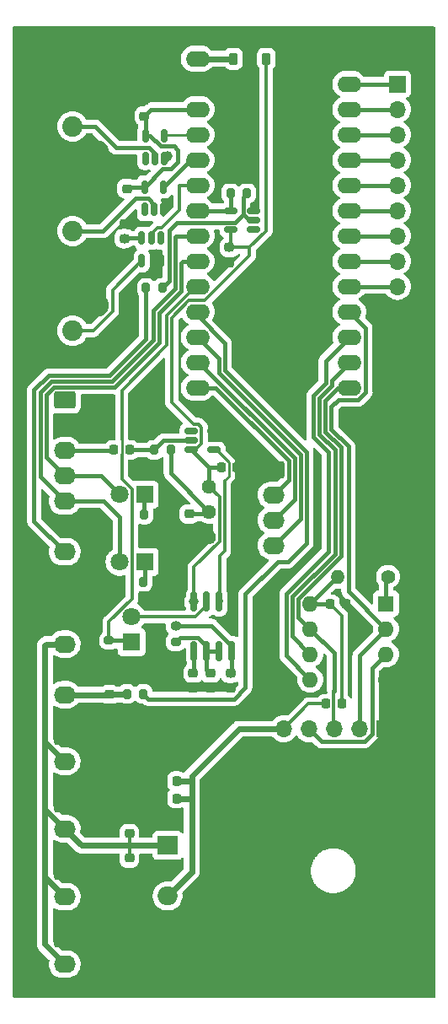
<source format=gbr>
%TF.GenerationSoftware,KiCad,Pcbnew,7.0.6-0*%
%TF.CreationDate,2023-12-30T17:34:11-06:00*%
%TF.ProjectId,fpga_adaptor,66706761-5f61-4646-9170-746f722e6b69,rev?*%
%TF.SameCoordinates,Original*%
%TF.FileFunction,Copper,L1,Top*%
%TF.FilePolarity,Positive*%
%FSLAX46Y46*%
G04 Gerber Fmt 4.6, Leading zero omitted, Abs format (unit mm)*
G04 Created by KiCad (PCBNEW 7.0.6-0) date 2023-12-30 17:34:11*
%MOMM*%
%LPD*%
G01*
G04 APERTURE LIST*
G04 Aperture macros list*
%AMRoundRect*
0 Rectangle with rounded corners*
0 $1 Rounding radius*
0 $2 $3 $4 $5 $6 $7 $8 $9 X,Y pos of 4 corners*
0 Add a 4 corners polygon primitive as box body*
4,1,4,$2,$3,$4,$5,$6,$7,$8,$9,$2,$3,0*
0 Add four circle primitives for the rounded corners*
1,1,$1+$1,$2,$3*
1,1,$1+$1,$4,$5*
1,1,$1+$1,$6,$7*
1,1,$1+$1,$8,$9*
0 Add four rect primitives between the rounded corners*
20,1,$1+$1,$2,$3,$4,$5,0*
20,1,$1+$1,$4,$5,$6,$7,0*
20,1,$1+$1,$6,$7,$8,$9,0*
20,1,$1+$1,$8,$9,$2,$3,0*%
G04 Aperture macros list end*
%TA.AperFunction,SMDPad,CuDef*%
%ADD10RoundRect,0.225000X-0.225000X-0.250000X0.225000X-0.250000X0.225000X0.250000X-0.225000X0.250000X0*%
%TD*%
%TA.AperFunction,SMDPad,CuDef*%
%ADD11RoundRect,0.200000X0.200000X0.275000X-0.200000X0.275000X-0.200000X-0.275000X0.200000X-0.275000X0*%
%TD*%
%TA.AperFunction,SMDPad,CuDef*%
%ADD12RoundRect,0.225000X0.225000X0.250000X-0.225000X0.250000X-0.225000X-0.250000X0.225000X-0.250000X0*%
%TD*%
%TA.AperFunction,SMDPad,CuDef*%
%ADD13RoundRect,0.225000X0.250000X-0.225000X0.250000X0.225000X-0.250000X0.225000X-0.250000X-0.225000X0*%
%TD*%
%TA.AperFunction,SMDPad,CuDef*%
%ADD14RoundRect,0.225000X-0.250000X0.225000X-0.250000X-0.225000X0.250000X-0.225000X0.250000X0.225000X0*%
%TD*%
%TA.AperFunction,SMDPad,CuDef*%
%ADD15RoundRect,0.225000X-0.225000X-0.375000X0.225000X-0.375000X0.225000X0.375000X-0.225000X0.375000X0*%
%TD*%
%TA.AperFunction,SMDPad,CuDef*%
%ADD16RoundRect,0.150000X-0.512500X-0.150000X0.512500X-0.150000X0.512500X0.150000X-0.512500X0.150000X0*%
%TD*%
%TA.AperFunction,ComponentPad*%
%ADD17R,2.000000X1.905000*%
%TD*%
%TA.AperFunction,ComponentPad*%
%ADD18O,2.000000X1.905000*%
%TD*%
%TA.AperFunction,SMDPad,CuDef*%
%ADD19RoundRect,0.150000X0.150000X-0.512500X0.150000X0.512500X-0.150000X0.512500X-0.150000X-0.512500X0*%
%TD*%
%TA.AperFunction,SMDPad,CuDef*%
%ADD20RoundRect,0.150000X-0.150000X0.825000X-0.150000X-0.825000X0.150000X-0.825000X0.150000X0.825000X0*%
%TD*%
%TA.AperFunction,SMDPad,CuDef*%
%ADD21RoundRect,0.150000X-0.150000X0.512500X-0.150000X-0.512500X0.150000X-0.512500X0.150000X0.512500X0*%
%TD*%
%TA.AperFunction,SMDPad,CuDef*%
%ADD22RoundRect,0.150000X0.512500X0.150000X-0.512500X0.150000X-0.512500X-0.150000X0.512500X-0.150000X0*%
%TD*%
%TA.AperFunction,SMDPad,CuDef*%
%ADD23RoundRect,0.200000X-0.275000X0.200000X-0.275000X-0.200000X0.275000X-0.200000X0.275000X0.200000X0*%
%TD*%
%TA.AperFunction,SMDPad,CuDef*%
%ADD24RoundRect,0.218750X0.218750X0.256250X-0.218750X0.256250X-0.218750X-0.256250X0.218750X-0.256250X0*%
%TD*%
%TA.AperFunction,SMDPad,CuDef*%
%ADD25RoundRect,0.200000X-0.200000X-0.275000X0.200000X-0.275000X0.200000X0.275000X-0.200000X0.275000X0*%
%TD*%
%TA.AperFunction,ComponentPad*%
%ADD26R,1.800000X1.800000*%
%TD*%
%TA.AperFunction,ComponentPad*%
%ADD27C,1.800000*%
%TD*%
%TA.AperFunction,ComponentPad*%
%ADD28C,2.050000*%
%TD*%
%TA.AperFunction,ComponentPad*%
%ADD29C,2.250000*%
%TD*%
%TA.AperFunction,ComponentPad*%
%ADD30RoundRect,0.250000X-0.845000X0.620000X-0.845000X-0.620000X0.845000X-0.620000X0.845000X0.620000X0*%
%TD*%
%TA.AperFunction,ComponentPad*%
%ADD31O,2.190000X1.740000*%
%TD*%
%TA.AperFunction,ComponentPad*%
%ADD32R,1.700000X1.700000*%
%TD*%
%TA.AperFunction,ComponentPad*%
%ADD33O,1.700000X1.700000*%
%TD*%
%TA.AperFunction,ComponentPad*%
%ADD34R,1.600000X1.600000*%
%TD*%
%TA.AperFunction,ComponentPad*%
%ADD35O,1.600000X1.600000*%
%TD*%
%TA.AperFunction,ComponentPad*%
%ADD36R,2.400000X1.600000*%
%TD*%
%TA.AperFunction,ComponentPad*%
%ADD37O,2.400000X1.600000*%
%TD*%
%TA.AperFunction,ComponentPad*%
%ADD38C,1.400000*%
%TD*%
%TA.AperFunction,ComponentPad*%
%ADD39O,1.400000X1.400000*%
%TD*%
%TA.AperFunction,ComponentPad*%
%ADD40C,1.440000*%
%TD*%
%TA.AperFunction,ViaPad*%
%ADD41C,1.000000*%
%TD*%
%TA.AperFunction,ViaPad*%
%ADD42C,3.500000*%
%TD*%
%TA.AperFunction,Conductor*%
%ADD43C,0.300000*%
%TD*%
%TA.AperFunction,Conductor*%
%ADD44C,0.400000*%
%TD*%
%TA.AperFunction,Conductor*%
%ADD45C,0.600000*%
%TD*%
%TA.AperFunction,Conductor*%
%ADD46C,0.200000*%
%TD*%
%TA.AperFunction,Conductor*%
%ADD47C,0.250000*%
%TD*%
G04 APERTURE END LIST*
D10*
%TO.P,C12,1*%
%TO.N,+5V*%
X55975000Y-89250000D03*
%TO.P,C12,2*%
%TO.N,GND*%
X57525000Y-89250000D03*
%TD*%
D11*
%TO.P,R5,1*%
%TO.N,GND*%
X49900000Y-94000000D03*
%TO.P,R5,2*%
%TO.N,Net-(D3-K)*%
X48250000Y-94000000D03*
%TD*%
D12*
%TO.P,C16,1*%
%TO.N,GND*%
X68500000Y-103000000D03*
%TO.P,C16,2*%
%TO.N,Net-(D5-K)*%
X66950000Y-103000000D03*
%TD*%
D13*
%TO.P,C4,1*%
%TO.N,GND*%
X46750000Y-130050000D03*
%TO.P,C4,2*%
%TO.N,+12V*%
X46750000Y-128500000D03*
%TD*%
D14*
%TO.P,C14,1*%
%TO.N,+5V*%
X56905000Y-109925000D03*
%TO.P,C14,2*%
%TO.N,GND*%
X56905000Y-111475000D03*
%TD*%
D15*
%TO.P,D1,1,K*%
%TO.N,Net-(D1-K)*%
X57200000Y-48250000D03*
%TO.P,D1,2,A*%
%TO.N,+5V*%
X60500000Y-48250000D03*
%TD*%
D16*
%TO.P,U7,1*%
%TO.N,N/C*%
X52975000Y-85600000D03*
%TO.P,U7,2*%
%TO.N,Net-(C10-Pad2)*%
X52975000Y-86550000D03*
%TO.P,U7,3*%
%TO.N,+5V*%
X52975000Y-87500000D03*
%TO.P,U7,4*%
%TO.N,Net-(U8-TR)*%
X55250000Y-87500000D03*
%TO.P,U7,5*%
%TO.N,GND*%
X55250000Y-85600000D03*
%TD*%
D17*
%TO.P,U2,1,IN*%
%TO.N,+12V*%
X50590000Y-127210000D03*
D18*
%TO.P,U2,2,GND*%
%TO.N,GND*%
X50590000Y-129750000D03*
%TO.P,U2,3,OUT*%
%TO.N,+5V*%
X50590000Y-132290000D03*
%TD*%
D19*
%TO.P,U4,1*%
%TO.N,N/C*%
X48300000Y-63387500D03*
%TO.P,U4,2*%
%TO.N,Net-(J6-In)*%
X49250000Y-63387500D03*
%TO.P,U4,3*%
%TO.N,GND*%
X50200000Y-63387500D03*
%TO.P,U4,4*%
%TO.N,/ifin*%
X50200000Y-61112500D03*
%TO.P,U4,5*%
%TO.N,+3.3V*%
X48300000Y-61112500D03*
%TD*%
D10*
%TO.P,C10,1*%
%TO.N,Net-(J9-Pin_3)*%
X45200000Y-87500000D03*
%TO.P,C10,2*%
%TO.N,Net-(C10-Pad2)*%
X46750000Y-87500000D03*
%TD*%
D11*
%TO.P,R6,1*%
%TO.N,Net-(C11-Pad1)*%
X50900000Y-87500000D03*
%TO.P,R6,2*%
%TO.N,Net-(C10-Pad2)*%
X49250000Y-87500000D03*
%TD*%
D10*
%TO.P,C2,1*%
%TO.N,GND*%
X49950000Y-120750000D03*
%TO.P,C2,2*%
%TO.N,+5V*%
X51500000Y-120750000D03*
%TD*%
D14*
%TO.P,C3,1*%
%TO.N,GND*%
X46750000Y-124450000D03*
%TO.P,C3,2*%
%TO.N,+12V*%
X46750000Y-126000000D03*
%TD*%
D13*
%TO.P,C9,1*%
%TO.N,GND*%
X56800000Y-68750000D03*
%TO.P,C9,2*%
%TO.N,+5V*%
X56800000Y-67200000D03*
%TD*%
D20*
%TO.P,U8,1,GND*%
%TO.N,GND*%
X57060000Y-102750000D03*
%TO.P,U8,2,TR*%
%TO.N,Net-(U8-TR)*%
X55790000Y-102750000D03*
%TO.P,U8,3,Q*%
%TO.N,Net-(D4-A)*%
X54520000Y-102750000D03*
%TO.P,U8,4,R*%
%TO.N,+5V*%
X53250000Y-102750000D03*
%TO.P,U8,5,CV*%
%TO.N,Net-(U8-CV)*%
X53250000Y-107700000D03*
%TO.P,U8,6,THR*%
%TO.N,Net-(U8-DIS)*%
X54520000Y-107700000D03*
%TO.P,U8,7,DIS*%
X55790000Y-107700000D03*
%TO.P,U8,8,VCC*%
%TO.N,+5V*%
X57060000Y-107700000D03*
%TD*%
D11*
%TO.P,R2,1*%
%TO.N,Net-(R2-Pad1)*%
X50075000Y-71250000D03*
%TO.P,R2,2*%
%TO.N,Net-(J9-Pin_7)*%
X48425000Y-71250000D03*
%TD*%
D14*
%TO.P,C11,1*%
%TO.N,Net-(C11-Pad1)*%
X52750000Y-93950000D03*
%TO.P,C11,2*%
%TO.N,GND*%
X52750000Y-95500000D03*
%TD*%
D13*
%TO.P,C5,1*%
%TO.N,+3.3V*%
X48250000Y-54000000D03*
%TO.P,C5,2*%
%TO.N,GND*%
X48250000Y-52450000D03*
%TD*%
%TO.P,C6,1*%
%TO.N,+3.3V*%
X46500000Y-61275000D03*
%TO.P,C6,2*%
%TO.N,GND*%
X46500000Y-59725000D03*
%TD*%
D21*
%TO.P,U5,1*%
%TO.N,N/C*%
X49900000Y-66250000D03*
%TO.P,U5,2*%
%TO.N,/dithercacode*%
X48950000Y-66250000D03*
%TO.P,U5,3*%
%TO.N,+5V*%
X48000000Y-66250000D03*
%TO.P,U5,4*%
%TO.N,Net-(J8-In)*%
X48000000Y-68525000D03*
%TO.P,U5,5*%
%TO.N,GND*%
X49900000Y-68525000D03*
%TD*%
D22*
%TO.P,U6,1*%
%TO.N,N/C*%
X59250000Y-65400000D03*
%TO.P,U6,2*%
%TO.N,Net-(R2-Pad1)*%
X59250000Y-64450000D03*
%TO.P,U6,3*%
%TO.N,GND*%
X59250000Y-63500000D03*
%TO.P,U6,4*%
%TO.N,/codesign*%
X56975000Y-63500000D03*
%TO.P,U6,5*%
%TO.N,+5V*%
X56975000Y-65400000D03*
%TD*%
D23*
%TO.P,R8,1*%
%TO.N,/dataedge*%
X44700000Y-106650000D03*
%TO.P,R8,2*%
%TO.N,GND*%
X44700000Y-108300000D03*
%TD*%
D24*
%TO.P,D5,1,K*%
%TO.N,Net-(D5-K)*%
X68075000Y-113000000D03*
%TO.P,D5,2,A*%
%TO.N,+5V*%
X66500000Y-113000000D03*
%TD*%
D13*
%TO.P,C7,1*%
%TO.N,Net-(J7-Pin_4)*%
X44750000Y-112050000D03*
%TO.P,C7,2*%
%TO.N,GND*%
X44750000Y-110500000D03*
%TD*%
D14*
%TO.P,C15,1*%
%TO.N,Net-(U8-DIS)*%
X54905000Y-109925000D03*
%TO.P,C15,2*%
%TO.N,GND*%
X54905000Y-111475000D03*
%TD*%
D25*
%TO.P,R3,1*%
%TO.N,/codesign*%
X56925000Y-61750000D03*
%TO.P,R3,2*%
%TO.N,Net-(R2-Pad1)*%
X58575000Y-61750000D03*
%TD*%
D14*
%TO.P,C13,1*%
%TO.N,Net-(U8-CV)*%
X53155000Y-109925000D03*
%TO.P,C13,2*%
%TO.N,GND*%
X53155000Y-111475000D03*
%TD*%
D10*
%TO.P,C1,1*%
%TO.N,GND*%
X49950000Y-122500000D03*
%TO.P,C1,2*%
%TO.N,+5V*%
X51500000Y-122500000D03*
%TD*%
D11*
%TO.P,R4,1*%
%TO.N,GND*%
X49790000Y-100750000D03*
%TO.P,R4,2*%
%TO.N,Net-(D2-K)*%
X48140000Y-100750000D03*
%TD*%
%TO.P,R1,1*%
%TO.N,/pwm*%
X48150000Y-112000000D03*
%TO.P,R1,2*%
%TO.N,Net-(J7-Pin_4)*%
X46500000Y-112000000D03*
%TD*%
D23*
%TO.P,R7,1*%
%TO.N,+5V*%
X51405000Y-105150000D03*
%TO.P,R7,2*%
%TO.N,Net-(U8-DIS)*%
X51405000Y-106800000D03*
%TD*%
D13*
%TO.P,C8,1*%
%TO.N,+5V*%
X46250000Y-66300000D03*
%TO.P,C8,2*%
%TO.N,GND*%
X46250000Y-64750000D03*
%TD*%
D19*
%TO.P,U3,1*%
%TO.N,N/C*%
X48350000Y-58250000D03*
%TO.P,U3,2*%
%TO.N,Net-(J5-In)*%
X49300000Y-58250000D03*
%TO.P,U3,3*%
%TO.N,GND*%
X50250000Y-58250000D03*
%TO.P,U3,4*%
%TO.N,/clk*%
X50250000Y-55975000D03*
%TO.P,U3,5*%
%TO.N,+3.3V*%
X48350000Y-55975000D03*
%TD*%
D26*
%TO.P,D3,1,K*%
%TO.N,Net-(D3-K)*%
X48290000Y-92000000D03*
D27*
%TO.P,D3,2,A*%
%TO.N,/codetrack*%
X45750000Y-92000000D03*
%TD*%
D28*
%TO.P,J8,1,In*%
%TO.N,Net-(J8-In)*%
X41040000Y-75540000D03*
D29*
%TO.P,J8,2,Ext*%
%TO.N,GND*%
X43580000Y-78080000D03*
X43580000Y-73000000D03*
X38500000Y-78080000D03*
X38500000Y-73000000D03*
%TD*%
D30*
%TO.P,J4,1,Pin_1*%
%TO.N,GND*%
X40250000Y-136600000D03*
D31*
%TO.P,J4,2,Pin_2*%
%TO.N,+12V*%
X40250000Y-139140000D03*
%TD*%
D32*
%TO.P,J11,1,Pin_1*%
%TO.N,GND*%
X72410000Y-115500000D03*
D33*
%TO.P,J11,2,Pin_2*%
%TO.N,/DIO*%
X69870000Y-115500000D03*
%TO.P,J11,3,Pin_3*%
%TO.N,/CLK*%
X67330000Y-115500000D03*
%TO.P,J11,4,Pin_4*%
%TO.N,/KEYPAD*%
X64790000Y-115500000D03*
%TO.P,J11,5,Pin_5*%
%TO.N,+5V*%
X62250000Y-115500000D03*
%TD*%
D30*
%TO.P,J10,1,Pin_1*%
%TO.N,GND*%
X61250000Y-89500000D03*
D31*
%TO.P,J10,2,Pin_2*%
%TO.N,/epoch*%
X61250000Y-92040000D03*
%TO.P,J10,3,Pin_3*%
%TO.N,/dataclk*%
X61250000Y-94580000D03*
%TO.P,J10,4,Pin_4*%
%TO.N,/data*%
X61250000Y-97120000D03*
%TD*%
D30*
%TO.P,J1,1,Pin_1*%
%TO.N,GND*%
X40250000Y-116230000D03*
D31*
%TO.P,J1,2,Pin_2*%
%TO.N,+12V*%
X40250000Y-118770000D03*
%TD*%
D34*
%TO.P,U9,1,~{RESET}/PB5*%
%TO.N,Net-(U9-~{RESET}{slash}PB5)*%
X72550000Y-102950000D03*
D35*
%TO.P,U9,2,XTAL1/PB3*%
%TO.N,/DIO*%
X72550000Y-105490000D03*
%TO.P,U9,3,XTAL2/PB4*%
%TO.N,/KEYPAD*%
X72550000Y-108030000D03*
%TO.P,U9,4,GND*%
%TO.N,GND*%
X72550000Y-110570000D03*
%TO.P,U9,5,AREF/PB0*%
%TO.N,/FPGA*%
X64930000Y-110570000D03*
%TO.P,U9,6,PB1*%
%TO.N,Net-(U1-J1)*%
X64930000Y-108030000D03*
%TO.P,U9,7,PB2*%
%TO.N,/CLK*%
X64930000Y-105490000D03*
%TO.P,U9,8,VCC*%
%TO.N,Net-(D5-K)*%
X64930000Y-102950000D03*
%TD*%
D30*
%TO.P,J9,1,Pin_1*%
%TO.N,+12V*%
X40250000Y-82500000D03*
D31*
%TO.P,J9,2,Pin_2*%
%TO.N,GND*%
X40250000Y-85040000D03*
%TO.P,J9,3,Pin_3*%
%TO.N,Net-(J9-Pin_3)*%
X40250000Y-87580000D03*
%TO.P,J9,4,Pin_4*%
%TO.N,/codetrack*%
X40250000Y-90120000D03*
%TO.P,J9,5,Pin_5*%
%TO.N,/doptrack*%
X40250000Y-92660000D03*
%TO.P,J9,6,Pin_6*%
%TO.N,GND*%
X40250000Y-95200000D03*
%TO.P,J9,7,Pin_7*%
%TO.N,Net-(J9-Pin_7)*%
X40250000Y-97740000D03*
%TO.P,J9,8,Pin_8*%
%TO.N,GND*%
X40250000Y-100280000D03*
%TD*%
D32*
%TO.P,J13,1,Pin_1*%
%TO.N,GND*%
X73700000Y-73650000D03*
D33*
%TO.P,J13,2,Pin_2*%
X73700000Y-76190000D03*
%TO.P,J13,3,Pin_3*%
X73700000Y-78730000D03*
%TO.P,J13,4,Pin_4*%
X73700000Y-81270000D03*
%TD*%
D28*
%TO.P,J5,1,In*%
%TO.N,Net-(J5-In)*%
X41040000Y-55040000D03*
D29*
%TO.P,J5,2,Ext*%
%TO.N,GND*%
X38500000Y-52500000D03*
X38500000Y-57580000D03*
X43580000Y-52500000D03*
X43580000Y-57580000D03*
%TD*%
D26*
%TO.P,D2,1,K*%
%TO.N,Net-(D2-K)*%
X48290000Y-98750000D03*
D27*
%TO.P,D2,2,A*%
%TO.N,/doptrack*%
X45750000Y-98750000D03*
%TD*%
D36*
%TO.P,U1,1,GND*%
%TO.N,GND*%
X68850000Y-48250000D03*
D37*
%TO.P,U1,2,A2*%
%TO.N,Net-(J12-Pin_1)*%
X68850000Y-50790000D03*
%TO.P,U1,3,A1*%
%TO.N,Net-(J12-Pin_2)*%
X68850000Y-53330000D03*
%TO.P,U1,4,B1*%
%TO.N,Net-(J12-Pin_3)*%
X68850000Y-55870000D03*
%TO.P,U1,5,C2*%
%TO.N,Net-(J12-Pin_4)*%
X68850000Y-58410000D03*
%TO.P,U1,6,C1*%
%TO.N,Net-(J12-Pin_5)*%
X68850000Y-60950000D03*
%TO.P,U1,7,D2*%
%TO.N,Net-(J12-Pin_6)*%
X68850000Y-63490000D03*
%TO.P,U1,8,D1*%
%TO.N,Net-(J12-Pin_7)*%
X68850000Y-66030000D03*
%TO.P,U1,9,E2*%
%TO.N,Net-(J12-Pin_8)*%
X68850000Y-68570000D03*
%TO.P,U1,10,E1*%
%TO.N,Net-(J12-Pin_9)*%
X68850000Y-71110000D03*
%TO.P,U1,11,G2*%
%TO.N,/DIO*%
X68850000Y-73650000D03*
%TO.P,U1,12,H1*%
%TO.N,/FPGA*%
X68850000Y-76190000D03*
%TO.P,U1,13,J1*%
%TO.N,Net-(U1-J1)*%
X68850000Y-78730000D03*
%TO.P,U1,14,H2*%
%TO.N,/CLK*%
X68850000Y-81270000D03*
%TO.P,U1,15,H9*%
%TO.N,/epoch*%
X53610000Y-81270000D03*
%TO.P,U1,16,D9*%
%TO.N,/dataclk*%
X53610000Y-78730000D03*
%TO.P,U1,17,D8*%
%TO.N,/data*%
X53610000Y-76190000D03*
%TO.P,U1,18,C9*%
%TO.N,/pwm*%
X53610000Y-73650000D03*
%TO.P,U1,19,A9*%
%TO.N,/dataedge*%
X53610000Y-71110000D03*
%TO.P,U1,20,B8*%
%TO.N,/codetrack*%
X53610000Y-68570000D03*
%TO.P,U1,21,A8*%
%TO.N,/doptrack*%
X53610000Y-66030000D03*
%TO.P,U1,22,B7*%
%TO.N,/codesign*%
X53610000Y-63490000D03*
%TO.P,U1,23,A7*%
%TO.N,/dithercacode*%
X53610000Y-60950000D03*
%TO.P,U1,24,B6*%
%TO.N,/ifin*%
X53610000Y-58410000D03*
%TO.P,U1,25,A6*%
%TO.N,/clk*%
X53610000Y-55870000D03*
%TO.P,U1,26,3.3*%
%TO.N,+3.3V*%
X53610000Y-53330000D03*
%TO.P,U1,27,GND*%
%TO.N,GND*%
X53610000Y-50790000D03*
%TO.P,U1,28,Vin*%
%TO.N,Net-(D1-K)*%
X53610000Y-48250000D03*
%TD*%
D30*
%TO.P,J3,1,Pin_1*%
%TO.N,GND*%
X40250000Y-123000000D03*
D31*
%TO.P,J3,2,Pin_2*%
%TO.N,+12V*%
X40250000Y-125540000D03*
%TD*%
D30*
%TO.P,J2,1,Pin_1*%
%TO.N,GND*%
X40250000Y-129830000D03*
D31*
%TO.P,J2,2,Pin_2*%
%TO.N,+12V*%
X40250000Y-132370000D03*
%TD*%
D26*
%TO.P,D4,1,K*%
%TO.N,/dataedge*%
X46950000Y-106800000D03*
D27*
%TO.P,D4,2,A*%
%TO.N,Net-(D4-A)*%
X46950000Y-104260000D03*
%TD*%
D38*
%TO.P,R9,1*%
%TO.N,Net-(U9-~{RESET}{slash}PB5)*%
X72750000Y-100250000D03*
D39*
%TO.P,R9,2*%
%TO.N,Net-(D5-K)*%
X67670000Y-100250000D03*
%TD*%
D28*
%TO.P,J6,1,In*%
%TO.N,Net-(J6-In)*%
X41040000Y-65540000D03*
D29*
%TO.P,J6,2,Ext*%
%TO.N,GND*%
X43580000Y-68080000D03*
X43580000Y-63000000D03*
X38500000Y-68080000D03*
X38500000Y-63000000D03*
%TD*%
D32*
%TO.P,J12,1,Pin_1*%
%TO.N,Net-(J12-Pin_1)*%
X73700000Y-50780000D03*
D33*
%TO.P,J12,2,Pin_2*%
%TO.N,Net-(J12-Pin_2)*%
X73700000Y-53320000D03*
%TO.P,J12,3,Pin_3*%
%TO.N,Net-(J12-Pin_3)*%
X73700000Y-55860000D03*
%TO.P,J12,4,Pin_4*%
%TO.N,Net-(J12-Pin_4)*%
X73700000Y-58400000D03*
%TO.P,J12,5,Pin_5*%
%TO.N,Net-(J12-Pin_5)*%
X73700000Y-60940000D03*
%TO.P,J12,6,Pin_6*%
%TO.N,Net-(J12-Pin_6)*%
X73700000Y-63480000D03*
%TO.P,J12,7,Pin_7*%
%TO.N,Net-(J12-Pin_7)*%
X73700000Y-66020000D03*
%TO.P,J12,8,Pin_8*%
%TO.N,Net-(J12-Pin_8)*%
X73700000Y-68560000D03*
%TO.P,J12,9,Pin_9*%
%TO.N,Net-(J12-Pin_9)*%
X73700000Y-71100000D03*
%TD*%
D40*
%TO.P,RV1,1,1*%
%TO.N,+5V*%
X54750000Y-91170000D03*
%TO.P,RV1,2,2*%
%TO.N,Net-(C11-Pad1)*%
X54750000Y-93710000D03*
%TO.P,RV1,3,3*%
%TO.N,GND*%
X54750000Y-96250000D03*
%TD*%
D30*
%TO.P,J7,1,Pin_1*%
%TO.N,GND*%
X40250000Y-104460000D03*
D31*
%TO.P,J7,2,Pin_2*%
%TO.N,+12V*%
X40250000Y-107000000D03*
%TO.P,J7,3,Pin_3*%
%TO.N,GND*%
X40250000Y-109540000D03*
%TO.P,J7,4,Pin_4*%
%TO.N,Net-(J7-Pin_4)*%
X40250000Y-112080000D03*
%TD*%
D41*
%TO.N,GND*%
X55000000Y-83250000D03*
X46800000Y-124400000D03*
X43200000Y-100400000D03*
X72500000Y-123500000D03*
X72500000Y-121250000D03*
X50400000Y-62800000D03*
X49800000Y-122400000D03*
D42*
X75000000Y-87500000D03*
D41*
X43200000Y-95200000D03*
X70000000Y-105500000D03*
D42*
X47500000Y-140000000D03*
X75000000Y-140000000D03*
D41*
X50600000Y-58000000D03*
X57750000Y-100000000D03*
X65700000Y-48000000D03*
X49000000Y-83000000D03*
X63500000Y-84200000D03*
X72800000Y-113000000D03*
X43200000Y-104600000D03*
X60500000Y-102250000D03*
X43400000Y-84600000D03*
X64000000Y-139750000D03*
X60500000Y-67800000D03*
X49500000Y-68500000D03*
D42*
X37500000Y-47500000D03*
D41*
X67000000Y-139750000D03*
%TO.N,+5V*%
X46250000Y-66300000D03*
X56905000Y-109925000D03*
X53250000Y-102750000D03*
X51405000Y-105150000D03*
X56800000Y-67200000D03*
%TD*%
D43*
%TO.N,+5V*%
X58819607Y-68018566D02*
X54338173Y-72500000D01*
D44*
X57060000Y-107700000D02*
X57060000Y-109770000D01*
D43*
X56975000Y-65400000D02*
X56975000Y-67025000D01*
X53250000Y-102750000D02*
X53250000Y-99263209D01*
X58819607Y-67200000D02*
X60500000Y-65519607D01*
X56800000Y-67200000D02*
X58819607Y-67200000D01*
X51000000Y-74233654D02*
X52733654Y-72500000D01*
D45*
X53000000Y-122500000D02*
X53000000Y-120750000D01*
D43*
X54000000Y-85255393D02*
X53694607Y-84950000D01*
X56975000Y-67025000D02*
X56800000Y-67200000D01*
D44*
X54992817Y-105150000D02*
X57060000Y-107217183D01*
D43*
X54000000Y-86894607D02*
X53394607Y-87500000D01*
X60500000Y-65519607D02*
X60500000Y-48250000D01*
D45*
X53000000Y-120250000D02*
X57750000Y-115500000D01*
X57750000Y-115500000D02*
X62250000Y-115500000D01*
D43*
X53394607Y-87500000D02*
X52975000Y-87500000D01*
X66500000Y-113000000D02*
X64750000Y-113000000D01*
D44*
X55975000Y-89250000D02*
X54775000Y-89250000D01*
X52975000Y-87500000D02*
X54750000Y-89275000D01*
X51405000Y-105150000D02*
X54992817Y-105150000D01*
X46300000Y-66250000D02*
X46250000Y-66300000D01*
X54750000Y-89275000D02*
X54750000Y-91170000D01*
D43*
X55820000Y-96693209D02*
X55820000Y-92240000D01*
D45*
X53000000Y-129880000D02*
X53000000Y-122500000D01*
D44*
X48000000Y-66250000D02*
X46300000Y-66250000D01*
D43*
X53250000Y-99263209D02*
X55820000Y-96693209D01*
D45*
X50590000Y-132290000D02*
X53000000Y-129880000D01*
D43*
X64750000Y-113000000D02*
X62250000Y-115500000D01*
D44*
X57060000Y-107217183D02*
X57060000Y-107700000D01*
X57060000Y-109770000D02*
X56905000Y-109925000D01*
D43*
X54000000Y-85255393D02*
X54000000Y-86894607D01*
D44*
X54775000Y-89250000D02*
X54750000Y-89275000D01*
D43*
X55820000Y-92240000D02*
X54750000Y-91170000D01*
D45*
X51500000Y-122500000D02*
X53000000Y-122500000D01*
D43*
X53694607Y-84950000D02*
X53200000Y-84950000D01*
X53200000Y-84950000D02*
X51000000Y-82750000D01*
X58819607Y-67200000D02*
X58819607Y-68018566D01*
X51000000Y-82750000D02*
X51000000Y-74233654D01*
X54338173Y-72500000D02*
X52733654Y-72500000D01*
D45*
X53000000Y-120750000D02*
X53000000Y-120250000D01*
X51500000Y-120750000D02*
X53000000Y-120750000D01*
%TO.N,+12V*%
X40220000Y-118770000D02*
X38250000Y-116800000D01*
X41920000Y-127210000D02*
X40250000Y-125540000D01*
X38250000Y-130370000D02*
X38250000Y-130300000D01*
X40250000Y-132370000D02*
X38250000Y-130370000D01*
X50590000Y-127210000D02*
X46750000Y-127210000D01*
D43*
X46750000Y-128500000D02*
X46750000Y-127210000D01*
D45*
X38250000Y-137125660D02*
X40250000Y-139125660D01*
X38250000Y-123540000D02*
X38250000Y-123400000D01*
X40250000Y-125540000D02*
X38250000Y-123540000D01*
X38405000Y-107000000D02*
X38250000Y-107155000D01*
X38250000Y-114000000D02*
X38250000Y-116800000D01*
X46750000Y-127210000D02*
X41920000Y-127210000D01*
X38250000Y-130300000D02*
X38250000Y-137125660D01*
X38250000Y-116800000D02*
X38250000Y-123400000D01*
D43*
X46750000Y-126000000D02*
X46750000Y-127210000D01*
D45*
X38250000Y-123400000D02*
X38250000Y-130300000D01*
X38250000Y-107155000D02*
X38250000Y-114000000D01*
X40250000Y-139125660D02*
X40250000Y-139140000D01*
X40250000Y-118770000D02*
X40220000Y-118770000D01*
X40250000Y-107000000D02*
X38405000Y-107000000D01*
D44*
%TO.N,+3.3V*%
X50887500Y-59312500D02*
X50100000Y-59312500D01*
X46662500Y-61112500D02*
X46500000Y-61275000D01*
X50100000Y-59312500D02*
X48300000Y-61112500D01*
X51237500Y-57037500D02*
X51600000Y-57400000D01*
X48350000Y-55975000D02*
X48350000Y-54100000D01*
X51600000Y-58600000D02*
X50887500Y-59312500D01*
X53610000Y-53330000D02*
X48920000Y-53330000D01*
X48350000Y-54100000D02*
X48250000Y-54000000D01*
X49872183Y-57037500D02*
X51237500Y-57037500D01*
X48809683Y-55975000D02*
X49872183Y-57037500D01*
X48300000Y-61112500D02*
X46662500Y-61112500D01*
D43*
X48350000Y-55975000D02*
X48350000Y-55912500D01*
D44*
X48350000Y-55975000D02*
X48809683Y-55975000D01*
X48920000Y-53330000D02*
X48250000Y-54000000D01*
X51600000Y-57400000D02*
X51600000Y-58600000D01*
D45*
%TO.N,Net-(J7-Pin_4)*%
X44720000Y-112080000D02*
X44750000Y-112050000D01*
X40250000Y-112080000D02*
X44720000Y-112080000D01*
X46450000Y-112050000D02*
X46500000Y-112000000D01*
X44750000Y-112050000D02*
X46450000Y-112050000D01*
D44*
%TO.N,Net-(J9-Pin_3)*%
X45120000Y-87580000D02*
X40250000Y-87580000D01*
X45200000Y-87500000D02*
X45120000Y-87580000D01*
%TO.N,Net-(C10-Pad2)*%
X46750000Y-87500000D02*
X49250000Y-87500000D01*
X50200000Y-86550000D02*
X49250000Y-87500000D01*
X52975000Y-86550000D02*
X50200000Y-86550000D01*
%TO.N,Net-(C11-Pad1)*%
X50900000Y-89860000D02*
X54750000Y-93710000D01*
X54510000Y-93950000D02*
X54750000Y-93710000D01*
X52750000Y-93950000D02*
X54510000Y-93950000D01*
X50900000Y-87500000D02*
X50900000Y-89860000D01*
%TO.N,Net-(U8-CV)*%
X53250000Y-109830000D02*
X53155000Y-109925000D01*
X53250000Y-107700000D02*
X53250000Y-109830000D01*
%TO.N,Net-(U8-DIS)*%
X51880000Y-106325000D02*
X53627817Y-106325000D01*
X51405000Y-106800000D02*
X51880000Y-106325000D01*
X55790000Y-107700000D02*
X54520000Y-107700000D01*
X54520000Y-109540000D02*
X54905000Y-109925000D01*
X54520000Y-107217183D02*
X54520000Y-107700000D01*
X55790000Y-107217183D02*
X55790000Y-107700000D01*
X54520000Y-107700000D02*
X54520000Y-109540000D01*
X53627817Y-106325000D02*
X54520000Y-107217183D01*
D45*
%TO.N,Net-(D1-K)*%
X53610000Y-48250000D02*
X57200000Y-48250000D01*
D44*
%TO.N,Net-(D2-K)*%
X48290000Y-98750000D02*
X48290000Y-100600000D01*
X48290000Y-100600000D02*
X48140000Y-100750000D01*
%TO.N,/doptrack*%
X45750000Y-98750000D02*
X45750000Y-94250000D01*
X49150000Y-73498528D02*
X49150000Y-76501472D01*
X45660000Y-98660000D02*
X45750000Y-98750000D01*
X53610000Y-66030000D02*
X51470000Y-66030000D01*
X49150000Y-76501472D02*
X45021472Y-80630000D01*
X51350000Y-66150000D02*
X51350000Y-71298528D01*
X51470000Y-66030000D02*
X51350000Y-66150000D01*
X38887233Y-80630000D02*
X37765761Y-81751472D01*
X37765761Y-90175761D02*
X40250000Y-92660000D01*
X44160000Y-92660000D02*
X40250000Y-92660000D01*
X51350000Y-71298528D02*
X49150000Y-73498528D01*
X45021472Y-80630000D02*
X38887233Y-80630000D01*
X37765761Y-81751472D02*
X37765761Y-90175761D01*
X45750000Y-94250000D02*
X44160000Y-92660000D01*
%TO.N,Net-(D3-K)*%
X48250000Y-92040000D02*
X48290000Y-92000000D01*
X48250000Y-94000000D02*
X48250000Y-92040000D01*
%TO.N,/codetrack*%
X49750000Y-73747056D02*
X49750000Y-76750000D01*
X45270000Y-81230000D02*
X39135761Y-81230000D01*
X51950000Y-68750000D02*
X52130000Y-68570000D01*
X49750000Y-76750000D02*
X45270000Y-81230000D01*
X43870000Y-90120000D02*
X45750000Y-92000000D01*
X51950000Y-71547056D02*
X51950000Y-68750000D01*
X51950000Y-71547056D02*
X49750000Y-73747056D01*
X38365761Y-88235761D02*
X40250000Y-90120000D01*
X38365761Y-82000000D02*
X38365761Y-88235761D01*
X40250000Y-90120000D02*
X43870000Y-90120000D01*
X39135761Y-81230000D02*
X38365761Y-82000000D01*
X52130000Y-68570000D02*
X53610000Y-68570000D01*
D46*
%TO.N,/dataedge*%
X53140000Y-71110000D02*
X53610000Y-71110000D01*
D43*
X45978553Y-81521447D02*
X45978553Y-86478553D01*
X47000000Y-91482233D02*
X47000000Y-102442233D01*
D47*
X45975000Y-86482106D02*
X45975000Y-87946015D01*
D43*
X50500000Y-74026548D02*
X50500000Y-77000000D01*
X45978553Y-90460786D02*
X47000000Y-91482233D01*
X47000000Y-102442233D02*
X44700000Y-104742233D01*
X50500000Y-77000000D02*
X45978553Y-81521447D01*
D44*
X46800000Y-106650000D02*
X46950000Y-106800000D01*
D43*
X53610000Y-71110000D02*
X53416548Y-71110000D01*
X53416548Y-71110000D02*
X50500000Y-74026548D01*
X45978553Y-87946015D02*
X45978553Y-90460786D01*
D44*
X44700000Y-106650000D02*
X46800000Y-106650000D01*
D43*
X44700000Y-104742233D02*
X44700000Y-106650000D01*
D47*
X45978553Y-86478553D02*
X45975000Y-86482106D01*
D44*
%TO.N,Net-(D4-A)*%
X54520000Y-103232817D02*
X54520000Y-102750000D01*
D43*
X54520000Y-103162107D02*
X54520000Y-102750000D01*
X46950000Y-104260000D02*
X53422107Y-104260000D01*
X53422107Y-104260000D02*
X54520000Y-103162107D01*
D44*
%TO.N,Net-(J5-In)*%
X45437500Y-57187500D02*
X43290000Y-55040000D01*
X43290000Y-55040000D02*
X41040000Y-55040000D01*
X48750000Y-57187500D02*
X45437500Y-57187500D01*
X49300000Y-57737500D02*
X48750000Y-57187500D01*
X49300000Y-58250000D02*
X49300000Y-57737500D01*
%TO.N,Net-(J6-In)*%
X44101117Y-65540000D02*
X47391117Y-62250000D01*
X48602817Y-62250000D02*
X49250000Y-62897183D01*
X41040000Y-65540000D02*
X44101117Y-65540000D01*
X49250000Y-62897183D02*
X49250000Y-63387500D01*
X47391117Y-62250000D02*
X48602817Y-62250000D01*
D43*
%TO.N,Net-(J8-In)*%
X45055000Y-71445000D02*
X45055000Y-73610966D01*
X48000000Y-68525000D02*
X47975000Y-68525000D01*
X43125966Y-75540000D02*
X41040000Y-75540000D01*
X45055000Y-73610966D02*
X43125966Y-75540000D01*
X47975000Y-68525000D02*
X45055000Y-71445000D01*
D44*
%TO.N,Net-(J9-Pin_7)*%
X37165761Y-81502944D02*
X37165761Y-94655761D01*
X48425000Y-76377944D02*
X44772944Y-80030000D01*
X44772944Y-80030000D02*
X38638705Y-80030000D01*
X37165761Y-94655761D02*
X40250000Y-97740000D01*
X48425000Y-71250000D02*
X48425000Y-76377944D01*
X38638705Y-80030000D02*
X37165761Y-81502944D01*
%TO.N,/epoch*%
X62745000Y-88610761D02*
X62745000Y-90545000D01*
X62745000Y-90545000D02*
X61250000Y-92040000D01*
X62745000Y-88610761D02*
X55404239Y-81270000D01*
X55404239Y-81270000D02*
X53610000Y-81270000D01*
%TO.N,/dataclk*%
X53610000Y-78730000D02*
X53730000Y-78730000D01*
X53730000Y-78730000D02*
X63345000Y-88345000D01*
X63345000Y-88345000D02*
X63345000Y-92485000D01*
X63345000Y-92485000D02*
X61250000Y-94580000D01*
%TO.N,/data*%
X63945000Y-87945000D02*
X55750000Y-79750000D01*
X55750000Y-79750000D02*
X55750000Y-78330000D01*
X55750000Y-78330000D02*
X53610000Y-76190000D01*
X63945000Y-94425000D02*
X63945000Y-87945000D01*
X61250000Y-97120000D02*
X63945000Y-94425000D01*
%TO.N,/DIO*%
X72550000Y-105490000D02*
X69870000Y-108170000D01*
X68770000Y-87155888D02*
X67050000Y-85435888D01*
X70500000Y-81717056D02*
X70500000Y-75300000D01*
X69717056Y-82500000D02*
X70500000Y-81717056D01*
X70500000Y-75300000D02*
X68850000Y-73650000D01*
X67750000Y-82500000D02*
X69717056Y-82500000D01*
X72550000Y-105490000D02*
X68770000Y-101710000D01*
X69870000Y-108170000D02*
X69870000Y-115500000D01*
X67050000Y-83200000D02*
X67750000Y-82500000D01*
X68770000Y-101710000D02*
X68770000Y-87155888D01*
X67050000Y-85435888D02*
X67050000Y-83200000D01*
%TO.N,/CLK*%
X67995000Y-98187943D02*
X63730000Y-102452943D01*
X67330000Y-107890000D02*
X64930000Y-105490000D01*
X63730000Y-104290000D02*
X64930000Y-105490000D01*
D43*
X67287500Y-111712500D02*
X67287500Y-115457500D01*
D44*
X66450000Y-85684416D02*
X67995000Y-87229416D01*
X67995000Y-87229416D02*
X67995000Y-98187943D01*
X67330000Y-107890000D02*
X67330000Y-111670000D01*
D43*
X67287500Y-115457500D02*
X67330000Y-115500000D01*
X67330000Y-111670000D02*
X67287500Y-111712500D01*
D44*
X66450000Y-82550000D02*
X66450000Y-85684416D01*
X67730000Y-81270000D02*
X66450000Y-82550000D01*
X63730000Y-102452943D02*
X63730000Y-104290000D01*
X68850000Y-81270000D02*
X67730000Y-81270000D01*
%TO.N,/KEYPAD*%
X71160000Y-115977767D02*
X71160000Y-109420000D01*
X71160000Y-109420000D02*
X72550000Y-108030000D01*
X70387767Y-116750000D02*
X71160000Y-115977767D01*
X66040000Y-116750000D02*
X70387767Y-116750000D01*
X64790000Y-115500000D02*
X66040000Y-116750000D01*
%TO.N,Net-(J12-Pin_1)*%
X68850000Y-50790000D02*
X73690000Y-50790000D01*
X73690000Y-50790000D02*
X73700000Y-50780000D01*
%TO.N,Net-(J12-Pin_2)*%
X73700000Y-53320000D02*
X68860000Y-53320000D01*
X68860000Y-53320000D02*
X68850000Y-53330000D01*
%TO.N,Net-(J12-Pin_3)*%
X73690000Y-55870000D02*
X73700000Y-55860000D01*
X68850000Y-55870000D02*
X73690000Y-55870000D01*
%TO.N,Net-(J12-Pin_4)*%
X68850000Y-58410000D02*
X73690000Y-58410000D01*
X73690000Y-58410000D02*
X73700000Y-58400000D01*
%TO.N,Net-(J12-Pin_5)*%
X73700000Y-60940000D02*
X68860000Y-60940000D01*
X68860000Y-60940000D02*
X68850000Y-60950000D01*
%TO.N,Net-(J12-Pin_6)*%
X68850000Y-63490000D02*
X73690000Y-63490000D01*
X73690000Y-63490000D02*
X73700000Y-63480000D01*
%TO.N,Net-(J12-Pin_7)*%
X68850000Y-66030000D02*
X73690000Y-66030000D01*
X73690000Y-66030000D02*
X73700000Y-66020000D01*
%TO.N,Net-(J12-Pin_8)*%
X73690000Y-68570000D02*
X73700000Y-68560000D01*
X68850000Y-68570000D02*
X73690000Y-68570000D01*
%TO.N,Net-(J12-Pin_9)*%
X68850000Y-71110000D02*
X73690000Y-71110000D01*
X73690000Y-71110000D02*
X73700000Y-71100000D01*
%TO.N,/pwm*%
X48650000Y-112500000D02*
X57250000Y-112500000D01*
X58400000Y-101991051D02*
X61691051Y-98700000D01*
X62700000Y-98700000D02*
X64545000Y-96855000D01*
X64545000Y-96855000D02*
X64545000Y-87696472D01*
X57250000Y-112500000D02*
X58400000Y-111350000D01*
X61691051Y-98700000D02*
X62700000Y-98700000D01*
X53610000Y-74050000D02*
X53610000Y-73650000D01*
X58400000Y-111350000D02*
X58400000Y-101991051D01*
X48150000Y-112000000D02*
X48650000Y-112500000D01*
X56350000Y-76790000D02*
X53610000Y-74050000D01*
X56350000Y-79501472D02*
X56350000Y-76790000D01*
X64545000Y-87696472D02*
X56350000Y-79501472D01*
%TO.N,Net-(R2-Pad1)*%
X58759683Y-64450000D02*
X59250000Y-64450000D01*
X50750000Y-65500000D02*
X51550000Y-64700000D01*
X51550000Y-64700000D02*
X57365317Y-64700000D01*
X58187500Y-62137500D02*
X58187500Y-63877817D01*
X50075000Y-71250000D02*
X50750000Y-70575000D01*
X50750000Y-70575000D02*
X50750000Y-65500000D01*
X58187500Y-63877817D02*
X58759683Y-64450000D01*
X57365317Y-64700000D02*
X58187500Y-63877817D01*
X58575000Y-61750000D02*
X58187500Y-62137500D01*
%TO.N,/codesign*%
X56965000Y-63490000D02*
X56975000Y-63500000D01*
X56925000Y-61750000D02*
X56925000Y-63450000D01*
X56925000Y-63450000D02*
X56975000Y-63500000D01*
X53610000Y-63490000D02*
X56965000Y-63490000D01*
%TO.N,Net-(U9-~{RESET}{slash}PB5)*%
X72550000Y-102950000D02*
X72550000Y-100450000D01*
X72550000Y-100450000D02*
X72750000Y-100250000D01*
%TO.N,/FPGA*%
X65250000Y-86181472D02*
X66795000Y-87726472D01*
X66475736Y-78564264D02*
X68850000Y-76190000D01*
X66795000Y-97690887D02*
X62530000Y-101955887D01*
X62530000Y-108170000D02*
X64930000Y-110570000D01*
X65250000Y-82052944D02*
X66475736Y-80827208D01*
X66795000Y-87726472D02*
X66795000Y-97690887D01*
X65250000Y-86181472D02*
X65250000Y-82052944D01*
X62530000Y-101955887D02*
X62530000Y-108170000D01*
X66475736Y-80827208D02*
X66475736Y-78564264D01*
D43*
%TO.N,/dithercacode*%
X48950000Y-65830393D02*
X48950000Y-66250000D01*
X51802817Y-60950000D02*
X51802817Y-63447183D01*
X53610000Y-60950000D02*
X51802817Y-60950000D01*
X51802817Y-63447183D02*
X50012500Y-65237500D01*
X50012500Y-65237500D02*
X49542893Y-65237500D01*
X49542893Y-65237500D02*
X48950000Y-65830393D01*
D44*
%TO.N,/ifin*%
X52902500Y-58410000D02*
X53610000Y-58410000D01*
X50200000Y-61112500D02*
X52902500Y-58410000D01*
D47*
%TO.N,/clk*%
X53610000Y-55870000D02*
X50355000Y-55870000D01*
X50355000Y-55870000D02*
X50250000Y-55975000D01*
D43*
%TO.N,Net-(U8-TR)*%
X55835000Y-102705000D02*
X55835000Y-98163133D01*
X55835000Y-98163133D02*
X56320000Y-97678133D01*
D47*
X56750000Y-88772183D02*
X56750000Y-90140000D01*
X55250000Y-87500000D02*
X55477817Y-87500000D01*
D44*
X55905000Y-102635000D02*
X55790000Y-102750000D01*
D47*
X55477817Y-87500000D02*
X56750000Y-88772183D01*
X56750000Y-90140000D02*
X56320000Y-90570000D01*
D43*
X55790000Y-102750000D02*
X55835000Y-102705000D01*
X56320000Y-97678133D02*
X56320000Y-90570000D01*
D44*
%TO.N,Net-(U1-J1)*%
X67075736Y-80504264D02*
X68850000Y-78730000D01*
X67075736Y-81075736D02*
X67075736Y-80504264D01*
X65850000Y-82301472D02*
X67075736Y-81075736D01*
X67395000Y-87477944D02*
X65850000Y-85932944D01*
X65850000Y-85932944D02*
X65850000Y-82301472D01*
X63130000Y-106230000D02*
X64930000Y-108030000D01*
X63130000Y-102204415D02*
X63130000Y-106230000D01*
X67395000Y-97939415D02*
X63130000Y-102204415D01*
X67395000Y-87477944D02*
X67395000Y-97939415D01*
D43*
%TO.N,Net-(D5-K)*%
X68075000Y-113000000D02*
X68075000Y-104125000D01*
D44*
X67630000Y-100250000D02*
X64930000Y-102950000D01*
D43*
X68075000Y-104125000D02*
X67338909Y-103388909D01*
D44*
X67670000Y-100250000D02*
X67630000Y-100250000D01*
X66900000Y-102950000D02*
X66950000Y-103000000D01*
X64930000Y-102950000D02*
X66900000Y-102950000D01*
%TD*%
%TA.AperFunction,Conductor*%
%TO.N,GND*%
G36*
X65362128Y-87305248D02*
G01*
X65414222Y-87336351D01*
X66058180Y-87980309D01*
X66091665Y-88041632D01*
X66094499Y-88067990D01*
X66094499Y-97349367D01*
X66074814Y-97416406D01*
X66058180Y-97437048D01*
X62050966Y-101444262D01*
X62048240Y-101446829D01*
X62001818Y-101487955D01*
X61966586Y-101538996D01*
X61964368Y-101542011D01*
X61926124Y-101590826D01*
X61926119Y-101590835D01*
X61921960Y-101600075D01*
X61910942Y-101619610D01*
X61905187Y-101627948D01*
X61905183Y-101627954D01*
X61905182Y-101627957D01*
X61905180Y-101627961D01*
X61905179Y-101627964D01*
X61883189Y-101685942D01*
X61881757Y-101689400D01*
X61856305Y-101745955D01*
X61854477Y-101755929D01*
X61848453Y-101777540D01*
X61844860Y-101787014D01*
X61844859Y-101787015D01*
X61837384Y-101848572D01*
X61836821Y-101852273D01*
X61825642Y-101913277D01*
X61825642Y-101913282D01*
X61829387Y-101975189D01*
X61829500Y-101978934D01*
X61829500Y-108146951D01*
X61829387Y-108150696D01*
X61825642Y-108212603D01*
X61825642Y-108212605D01*
X61836821Y-108273612D01*
X61837384Y-108277313D01*
X61844859Y-108338870D01*
X61844860Y-108338874D01*
X61848451Y-108348343D01*
X61854474Y-108369946D01*
X61856304Y-108379930D01*
X61881759Y-108436490D01*
X61883189Y-108439941D01*
X61905182Y-108497930D01*
X61905183Y-108497931D01*
X61910936Y-108506266D01*
X61921961Y-108525813D01*
X61926120Y-108535055D01*
X61926124Y-108535060D01*
X61964371Y-108583878D01*
X61966591Y-108586896D01*
X62001812Y-108637924D01*
X62001816Y-108637928D01*
X62001817Y-108637929D01*
X62048250Y-108679064D01*
X62050941Y-108681598D01*
X62921634Y-109552290D01*
X63608972Y-110239628D01*
X63642457Y-110300951D01*
X63644819Y-110338116D01*
X63624532Y-110569998D01*
X63624532Y-110570001D01*
X63644364Y-110796686D01*
X63644366Y-110796697D01*
X63703258Y-111016488D01*
X63703261Y-111016497D01*
X63799431Y-111222732D01*
X63799432Y-111222734D01*
X63929954Y-111409141D01*
X64090858Y-111570045D01*
X64090861Y-111570047D01*
X64277266Y-111700568D01*
X64483504Y-111796739D01*
X64703308Y-111855635D01*
X64865230Y-111869801D01*
X64929998Y-111875468D01*
X64930000Y-111875468D01*
X64930002Y-111875468D01*
X64986672Y-111870509D01*
X65156692Y-111855635D01*
X65376496Y-111796739D01*
X65582734Y-111700568D01*
X65769139Y-111570047D01*
X65930047Y-111409139D01*
X66060568Y-111222734D01*
X66156739Y-111016496D01*
X66215635Y-110796692D01*
X66235468Y-110570000D01*
X66215635Y-110343308D01*
X66156739Y-110123504D01*
X66060568Y-109917266D01*
X65930047Y-109730861D01*
X65930045Y-109730858D01*
X65769141Y-109569954D01*
X65582734Y-109439432D01*
X65582728Y-109439429D01*
X65524725Y-109412382D01*
X65472285Y-109366210D01*
X65453133Y-109299017D01*
X65473348Y-109232135D01*
X65524725Y-109187618D01*
X65582734Y-109160568D01*
X65769139Y-109030047D01*
X65930047Y-108869139D01*
X66060568Y-108682734D01*
X66156739Y-108476496D01*
X66215635Y-108256692D01*
X66231911Y-108070648D01*
X66257363Y-108005581D01*
X66313954Y-107964602D01*
X66383716Y-107960724D01*
X66443120Y-107993776D01*
X66593181Y-108143837D01*
X66626666Y-108205160D01*
X66629500Y-108231518D01*
X66629500Y-111712374D01*
X66636547Y-111770413D01*
X66637000Y-111777894D01*
X66637000Y-111900500D01*
X66617315Y-111967539D01*
X66564511Y-112013294D01*
X66513000Y-112024500D01*
X66233318Y-112024500D01*
X66134816Y-112034563D01*
X66134815Y-112034564D01*
X66055719Y-112060773D01*
X65975215Y-112087450D01*
X65975204Y-112087455D01*
X65832112Y-112175716D01*
X65832108Y-112175719D01*
X65713219Y-112294608D01*
X65708738Y-112300276D01*
X65706713Y-112298675D01*
X65663741Y-112337324D01*
X65610155Y-112349500D01*
X64835505Y-112349500D01*
X64819494Y-112347732D01*
X64819472Y-112347974D01*
X64811705Y-112347240D01*
X64811704Y-112347240D01*
X64739797Y-112349500D01*
X64709075Y-112349500D01*
X64709071Y-112349500D01*
X64709061Y-112349501D01*
X64701793Y-112350419D01*
X64695976Y-112350876D01*
X64647436Y-112352402D01*
X64647425Y-112352404D01*
X64627049Y-112358323D01*
X64608008Y-112362266D01*
X64586953Y-112364926D01*
X64586937Y-112364930D01*
X64541771Y-112382812D01*
X64536244Y-112384704D01*
X64489599Y-112398256D01*
X64471327Y-112409062D01*
X64453861Y-112417619D01*
X64434128Y-112425432D01*
X64394830Y-112453983D01*
X64389953Y-112457186D01*
X64376281Y-112465272D01*
X64348132Y-112481920D01*
X64333126Y-112496926D01*
X64318336Y-112509558D01*
X64301167Y-112522032D01*
X64301165Y-112522034D01*
X64270194Y-112559470D01*
X64266262Y-112563791D01*
X62677762Y-114152290D01*
X62616439Y-114185775D01*
X62557989Y-114184384D01*
X62485416Y-114164939D01*
X62485412Y-114164938D01*
X62485408Y-114164937D01*
X62485406Y-114164936D01*
X62485403Y-114164936D01*
X62250001Y-114144341D01*
X62249999Y-114144341D01*
X62014596Y-114164936D01*
X62014586Y-114164938D01*
X61786344Y-114226094D01*
X61786335Y-114226098D01*
X61572171Y-114325964D01*
X61572169Y-114325965D01*
X61378597Y-114461505D01*
X61211508Y-114628594D01*
X61198884Y-114646624D01*
X61144307Y-114690248D01*
X61097309Y-114699500D01*
X57840194Y-114699500D01*
X57659805Y-114699500D01*
X57659803Y-114699500D01*
X57659797Y-114699501D01*
X57619098Y-114708790D01*
X57612242Y-114709955D01*
X57570743Y-114714632D01*
X57531328Y-114728423D01*
X57524646Y-114730348D01*
X57483940Y-114739640D01*
X57446326Y-114757753D01*
X57439901Y-114760414D01*
X57400482Y-114774209D01*
X57400474Y-114774213D01*
X57365117Y-114796428D01*
X57359032Y-114799791D01*
X57321413Y-114817908D01*
X57321411Y-114817909D01*
X57288769Y-114843941D01*
X57283096Y-114847966D01*
X57247739Y-114870183D01*
X57157164Y-114960755D01*
X57157160Y-114960761D01*
X52439159Y-119678760D01*
X52439151Y-119678771D01*
X52370183Y-119747739D01*
X52347966Y-119783096D01*
X52343941Y-119788769D01*
X52317909Y-119821411D01*
X52317906Y-119821416D01*
X52306363Y-119845385D01*
X52259539Y-119897243D01*
X52192111Y-119915554D01*
X52129548Y-119897119D01*
X52033699Y-119837998D01*
X52033694Y-119837996D01*
X51872709Y-119784651D01*
X51773346Y-119774500D01*
X51226662Y-119774500D01*
X51226644Y-119774501D01*
X51127292Y-119784650D01*
X51127289Y-119784651D01*
X50966305Y-119837996D01*
X50966294Y-119838001D01*
X50821959Y-119927029D01*
X50821955Y-119927032D01*
X50702032Y-120046955D01*
X50702029Y-120046959D01*
X50613001Y-120191294D01*
X50612996Y-120191305D01*
X50559651Y-120352290D01*
X50549500Y-120451647D01*
X50549500Y-121048337D01*
X50549501Y-121048355D01*
X50559650Y-121147707D01*
X50559651Y-121147710D01*
X50612996Y-121308694D01*
X50613001Y-121308705D01*
X50702029Y-121453040D01*
X50702032Y-121453044D01*
X50786306Y-121537318D01*
X50819791Y-121598641D01*
X50814807Y-121668333D01*
X50786307Y-121712679D01*
X50702032Y-121796955D01*
X50702029Y-121796959D01*
X50613001Y-121941294D01*
X50612996Y-121941305D01*
X50559651Y-122102290D01*
X50549500Y-122201647D01*
X50549500Y-122798337D01*
X50549501Y-122798355D01*
X50559650Y-122897707D01*
X50559651Y-122897710D01*
X50612996Y-123058694D01*
X50613001Y-123058705D01*
X50702029Y-123203040D01*
X50702032Y-123203044D01*
X50821955Y-123322967D01*
X50821959Y-123322970D01*
X50966294Y-123411998D01*
X50966297Y-123411999D01*
X50966303Y-123412003D01*
X51127292Y-123465349D01*
X51226655Y-123475500D01*
X51773344Y-123475499D01*
X51773352Y-123475498D01*
X51773355Y-123475498D01*
X51827760Y-123469940D01*
X51872708Y-123465349D01*
X52033697Y-123412003D01*
X52033698Y-123412001D01*
X52036496Y-123411075D01*
X52106324Y-123408673D01*
X52166366Y-123444405D01*
X52197559Y-123506925D01*
X52199500Y-123528781D01*
X52199500Y-125863964D01*
X52179815Y-125931003D01*
X52127011Y-125976758D01*
X52057853Y-125986702D01*
X51994297Y-125957677D01*
X51976234Y-125938276D01*
X51970202Y-125930219D01*
X51947546Y-125899954D01*
X51947544Y-125899953D01*
X51947544Y-125899952D01*
X51832335Y-125813706D01*
X51832328Y-125813702D01*
X51697482Y-125763408D01*
X51697483Y-125763408D01*
X51637883Y-125757001D01*
X51637881Y-125757000D01*
X51637873Y-125757000D01*
X51637864Y-125757000D01*
X49542129Y-125757000D01*
X49542123Y-125757001D01*
X49482516Y-125763408D01*
X49347671Y-125813702D01*
X49347664Y-125813706D01*
X49232455Y-125899952D01*
X49232452Y-125899955D01*
X49146206Y-126015164D01*
X49146202Y-126015171D01*
X49095908Y-126150017D01*
X49089501Y-126209616D01*
X49089500Y-126209635D01*
X49089500Y-126285500D01*
X49069815Y-126352539D01*
X49017011Y-126398294D01*
X48965500Y-126409500D01*
X47848904Y-126409500D01*
X47781865Y-126389815D01*
X47736110Y-126337011D01*
X47726145Y-126276543D01*
X47725339Y-126276502D01*
X47725497Y-126273370D01*
X47725500Y-126273345D01*
X47725499Y-125726656D01*
X47715349Y-125627292D01*
X47662003Y-125466303D01*
X47661999Y-125466297D01*
X47661998Y-125466294D01*
X47572970Y-125321959D01*
X47572967Y-125321955D01*
X47453044Y-125202032D01*
X47453040Y-125202029D01*
X47308705Y-125113001D01*
X47308699Y-125112998D01*
X47308697Y-125112997D01*
X47308694Y-125112996D01*
X47147709Y-125059651D01*
X47048346Y-125049500D01*
X46451662Y-125049500D01*
X46451644Y-125049501D01*
X46352292Y-125059650D01*
X46352289Y-125059651D01*
X46191305Y-125112996D01*
X46191294Y-125113001D01*
X46046959Y-125202029D01*
X46046955Y-125202032D01*
X45927032Y-125321955D01*
X45927029Y-125321959D01*
X45838001Y-125466294D01*
X45837996Y-125466305D01*
X45784651Y-125627290D01*
X45774500Y-125726647D01*
X45774500Y-126273337D01*
X45774662Y-126276499D01*
X45773780Y-126276543D01*
X45761679Y-126341604D01*
X45713793Y-126392483D01*
X45651097Y-126409500D01*
X42302940Y-126409500D01*
X42235901Y-126389815D01*
X42215259Y-126373181D01*
X41837661Y-125995583D01*
X41804176Y-125934260D01*
X41806777Y-125871592D01*
X41819583Y-125829780D01*
X41849216Y-125598376D01*
X41839314Y-125365293D01*
X41790164Y-125137235D01*
X41703179Y-124920765D01*
X41580862Y-124722109D01*
X41426731Y-124546982D01*
X41426729Y-124546980D01*
X41426726Y-124546977D01*
X41245226Y-124400426D01*
X41245220Y-124400421D01*
X41041554Y-124286646D01*
X40821591Y-124208929D01*
X40821586Y-124208927D01*
X40821584Y-124208927D01*
X40821580Y-124208926D01*
X40821579Y-124208926D01*
X40591655Y-124169500D01*
X40591647Y-124169500D01*
X40062940Y-124169500D01*
X39995901Y-124149815D01*
X39975259Y-124133181D01*
X39086819Y-123244741D01*
X39053334Y-123183418D01*
X39050500Y-123157060D01*
X39050500Y-120004132D01*
X39070185Y-119937093D01*
X39122989Y-119891338D01*
X39192147Y-119881394D01*
X39250328Y-119906755D01*
X39250415Y-119906628D01*
X39251102Y-119907092D01*
X39252404Y-119907660D01*
X39254776Y-119909575D01*
X39254779Y-119909578D01*
X39458445Y-120023353D01*
X39458448Y-120023354D01*
X39678416Y-120101073D01*
X39806725Y-120123074D01*
X39908344Y-120140499D01*
X39908353Y-120140500D01*
X40533221Y-120140500D01*
X40707446Y-120125671D01*
X40707446Y-120125670D01*
X40707453Y-120125670D01*
X40933219Y-120066885D01*
X41145802Y-119970792D01*
X41339088Y-119840153D01*
X41507516Y-119678728D01*
X41646240Y-119491161D01*
X41751270Y-119282847D01*
X41819583Y-119059780D01*
X41849216Y-118828376D01*
X41839314Y-118595293D01*
X41790164Y-118367235D01*
X41703179Y-118150765D01*
X41580862Y-117952109D01*
X41426731Y-117776982D01*
X41426729Y-117776980D01*
X41426726Y-117776977D01*
X41245226Y-117630426D01*
X41245220Y-117630421D01*
X41041554Y-117516646D01*
X40821591Y-117438929D01*
X40821586Y-117438927D01*
X40821584Y-117438927D01*
X40821580Y-117438926D01*
X40821579Y-117438926D01*
X40591655Y-117399500D01*
X40591647Y-117399500D01*
X40032940Y-117399500D01*
X39965901Y-117379815D01*
X39945259Y-117363181D01*
X39086819Y-116504741D01*
X39053334Y-116443418D01*
X39050500Y-116417060D01*
X39050500Y-113314132D01*
X39070185Y-113247093D01*
X39122989Y-113201338D01*
X39192147Y-113191394D01*
X39250328Y-113216755D01*
X39250415Y-113216628D01*
X39251102Y-113217092D01*
X39252404Y-113217660D01*
X39254776Y-113219575D01*
X39254779Y-113219578D01*
X39458445Y-113333353D01*
X39458448Y-113333354D01*
X39678416Y-113411073D01*
X39806725Y-113433074D01*
X39908344Y-113450499D01*
X39908353Y-113450500D01*
X40533221Y-113450500D01*
X40707446Y-113435671D01*
X40707446Y-113435670D01*
X40707453Y-113435670D01*
X40933219Y-113376885D01*
X41145802Y-113280792D01*
X41339088Y-113150153D01*
X41507516Y-112988728D01*
X41545774Y-112937000D01*
X41550386Y-112930765D01*
X41606076Y-112888571D01*
X41650081Y-112880500D01*
X44064532Y-112880500D01*
X44129628Y-112898961D01*
X44191303Y-112937003D01*
X44352292Y-112990349D01*
X44451655Y-113000500D01*
X45048344Y-113000499D01*
X45048352Y-113000498D01*
X45048355Y-113000498D01*
X45102760Y-112994940D01*
X45147708Y-112990349D01*
X45308697Y-112937003D01*
X45419008Y-112868961D01*
X45484105Y-112850500D01*
X45863377Y-112850500D01*
X45927527Y-112868383D01*
X46010394Y-112918478D01*
X46172804Y-112969086D01*
X46243384Y-112975500D01*
X46243387Y-112975500D01*
X46756613Y-112975500D01*
X46756616Y-112975500D01*
X46827196Y-112969086D01*
X46989606Y-112918478D01*
X47135185Y-112830472D01*
X47135189Y-112830467D01*
X47237319Y-112728339D01*
X47298642Y-112694854D01*
X47368334Y-112699838D01*
X47412681Y-112728339D01*
X47514811Y-112830469D01*
X47514813Y-112830470D01*
X47514815Y-112830472D01*
X47660394Y-112918478D01*
X47822804Y-112969086D01*
X47893384Y-112975500D01*
X48079590Y-112975500D01*
X48146629Y-112995185D01*
X48172405Y-113017273D01*
X48182069Y-113028181D01*
X48182071Y-113028183D01*
X48233130Y-113063427D01*
X48236112Y-113065621D01*
X48284943Y-113103877D01*
X48284947Y-113103880D01*
X48284946Y-113103880D01*
X48294177Y-113108034D01*
X48313731Y-113119062D01*
X48322066Y-113124816D01*
X48322068Y-113124816D01*
X48322070Y-113124818D01*
X48380079Y-113146817D01*
X48383476Y-113148224D01*
X48430770Y-113169509D01*
X48440064Y-113173693D01*
X48440065Y-113173693D01*
X48440069Y-113173695D01*
X48450034Y-113175521D01*
X48471656Y-113181548D01*
X48471667Y-113181552D01*
X48481128Y-113185140D01*
X48526251Y-113190618D01*
X48542674Y-113192613D01*
X48546371Y-113193175D01*
X48607394Y-113204358D01*
X48662752Y-113201009D01*
X48669303Y-113200613D01*
X48673048Y-113200500D01*
X57226952Y-113200500D01*
X57230697Y-113200613D01*
X57238042Y-113201057D01*
X57292606Y-113204358D01*
X57330314Y-113197447D01*
X57353621Y-113193177D01*
X57357325Y-113192613D01*
X57375170Y-113190446D01*
X57418872Y-113185140D01*
X57428335Y-113181550D01*
X57449961Y-113175522D01*
X57450893Y-113175351D01*
X57459932Y-113173695D01*
X57516512Y-113148229D01*
X57519942Y-113146809D01*
X57577930Y-113124818D01*
X57586266Y-113119062D01*
X57605821Y-113108034D01*
X57615057Y-113103878D01*
X57663896Y-113065613D01*
X57666876Y-113063421D01*
X57717929Y-113028183D01*
X57759065Y-112981748D01*
X57761599Y-112979056D01*
X58879048Y-111861606D01*
X58881740Y-111859072D01*
X58928183Y-111817929D01*
X58963427Y-111766867D01*
X58965634Y-111763869D01*
X58966173Y-111763181D01*
X59003878Y-111715056D01*
X59008037Y-111705813D01*
X59019061Y-111686268D01*
X59024818Y-111677930D01*
X59046810Y-111619939D01*
X59048232Y-111616503D01*
X59073695Y-111559931D01*
X59075522Y-111549959D01*
X59081546Y-111528347D01*
X59085140Y-111518872D01*
X59092613Y-111457324D01*
X59093177Y-111453619D01*
X59096535Y-111435289D01*
X59104358Y-111392606D01*
X59100613Y-111330696D01*
X59100500Y-111326951D01*
X59100500Y-102332570D01*
X59120185Y-102265531D01*
X59136819Y-102244889D01*
X61944889Y-99436819D01*
X62006212Y-99403334D01*
X62032570Y-99400500D01*
X62676952Y-99400500D01*
X62680697Y-99400613D01*
X62688042Y-99401057D01*
X62742606Y-99404358D01*
X62780314Y-99397447D01*
X62803621Y-99393177D01*
X62807325Y-99392613D01*
X62825170Y-99390446D01*
X62868872Y-99385140D01*
X62878335Y-99381550D01*
X62899961Y-99375522D01*
X62900893Y-99375351D01*
X62909932Y-99373695D01*
X62966512Y-99348229D01*
X62969942Y-99346809D01*
X63027930Y-99324818D01*
X63036266Y-99319062D01*
X63055821Y-99308034D01*
X63065057Y-99303878D01*
X63113896Y-99265613D01*
X63116876Y-99263421D01*
X63167929Y-99228183D01*
X63209065Y-99181748D01*
X63211599Y-99179056D01*
X65024056Y-97366599D01*
X65026748Y-97364065D01*
X65073183Y-97322929D01*
X65108421Y-97271876D01*
X65110613Y-97268896D01*
X65148878Y-97220057D01*
X65153034Y-97210821D01*
X65164062Y-97191266D01*
X65169818Y-97182930D01*
X65191809Y-97124942D01*
X65193229Y-97121512D01*
X65218695Y-97064932D01*
X65220521Y-97054961D01*
X65226552Y-97033331D01*
X65230140Y-97023871D01*
X65230140Y-97023868D01*
X65237613Y-96962325D01*
X65238177Y-96958621D01*
X65244867Y-96922110D01*
X65249358Y-96897606D01*
X65245611Y-96835667D01*
X65245500Y-96831985D01*
X65245500Y-87719472D01*
X65245610Y-87715795D01*
X65249357Y-87653866D01*
X65238177Y-87592858D01*
X65237615Y-87589161D01*
X65230140Y-87527601D01*
X65230139Y-87527597D01*
X65226546Y-87518123D01*
X65220519Y-87496501D01*
X65218694Y-87486542D01*
X65218694Y-87486540D01*
X65213465Y-87474923D01*
X65203902Y-87405712D01*
X65233275Y-87342317D01*
X65292259Y-87304865D01*
X65362128Y-87305248D01*
G37*
%TD.AperFunction*%
%TA.AperFunction,Conductor*%
G36*
X67992229Y-101431084D02*
G01*
X68046908Y-101474581D01*
X68069391Y-101540735D01*
X68069500Y-101545942D01*
X68069500Y-101686951D01*
X68069387Y-101690696D01*
X68067548Y-101721106D01*
X68065642Y-101752606D01*
X68068828Y-101769990D01*
X68076821Y-101813612D01*
X68077384Y-101817313D01*
X68084859Y-101878870D01*
X68084860Y-101878874D01*
X68088451Y-101888343D01*
X68094474Y-101909946D01*
X68096304Y-101919930D01*
X68121759Y-101976490D01*
X68123189Y-101979941D01*
X68145182Y-102037930D01*
X68145183Y-102037931D01*
X68150936Y-102046266D01*
X68161961Y-102065813D01*
X68166120Y-102075055D01*
X68166122Y-102075057D01*
X68187331Y-102102129D01*
X68204371Y-102123878D01*
X68206591Y-102126896D01*
X68241812Y-102177924D01*
X68241816Y-102177928D01*
X68241817Y-102177929D01*
X68288250Y-102219064D01*
X68290941Y-102221598D01*
X69762673Y-103693330D01*
X71228972Y-105159629D01*
X71262457Y-105220952D01*
X71264819Y-105258117D01*
X71244532Y-105489998D01*
X71244532Y-105490001D01*
X71264819Y-105721881D01*
X71251052Y-105790381D01*
X71228972Y-105820369D01*
X69390966Y-107658375D01*
X69388240Y-107660942D01*
X69341818Y-107702068D01*
X69306586Y-107753109D01*
X69304368Y-107756124D01*
X69266124Y-107804939D01*
X69266119Y-107804948D01*
X69261960Y-107814188D01*
X69250942Y-107833723D01*
X69245187Y-107842061D01*
X69245183Y-107842067D01*
X69245182Y-107842070D01*
X69245180Y-107842074D01*
X69245179Y-107842077D01*
X69223189Y-107900055D01*
X69221757Y-107903513D01*
X69196305Y-107960068D01*
X69194477Y-107970042D01*
X69188453Y-107991653D01*
X69184860Y-108001127D01*
X69184859Y-108001128D01*
X69177384Y-108062685D01*
X69176821Y-108066386D01*
X69165642Y-108127390D01*
X69165642Y-108127395D01*
X69169387Y-108189302D01*
X69169500Y-108193047D01*
X69169500Y-112356261D01*
X69149815Y-112423300D01*
X69097011Y-112469055D01*
X69027853Y-112478999D01*
X68964297Y-112449974D01*
X68939962Y-112421358D01*
X68861783Y-112294612D01*
X68861782Y-112294611D01*
X68861781Y-112294609D01*
X68761818Y-112194646D01*
X68728334Y-112133323D01*
X68725500Y-112106965D01*
X68725500Y-104210502D01*
X68727268Y-104194489D01*
X68727026Y-104194467D01*
X68727758Y-104186711D01*
X68727760Y-104186704D01*
X68725500Y-104114796D01*
X68725500Y-104084075D01*
X68724579Y-104076788D01*
X68724122Y-104070979D01*
X68724063Y-104069103D01*
X68722597Y-104022431D01*
X68716676Y-104002053D01*
X68712731Y-103983004D01*
X68710071Y-103961942D01*
X68692185Y-103916769D01*
X68690296Y-103911249D01*
X68676743Y-103864600D01*
X68665940Y-103846334D01*
X68657378Y-103828856D01*
X68649568Y-103809129D01*
X68649565Y-103809125D01*
X68641390Y-103797873D01*
X68621014Y-103769827D01*
X68617811Y-103764951D01*
X68596544Y-103728991D01*
X68593081Y-103723135D01*
X68593079Y-103723133D01*
X68593078Y-103723131D01*
X68578075Y-103708129D01*
X68565435Y-103693330D01*
X68559648Y-103685365D01*
X68554422Y-103678171D01*
X68552961Y-103676160D01*
X68515528Y-103645194D01*
X68511206Y-103641260D01*
X67936818Y-103066872D01*
X67903333Y-103005549D01*
X67900499Y-102979191D01*
X67900499Y-102701662D01*
X67900498Y-102701644D01*
X67890349Y-102602292D01*
X67890348Y-102602289D01*
X67880133Y-102571461D01*
X67837003Y-102441303D01*
X67836999Y-102441297D01*
X67836998Y-102441294D01*
X67747970Y-102296959D01*
X67747967Y-102296955D01*
X67628044Y-102177032D01*
X67628040Y-102177029D01*
X67483705Y-102088001D01*
X67483699Y-102087998D01*
X67483697Y-102087997D01*
X67483694Y-102087996D01*
X67322709Y-102034651D01*
X67223352Y-102024500D01*
X67223345Y-102024500D01*
X67145518Y-102024500D01*
X67078479Y-102004815D01*
X67032724Y-101952011D01*
X67022780Y-101882853D01*
X67051805Y-101819297D01*
X67057837Y-101812819D01*
X67225148Y-101645508D01*
X67395768Y-101474887D01*
X67457089Y-101441404D01*
X67506231Y-101440681D01*
X67558757Y-101450500D01*
X67558759Y-101450500D01*
X67781240Y-101450500D01*
X67781243Y-101450500D01*
X67922718Y-101424053D01*
X67992229Y-101431084D01*
G37*
%TD.AperFunction*%
%TA.AperFunction,Conductor*%
G36*
X52012536Y-74243575D02*
G01*
X52068470Y-74285446D01*
X52076207Y-74298341D01*
X52076724Y-74298043D01*
X52079432Y-74302734D01*
X52209954Y-74489141D01*
X52370858Y-74650045D01*
X52370861Y-74650047D01*
X52557266Y-74780568D01*
X52615275Y-74807618D01*
X52667714Y-74853791D01*
X52686866Y-74920984D01*
X52666650Y-74987865D01*
X52615275Y-75032382D01*
X52557267Y-75059431D01*
X52557265Y-75059432D01*
X52370858Y-75189954D01*
X52209954Y-75350858D01*
X52079432Y-75537265D01*
X52079431Y-75537267D01*
X51983261Y-75743502D01*
X51983258Y-75743511D01*
X51924366Y-75963302D01*
X51924364Y-75963313D01*
X51904532Y-76189998D01*
X51904532Y-76190001D01*
X51924364Y-76416686D01*
X51924366Y-76416697D01*
X51983258Y-76636488D01*
X51983261Y-76636497D01*
X52079431Y-76842732D01*
X52079432Y-76842734D01*
X52209954Y-77029141D01*
X52370858Y-77190045D01*
X52370861Y-77190047D01*
X52557266Y-77320568D01*
X52615275Y-77347618D01*
X52667714Y-77393791D01*
X52686866Y-77460984D01*
X52666650Y-77527865D01*
X52615275Y-77572382D01*
X52557267Y-77599431D01*
X52557265Y-77599432D01*
X52370858Y-77729954D01*
X52209954Y-77890858D01*
X52079432Y-78077265D01*
X52079431Y-78077267D01*
X51983261Y-78283502D01*
X51983258Y-78283511D01*
X51924366Y-78503302D01*
X51924364Y-78503313D01*
X51904532Y-78729998D01*
X51904532Y-78730001D01*
X51924364Y-78956686D01*
X51924366Y-78956697D01*
X51983258Y-79176488D01*
X51983261Y-79176497D01*
X52079431Y-79382732D01*
X52079432Y-79382734D01*
X52209954Y-79569141D01*
X52370858Y-79730045D01*
X52370861Y-79730047D01*
X52557266Y-79860568D01*
X52615275Y-79887618D01*
X52667714Y-79933791D01*
X52686866Y-80000984D01*
X52666650Y-80067865D01*
X52615275Y-80112382D01*
X52557267Y-80139431D01*
X52557265Y-80139432D01*
X52370858Y-80269954D01*
X52209954Y-80430858D01*
X52079432Y-80617265D01*
X52079431Y-80617267D01*
X51983261Y-80823502D01*
X51983258Y-80823511D01*
X51924366Y-81043302D01*
X51924364Y-81043313D01*
X51904532Y-81269998D01*
X51904532Y-81270001D01*
X51924364Y-81496686D01*
X51924366Y-81496697D01*
X51983258Y-81716488D01*
X51983261Y-81716497D01*
X52079431Y-81922732D01*
X52079432Y-81922734D01*
X52209954Y-82109141D01*
X52370858Y-82270045D01*
X52370861Y-82270047D01*
X52557266Y-82400568D01*
X52763504Y-82496739D01*
X52983308Y-82555635D01*
X53153216Y-82570500D01*
X54066784Y-82570500D01*
X54236692Y-82555635D01*
X54456496Y-82496739D01*
X54662734Y-82400568D01*
X54849139Y-82270047D01*
X55010047Y-82109139D01*
X55025227Y-82087459D01*
X55079801Y-82043835D01*
X55149300Y-82036640D01*
X55211655Y-82068161D01*
X55214483Y-82070901D01*
X62008181Y-88864599D01*
X62041666Y-88925922D01*
X62044500Y-88952280D01*
X62044500Y-90203480D01*
X62024815Y-90270519D01*
X62008181Y-90291161D01*
X61666161Y-90633181D01*
X61604838Y-90666666D01*
X61578480Y-90669500D01*
X60966779Y-90669500D01*
X60792553Y-90684328D01*
X60792551Y-90684329D01*
X60566781Y-90743114D01*
X60354197Y-90839208D01*
X60160911Y-90969847D01*
X60160909Y-90969849D01*
X59992483Y-91131272D01*
X59992482Y-91131273D01*
X59853762Y-91318834D01*
X59748733Y-91527147D01*
X59748730Y-91527153D01*
X59680416Y-91750223D01*
X59650784Y-91981624D01*
X59660685Y-92214700D01*
X59660686Y-92214709D01*
X59709836Y-92442766D01*
X59709837Y-92442769D01*
X59796819Y-92659231D01*
X59796821Y-92659235D01*
X59919138Y-92857891D01*
X60073269Y-93033018D01*
X60073270Y-93033019D01*
X60073273Y-93033022D01*
X60254773Y-93179573D01*
X60254775Y-93179574D01*
X60254780Y-93179578D01*
X60295102Y-93202103D01*
X60344028Y-93251983D01*
X60358220Y-93320396D01*
X60333172Y-93385622D01*
X60304065Y-93413092D01*
X60160907Y-93509850D01*
X59992483Y-93671272D01*
X59992482Y-93671273D01*
X59853762Y-93858834D01*
X59748733Y-94067147D01*
X59748730Y-94067153D01*
X59680416Y-94290223D01*
X59650784Y-94521624D01*
X59660685Y-94754700D01*
X59660686Y-94754709D01*
X59709836Y-94982766D01*
X59709837Y-94982769D01*
X59766462Y-95123685D01*
X59796821Y-95199235D01*
X59919138Y-95397891D01*
X60073269Y-95573018D01*
X60073270Y-95573019D01*
X60073273Y-95573022D01*
X60254773Y-95719573D01*
X60254775Y-95719574D01*
X60254780Y-95719578D01*
X60293498Y-95741207D01*
X60295102Y-95742103D01*
X60344028Y-95791983D01*
X60358220Y-95860396D01*
X60333172Y-95925622D01*
X60304065Y-95953092D01*
X60160907Y-96049850D01*
X59992483Y-96211272D01*
X59992482Y-96211273D01*
X59853762Y-96398834D01*
X59748733Y-96607147D01*
X59748730Y-96607153D01*
X59680416Y-96830223D01*
X59650784Y-97061624D01*
X59660685Y-97294700D01*
X59660686Y-97294709D01*
X59709836Y-97522766D01*
X59709837Y-97522769D01*
X59796762Y-97739088D01*
X59796821Y-97739235D01*
X59919138Y-97937891D01*
X60073269Y-98113018D01*
X60073270Y-98113019D01*
X60073273Y-98113022D01*
X60254773Y-98259573D01*
X60254779Y-98259578D01*
X60458445Y-98373353D01*
X60458448Y-98373354D01*
X60678416Y-98451073D01*
X60678426Y-98451074D01*
X60683507Y-98452398D01*
X60682872Y-98454835D01*
X60736190Y-98480881D01*
X60772424Y-98540622D01*
X60770608Y-98610468D01*
X60740260Y-98660133D01*
X57920966Y-101479426D01*
X57918240Y-101481993D01*
X57871818Y-101523119D01*
X57836586Y-101574160D01*
X57834368Y-101577175D01*
X57796124Y-101625990D01*
X57796119Y-101625999D01*
X57791960Y-101635239D01*
X57780942Y-101654774D01*
X57775187Y-101663112D01*
X57775183Y-101663118D01*
X57775182Y-101663121D01*
X57775180Y-101663125D01*
X57775179Y-101663128D01*
X57753189Y-101721106D01*
X57751757Y-101724564D01*
X57726305Y-101781119D01*
X57724477Y-101791093D01*
X57718453Y-101812704D01*
X57714860Y-101822178D01*
X57714859Y-101822179D01*
X57707384Y-101883736D01*
X57706821Y-101887437D01*
X57695642Y-101948441D01*
X57695642Y-101948446D01*
X57699387Y-102010353D01*
X57699500Y-102014098D01*
X57699500Y-106191351D01*
X57679815Y-106258390D01*
X57627011Y-106304145D01*
X57557853Y-106314089D01*
X57512380Y-106298084D01*
X57509578Y-106296427D01*
X57470398Y-106273256D01*
X57470396Y-106273255D01*
X57470394Y-106273254D01*
X57312573Y-106227402D01*
X57312567Y-106227401D01*
X57275696Y-106224500D01*
X57275694Y-106224500D01*
X57109336Y-106224500D01*
X57042297Y-106204815D01*
X57021655Y-106188181D01*
X56289676Y-105456202D01*
X55504415Y-104670941D01*
X55501881Y-104668250D01*
X55460746Y-104621817D01*
X55460745Y-104621816D01*
X55460741Y-104621812D01*
X55409713Y-104586591D01*
X55406704Y-104584377D01*
X55357877Y-104546124D01*
X55357872Y-104546120D01*
X55348630Y-104541961D01*
X55329083Y-104530936D01*
X55320748Y-104525183D01*
X55320749Y-104525183D01*
X55320747Y-104525182D01*
X55262758Y-104503189D01*
X55259307Y-104501759D01*
X55202747Y-104476304D01*
X55192763Y-104474474D01*
X55171160Y-104468451D01*
X55161691Y-104464860D01*
X55161687Y-104464859D01*
X55100130Y-104457384D01*
X55096429Y-104456821D01*
X55035425Y-104445642D01*
X55035420Y-104445642D01*
X54973514Y-104449387D01*
X54969769Y-104449500D01*
X54862836Y-104449500D01*
X54795797Y-104429815D01*
X54750042Y-104377011D01*
X54740098Y-104307853D01*
X54769123Y-104244297D01*
X54827901Y-104206523D01*
X54828241Y-104206424D01*
X54896112Y-104186705D01*
X54930398Y-104176744D01*
X55071865Y-104093081D01*
X55071870Y-104093076D01*
X55078026Y-104088301D01*
X55079927Y-104090752D01*
X55128579Y-104064154D01*
X55198274Y-104069103D01*
X55230700Y-104089942D01*
X55231974Y-104088301D01*
X55238139Y-104093084D01*
X55274853Y-104114796D01*
X55379602Y-104176744D01*
X55413884Y-104186704D01*
X55537426Y-104222597D01*
X55537429Y-104222597D01*
X55537431Y-104222598D01*
X55549722Y-104223565D01*
X55574304Y-104225500D01*
X55574306Y-104225500D01*
X56005696Y-104225500D01*
X56024131Y-104224049D01*
X56042569Y-104222598D01*
X56042571Y-104222597D01*
X56042573Y-104222597D01*
X56131317Y-104196814D01*
X56200398Y-104176744D01*
X56341865Y-104093081D01*
X56458081Y-103976865D01*
X56541744Y-103835398D01*
X56587598Y-103677569D01*
X56590292Y-103643336D01*
X56590500Y-103640696D01*
X56590500Y-102791780D01*
X56592531Y-102769428D01*
X56604950Y-102701662D01*
X56609358Y-102677606D01*
X56599086Y-102507804D01*
X56596113Y-102498265D01*
X56590500Y-102461378D01*
X56590500Y-101859304D01*
X56587598Y-101822432D01*
X56587597Y-101822426D01*
X56549325Y-101690696D01*
X56541744Y-101664602D01*
X56502766Y-101598694D01*
X56485500Y-101535578D01*
X56485500Y-98483939D01*
X56505185Y-98416901D01*
X56521815Y-98396263D01*
X56719509Y-98198568D01*
X56732079Y-98188498D01*
X56731925Y-98188311D01*
X56737937Y-98183337D01*
X56737937Y-98183336D01*
X56737940Y-98183335D01*
X56787190Y-98130888D01*
X56808912Y-98109167D01*
X56813402Y-98103377D01*
X56817184Y-98098947D01*
X56850448Y-98063526D01*
X56860674Y-98044922D01*
X56871347Y-98028674D01*
X56884363Y-98011896D01*
X56903651Y-97967320D01*
X56906224Y-97962069D01*
X56906561Y-97961454D01*
X56929627Y-97919501D01*
X56934904Y-97898941D01*
X56941206Y-97880536D01*
X56949636Y-97861059D01*
X56957235Y-97813078D01*
X56958417Y-97807367D01*
X56970500Y-97760310D01*
X56970500Y-97739088D01*
X56972027Y-97719688D01*
X56975347Y-97698728D01*
X56970775Y-97650360D01*
X56970500Y-97644522D01*
X56970500Y-90855451D01*
X56990185Y-90788412D01*
X57006810Y-90767779D01*
X57133789Y-90640799D01*
X57146041Y-90630987D01*
X57145858Y-90630765D01*
X57151875Y-90625787D01*
X57151874Y-90625787D01*
X57151877Y-90625786D01*
X57182568Y-90593103D01*
X57199227Y-90575364D01*
X57209671Y-90564918D01*
X57220120Y-90554471D01*
X57224379Y-90548978D01*
X57228152Y-90544561D01*
X57260062Y-90510582D01*
X57269715Y-90493020D01*
X57280389Y-90476770D01*
X57292673Y-90460936D01*
X57311180Y-90418167D01*
X57313749Y-90412924D01*
X57321359Y-90399082D01*
X57336197Y-90372092D01*
X57341177Y-90352691D01*
X57347478Y-90334288D01*
X57355438Y-90315896D01*
X57362730Y-90269849D01*
X57363911Y-90264152D01*
X57375500Y-90219019D01*
X57375500Y-90198983D01*
X57377027Y-90179582D01*
X57378066Y-90173028D01*
X57380160Y-90159804D01*
X57375772Y-90113394D01*
X57375500Y-90107599D01*
X57375500Y-88854920D01*
X57377224Y-88839306D01*
X57376938Y-88839279D01*
X57377672Y-88831516D01*
X57375500Y-88762385D01*
X57375500Y-88732834D01*
X57375500Y-88732833D01*
X57374629Y-88725942D01*
X57374172Y-88720128D01*
X57372709Y-88673557D01*
X57372709Y-88673555D01*
X57367120Y-88654320D01*
X57363174Y-88635267D01*
X57360664Y-88615391D01*
X57343501Y-88572042D01*
X57341614Y-88566529D01*
X57328617Y-88521793D01*
X57328616Y-88521791D01*
X57318421Y-88504552D01*
X57309860Y-88487076D01*
X57302486Y-88468452D01*
X57302486Y-88468450D01*
X57292474Y-88454671D01*
X57275083Y-88430733D01*
X57271900Y-88425888D01*
X57248170Y-88385762D01*
X57248165Y-88385756D01*
X57234005Y-88371596D01*
X57221370Y-88356803D01*
X57209593Y-88340595D01*
X57173693Y-88310896D01*
X57169381Y-88306973D01*
X56449319Y-87586911D01*
X56415834Y-87525588D01*
X56413000Y-87499230D01*
X56413000Y-87284304D01*
X56411065Y-87259722D01*
X56410098Y-87247431D01*
X56404610Y-87228543D01*
X56364245Y-87089606D01*
X56364244Y-87089603D01*
X56364244Y-87089602D01*
X56280581Y-86948135D01*
X56280579Y-86948133D01*
X56280576Y-86948129D01*
X56164370Y-86831923D01*
X56164362Y-86831917D01*
X56022896Y-86748255D01*
X56022893Y-86748254D01*
X55865073Y-86702402D01*
X55865067Y-86702401D01*
X55828196Y-86699500D01*
X55828194Y-86699500D01*
X54774500Y-86699500D01*
X54707461Y-86679815D01*
X54661706Y-86627011D01*
X54650500Y-86575500D01*
X54650500Y-85340895D01*
X54652268Y-85324882D01*
X54652026Y-85324860D01*
X54652758Y-85317104D01*
X54652760Y-85317097D01*
X54650500Y-85245189D01*
X54650500Y-85214468D01*
X54649579Y-85207181D01*
X54649122Y-85201372D01*
X54647597Y-85152824D01*
X54641676Y-85132446D01*
X54637731Y-85113397D01*
X54635071Y-85092335D01*
X54617185Y-85047162D01*
X54615296Y-85041642D01*
X54601743Y-84994993D01*
X54590940Y-84976727D01*
X54582378Y-84959249D01*
X54574568Y-84939522D01*
X54574565Y-84939518D01*
X54567773Y-84930169D01*
X54546014Y-84900220D01*
X54542811Y-84895344D01*
X54531091Y-84875527D01*
X54518081Y-84853528D01*
X54518079Y-84853526D01*
X54518078Y-84853524D01*
X54503075Y-84838522D01*
X54490435Y-84823723D01*
X54477961Y-84806553D01*
X54440528Y-84775587D01*
X54436206Y-84771653D01*
X54215041Y-84550488D01*
X54204968Y-84537914D01*
X54204781Y-84538070D01*
X54199808Y-84532059D01*
X54147363Y-84482810D01*
X54125642Y-84461089D01*
X54119847Y-84456594D01*
X54115405Y-84452799D01*
X54080003Y-84419554D01*
X54079995Y-84419548D01*
X54061399Y-84409325D01*
X54045138Y-84398644D01*
X54028370Y-84385637D01*
X54004902Y-84375482D01*
X53983785Y-84366343D01*
X53978563Y-84363786D01*
X53935975Y-84340373D01*
X53935972Y-84340372D01*
X53915408Y-84335092D01*
X53897003Y-84328790D01*
X53877534Y-84320365D01*
X53877528Y-84320363D01*
X53829558Y-84312766D01*
X53823843Y-84311582D01*
X53807379Y-84307355D01*
X53776787Y-84299500D01*
X53776784Y-84299500D01*
X53755562Y-84299500D01*
X53736162Y-84297973D01*
X53715203Y-84294653D01*
X53715202Y-84294653D01*
X53691393Y-84296903D01*
X53666837Y-84299225D01*
X53660999Y-84299500D01*
X53520808Y-84299500D01*
X53453769Y-84279815D01*
X53433127Y-84263181D01*
X51686819Y-82516873D01*
X51653334Y-82455550D01*
X51650500Y-82429192D01*
X51650500Y-74554461D01*
X51670185Y-74487422D01*
X51686815Y-74466784D01*
X51881524Y-74272074D01*
X51942845Y-74238591D01*
X52012536Y-74243575D01*
G37*
%TD.AperFunction*%
%TA.AperFunction,Conductor*%
G36*
X50118333Y-88199837D02*
G01*
X50162681Y-88228338D01*
X50163181Y-88228838D01*
X50196666Y-88290161D01*
X50199500Y-88316519D01*
X50199500Y-89836951D01*
X50199387Y-89840696D01*
X50195642Y-89902603D01*
X50195642Y-89902605D01*
X50206821Y-89963612D01*
X50207384Y-89967313D01*
X50214859Y-90028870D01*
X50214860Y-90028874D01*
X50218451Y-90038343D01*
X50224474Y-90059946D01*
X50226304Y-90069930D01*
X50251759Y-90126490D01*
X50253189Y-90129941D01*
X50275182Y-90187930D01*
X50275183Y-90187931D01*
X50280936Y-90196266D01*
X50291961Y-90215813D01*
X50296120Y-90225055D01*
X50296124Y-90225060D01*
X50334371Y-90273878D01*
X50336591Y-90276896D01*
X50371812Y-90327924D01*
X50371816Y-90327928D01*
X50371817Y-90327929D01*
X50418250Y-90369064D01*
X50420941Y-90371598D01*
X51637218Y-91587875D01*
X52837162Y-92787819D01*
X52870647Y-92849142D01*
X52865663Y-92918834D01*
X52823791Y-92974767D01*
X52758327Y-92999184D01*
X52749481Y-92999500D01*
X52451663Y-92999500D01*
X52451644Y-92999501D01*
X52352292Y-93009650D01*
X52352289Y-93009651D01*
X52191305Y-93062996D01*
X52191294Y-93063001D01*
X52046959Y-93152029D01*
X52046955Y-93152032D01*
X51927032Y-93271955D01*
X51927029Y-93271959D01*
X51838001Y-93416294D01*
X51837996Y-93416305D01*
X51784651Y-93577290D01*
X51774500Y-93676647D01*
X51774500Y-94223337D01*
X51774501Y-94223355D01*
X51784650Y-94322707D01*
X51784651Y-94322710D01*
X51837996Y-94483694D01*
X51838001Y-94483705D01*
X51927029Y-94628040D01*
X51927032Y-94628044D01*
X52046955Y-94747967D01*
X52046959Y-94747970D01*
X52191294Y-94836998D01*
X52191297Y-94836999D01*
X52191303Y-94837003D01*
X52352292Y-94890349D01*
X52451655Y-94900500D01*
X53048344Y-94900499D01*
X53048352Y-94900498D01*
X53048355Y-94900498D01*
X53102760Y-94894940D01*
X53147708Y-94890349D01*
X53308697Y-94837003D01*
X53453044Y-94747968D01*
X53514193Y-94686818D01*
X53575516Y-94653334D01*
X53601874Y-94650500D01*
X53926200Y-94650500D01*
X53993239Y-94670185D01*
X53997309Y-94672915D01*
X54137419Y-94771021D01*
X54137421Y-94771022D01*
X54137420Y-94771022D01*
X54201936Y-94801106D01*
X54330970Y-94861276D01*
X54330976Y-94861277D01*
X54330977Y-94861278D01*
X54380627Y-94874581D01*
X54537253Y-94916549D01*
X54689215Y-94929844D01*
X54749998Y-94935162D01*
X54750000Y-94935162D01*
X54750002Y-94935162D01*
X54808830Y-94930015D01*
X54962747Y-94916549D01*
X55013405Y-94902975D01*
X55083252Y-94904636D01*
X55141115Y-94943798D01*
X55168621Y-95008026D01*
X55169498Y-95022749D01*
X55169499Y-96372401D01*
X55149814Y-96439440D01*
X55133180Y-96460082D01*
X52850483Y-98742778D01*
X52837910Y-98752852D01*
X52838065Y-98753039D01*
X52832059Y-98758007D01*
X52807434Y-98784230D01*
X52782809Y-98810453D01*
X52771948Y-98821313D01*
X52761088Y-98832174D01*
X52761078Y-98832186D01*
X52756587Y-98837974D01*
X52752801Y-98842406D01*
X52719552Y-98877815D01*
X52709322Y-98896422D01*
X52698646Y-98912673D01*
X52685640Y-98929441D01*
X52685636Y-98929447D01*
X52666348Y-98974020D01*
X52663777Y-98979267D01*
X52640372Y-99021839D01*
X52640372Y-99021840D01*
X52635091Y-99042408D01*
X52628791Y-99060810D01*
X52620364Y-99080282D01*
X52612766Y-99128256D01*
X52611581Y-99133979D01*
X52599500Y-99181027D01*
X52599500Y-99202253D01*
X52597973Y-99221653D01*
X52594653Y-99242612D01*
X52594652Y-99242614D01*
X52599224Y-99290978D01*
X52599499Y-99296815D01*
X52599500Y-101459484D01*
X52582232Y-101522605D01*
X52498255Y-101664603D01*
X52498254Y-101664606D01*
X52452402Y-101822426D01*
X52452401Y-101822432D01*
X52449500Y-101859304D01*
X52449500Y-102103946D01*
X52429815Y-102170985D01*
X52421355Y-102182609D01*
X52414090Y-102191461D01*
X52414086Y-102191467D01*
X52321188Y-102365266D01*
X52263975Y-102553870D01*
X52244659Y-102750000D01*
X52263975Y-102946129D01*
X52263976Y-102946132D01*
X52305655Y-103083530D01*
X52321187Y-103134730D01*
X52370017Y-103226084D01*
X52414090Y-103308538D01*
X52421350Y-103317385D01*
X52448666Y-103381691D01*
X52449500Y-103396052D01*
X52449500Y-103485500D01*
X52429815Y-103552539D01*
X52377011Y-103598294D01*
X52325500Y-103609500D01*
X48265017Y-103609500D01*
X48197978Y-103589815D01*
X48161208Y-103553321D01*
X48160697Y-103552539D01*
X48116899Y-103485500D01*
X48058983Y-103396852D01*
X48058980Y-103396849D01*
X48058979Y-103396847D01*
X47901784Y-103226087D01*
X47901779Y-103226083D01*
X47901777Y-103226081D01*
X47718634Y-103083535D01*
X47718628Y-103083531D01*
X47574628Y-103005602D01*
X47525038Y-102956382D01*
X47509930Y-102888165D01*
X47528958Y-102835716D01*
X47526687Y-102834468D01*
X47530448Y-102827626D01*
X47540674Y-102809023D01*
X47551353Y-102792766D01*
X47564362Y-102775997D01*
X47583656Y-102731408D01*
X47586212Y-102726189D01*
X47609627Y-102683601D01*
X47614905Y-102663039D01*
X47621207Y-102644632D01*
X47629635Y-102625160D01*
X47637233Y-102577186D01*
X47638414Y-102571480D01*
X47650500Y-102524410D01*
X47650500Y-102503182D01*
X47652027Y-102483782D01*
X47655346Y-102462828D01*
X47650772Y-102414449D01*
X47650500Y-102408654D01*
X47650500Y-101837030D01*
X47670185Y-101769990D01*
X47722989Y-101724236D01*
X47792147Y-101714292D01*
X47811390Y-101718645D01*
X47812804Y-101719086D01*
X47883384Y-101725500D01*
X47883387Y-101725500D01*
X48396613Y-101725500D01*
X48396616Y-101725500D01*
X48467196Y-101719086D01*
X48629606Y-101668478D01*
X48775185Y-101580472D01*
X48895472Y-101460185D01*
X48983478Y-101314606D01*
X49034086Y-101152196D01*
X49040500Y-101081616D01*
X49040500Y-100418384D01*
X49034086Y-100347804D01*
X49022737Y-100311386D01*
X49021588Y-100241528D01*
X49058389Y-100182136D01*
X49121458Y-100152068D01*
X49141124Y-100150499D01*
X49237871Y-100150499D01*
X49237872Y-100150499D01*
X49297483Y-100144091D01*
X49432331Y-100093796D01*
X49547546Y-100007546D01*
X49633796Y-99892331D01*
X49684091Y-99757483D01*
X49690500Y-99697873D01*
X49690499Y-97802128D01*
X49684091Y-97742517D01*
X49682865Y-97739231D01*
X49633797Y-97607671D01*
X49633793Y-97607664D01*
X49547547Y-97492455D01*
X49547544Y-97492452D01*
X49432335Y-97406206D01*
X49432328Y-97406202D01*
X49297482Y-97355908D01*
X49297483Y-97355908D01*
X49237883Y-97349501D01*
X49237881Y-97349500D01*
X49237873Y-97349500D01*
X49237865Y-97349500D01*
X47774500Y-97349500D01*
X47707461Y-97329815D01*
X47661706Y-97277011D01*
X47650500Y-97225500D01*
X47650500Y-95052753D01*
X47670185Y-94985714D01*
X47722989Y-94939959D01*
X47792147Y-94930015D01*
X47811382Y-94934366D01*
X47922804Y-94969086D01*
X47993384Y-94975500D01*
X47993387Y-94975500D01*
X48506613Y-94975500D01*
X48506616Y-94975500D01*
X48577196Y-94969086D01*
X48739606Y-94918478D01*
X48885185Y-94830472D01*
X49005472Y-94710185D01*
X49093478Y-94564606D01*
X49144086Y-94402196D01*
X49150500Y-94331616D01*
X49150500Y-93668384D01*
X49144086Y-93597804D01*
X49132523Y-93560699D01*
X49131374Y-93490841D01*
X49168175Y-93431449D01*
X49231244Y-93401381D01*
X49237657Y-93400522D01*
X49237871Y-93400499D01*
X49237872Y-93400499D01*
X49297483Y-93394091D01*
X49432331Y-93343796D01*
X49547546Y-93257546D01*
X49633796Y-93142331D01*
X49684091Y-93007483D01*
X49690500Y-92947873D01*
X49690499Y-91052128D01*
X49684091Y-90992517D01*
X49675636Y-90969849D01*
X49633797Y-90857671D01*
X49633793Y-90857664D01*
X49547547Y-90742455D01*
X49547544Y-90742452D01*
X49432335Y-90656206D01*
X49432328Y-90656202D01*
X49297482Y-90605908D01*
X49297483Y-90605908D01*
X49237883Y-90599501D01*
X49237881Y-90599500D01*
X49237873Y-90599500D01*
X49237864Y-90599500D01*
X47342129Y-90599500D01*
X47342123Y-90599501D01*
X47282515Y-90605909D01*
X47183182Y-90642957D01*
X47113490Y-90647941D01*
X47052169Y-90614456D01*
X46665372Y-90227659D01*
X46631887Y-90166336D01*
X46629053Y-90139978D01*
X46629053Y-88599499D01*
X46648738Y-88532460D01*
X46701542Y-88486705D01*
X46753053Y-88475499D01*
X47023338Y-88475499D01*
X47023344Y-88475499D01*
X47023352Y-88475498D01*
X47023355Y-88475498D01*
X47092331Y-88468452D01*
X47122708Y-88465349D01*
X47283697Y-88412003D01*
X47428044Y-88322968D01*
X47514192Y-88236819D01*
X47575516Y-88203334D01*
X47601874Y-88200500D01*
X48433480Y-88200500D01*
X48500519Y-88220185D01*
X48521161Y-88236819D01*
X48614811Y-88330469D01*
X48614813Y-88330470D01*
X48614815Y-88330472D01*
X48760394Y-88418478D01*
X48922804Y-88469086D01*
X48993384Y-88475500D01*
X48993387Y-88475500D01*
X49506613Y-88475500D01*
X49506616Y-88475500D01*
X49577196Y-88469086D01*
X49739606Y-88418478D01*
X49885185Y-88330472D01*
X49987320Y-88228336D01*
X50048641Y-88194853D01*
X50118333Y-88199837D01*
G37*
%TD.AperFunction*%
%TA.AperFunction,Conductor*%
G36*
X45271092Y-81950185D02*
G01*
X45316847Y-82002989D01*
X45328053Y-82054500D01*
X45328053Y-86400500D01*
X45308368Y-86467539D01*
X45255564Y-86513294D01*
X45204053Y-86524500D01*
X44926663Y-86524500D01*
X44926644Y-86524501D01*
X44827292Y-86534650D01*
X44827289Y-86534651D01*
X44666305Y-86587996D01*
X44666294Y-86588001D01*
X44521959Y-86677029D01*
X44521955Y-86677032D01*
X44402031Y-86796956D01*
X44400117Y-86800060D01*
X44387502Y-86820514D01*
X44387451Y-86820596D01*
X44335504Y-86867321D01*
X44281912Y-86879500D01*
X41722413Y-86879500D01*
X41655374Y-86859815D01*
X41616823Y-86820514D01*
X41602139Y-86796666D01*
X41580862Y-86762109D01*
X41426731Y-86586982D01*
X41426730Y-86586981D01*
X41426726Y-86586977D01*
X41245226Y-86440426D01*
X41245220Y-86440421D01*
X41041554Y-86326646D01*
X40821591Y-86248929D01*
X40821586Y-86248927D01*
X40821584Y-86248927D01*
X40821580Y-86248926D01*
X40821579Y-86248926D01*
X40591655Y-86209500D01*
X40591647Y-86209500D01*
X39966784Y-86209500D01*
X39966779Y-86209500D01*
X39792553Y-86224328D01*
X39792551Y-86224329D01*
X39566781Y-86283114D01*
X39354197Y-86379208D01*
X39259698Y-86443078D01*
X39193132Y-86464310D01*
X39125655Y-86446183D01*
X39078689Y-86394452D01*
X39066261Y-86340343D01*
X39066261Y-85182050D01*
X39066261Y-83970099D01*
X39085945Y-83903064D01*
X39138748Y-83857309D01*
X39207907Y-83847365D01*
X39229264Y-83852397D01*
X39252203Y-83859999D01*
X39354991Y-83870500D01*
X41145008Y-83870499D01*
X41247797Y-83859999D01*
X41414334Y-83804814D01*
X41563656Y-83712712D01*
X41687712Y-83588656D01*
X41779814Y-83439334D01*
X41834999Y-83272797D01*
X41845500Y-83170009D01*
X41845499Y-82054499D01*
X41865184Y-81987461D01*
X41917987Y-81941706D01*
X41969499Y-81930500D01*
X45204053Y-81930500D01*
X45271092Y-81950185D01*
G37*
%TD.AperFunction*%
%TA.AperFunction,Conductor*%
G36*
X50268834Y-78253626D02*
G01*
X50324767Y-78295498D01*
X50349184Y-78360962D01*
X50349500Y-78369808D01*
X50349500Y-82664494D01*
X50347732Y-82680505D01*
X50347974Y-82680528D01*
X50347240Y-82688294D01*
X50349500Y-82760203D01*
X50349500Y-82790920D01*
X50349501Y-82790940D01*
X50350418Y-82798206D01*
X50350876Y-82804024D01*
X50352402Y-82852567D01*
X50352403Y-82852570D01*
X50358323Y-82872948D01*
X50362268Y-82891996D01*
X50364928Y-82913054D01*
X50364931Y-82913064D01*
X50382813Y-82958230D01*
X50384705Y-82963758D01*
X50398254Y-83010395D01*
X50398255Y-83010397D01*
X50409060Y-83028666D01*
X50417617Y-83046134D01*
X50423226Y-83060300D01*
X50425432Y-83065872D01*
X50453983Y-83105170D01*
X50457188Y-83110049D01*
X50481919Y-83151865D01*
X50481923Y-83151869D01*
X50496925Y-83166871D01*
X50509563Y-83181669D01*
X50522033Y-83198833D01*
X50522036Y-83198836D01*
X50522037Y-83198837D01*
X50559476Y-83229809D01*
X50563776Y-83233722D01*
X51593235Y-84263181D01*
X52074566Y-84744512D01*
X52108051Y-84805835D01*
X52103067Y-84875527D01*
X52065867Y-84926118D01*
X52066151Y-84926402D01*
X52064295Y-84928257D01*
X52062890Y-84930169D01*
X52060633Y-84931919D01*
X51944423Y-85048129D01*
X51944417Y-85048137D01*
X51860755Y-85189603D01*
X51860754Y-85189606D01*
X51814902Y-85347426D01*
X51814901Y-85347432D01*
X51812000Y-85384304D01*
X51812000Y-85725500D01*
X51792315Y-85792539D01*
X51739511Y-85838294D01*
X51688000Y-85849500D01*
X50223048Y-85849500D01*
X50219303Y-85849387D01*
X50157396Y-85845642D01*
X50157389Y-85845642D01*
X50096386Y-85856821D01*
X50092685Y-85857384D01*
X50031128Y-85864859D01*
X50031121Y-85864861D01*
X50021647Y-85868454D01*
X50000049Y-85874475D01*
X49990068Y-85876305D01*
X49990063Y-85876306D01*
X49933505Y-85901761D01*
X49930046Y-85903193D01*
X49872070Y-85925181D01*
X49872066Y-85925184D01*
X49863723Y-85930942D01*
X49844188Y-85941960D01*
X49834948Y-85946119D01*
X49834939Y-85946124D01*
X49786124Y-85984368D01*
X49783109Y-85986586D01*
X49732068Y-86021818D01*
X49690942Y-86068240D01*
X49688375Y-86070966D01*
X49271162Y-86488181D01*
X49209839Y-86521666D01*
X49183481Y-86524500D01*
X48993384Y-86524500D01*
X48974145Y-86526248D01*
X48922807Y-86530913D01*
X48760393Y-86581522D01*
X48614811Y-86669530D01*
X48614810Y-86669531D01*
X48521161Y-86763181D01*
X48459838Y-86796666D01*
X48433480Y-86799500D01*
X47601874Y-86799500D01*
X47534835Y-86779815D01*
X47514193Y-86763181D01*
X47428044Y-86677032D01*
X47428040Y-86677029D01*
X47283705Y-86588001D01*
X47283699Y-86587998D01*
X47283697Y-86587997D01*
X47237509Y-86572692D01*
X47122709Y-86534651D01*
X47023352Y-86524500D01*
X47023345Y-86524500D01*
X46753053Y-86524500D01*
X46686014Y-86504815D01*
X46640259Y-86452011D01*
X46629053Y-86400500D01*
X46629053Y-81842255D01*
X46648738Y-81775216D01*
X46665372Y-81754574D01*
X50137819Y-78282127D01*
X50199142Y-78248642D01*
X50268834Y-78253626D01*
G37*
%TD.AperFunction*%
%TA.AperFunction,Conductor*%
G36*
X55755039Y-65420185D02*
G01*
X55800794Y-65472989D01*
X55812000Y-65524500D01*
X55812000Y-65615696D01*
X55814901Y-65652567D01*
X55814902Y-65652573D01*
X55860754Y-65810393D01*
X55860755Y-65810396D01*
X55860756Y-65810398D01*
X55896082Y-65870132D01*
X55944232Y-65951550D01*
X55944418Y-65951864D01*
X55944423Y-65951870D01*
X56060629Y-66068076D01*
X56060633Y-66068079D01*
X56060635Y-66068081D01*
X56060638Y-66068082D01*
X56060641Y-66068085D01*
X56178879Y-66138010D01*
X56226563Y-66189078D01*
X56239067Y-66257820D01*
X56212422Y-66322410D01*
X56180857Y-66350280D01*
X56096956Y-66402031D01*
X55977032Y-66521955D01*
X55977029Y-66521959D01*
X55888001Y-66666294D01*
X55887996Y-66666305D01*
X55834651Y-66827290D01*
X55824500Y-66926647D01*
X55824500Y-66950781D01*
X55819161Y-66986775D01*
X55813975Y-67003868D01*
X55794659Y-67200000D01*
X55813975Y-67396126D01*
X55813977Y-67396139D01*
X55819161Y-67413227D01*
X55824500Y-67449214D01*
X55824500Y-67473335D01*
X55824501Y-67473356D01*
X55834650Y-67572707D01*
X55834651Y-67572710D01*
X55887996Y-67733694D01*
X55888001Y-67733705D01*
X55977029Y-67878040D01*
X55977032Y-67878044D01*
X56096955Y-67997967D01*
X56096959Y-67997970D01*
X56241294Y-68086998D01*
X56241297Y-68086999D01*
X56241303Y-68087003D01*
X56402292Y-68140349D01*
X56465002Y-68146754D01*
X56467275Y-68146987D01*
X56490671Y-68151685D01*
X56603866Y-68186024D01*
X56636142Y-68189202D01*
X56800000Y-68205341D01*
X56996132Y-68186024D01*
X57109335Y-68151683D01*
X57132728Y-68146986D01*
X57197708Y-68140349D01*
X57358697Y-68087003D01*
X57503044Y-67997968D01*
X57614192Y-67886819D01*
X57675516Y-67853334D01*
X57701874Y-67850500D01*
X57768365Y-67850500D01*
X57835404Y-67870185D01*
X57881159Y-67922989D01*
X57891103Y-67992147D01*
X57862078Y-68055703D01*
X57856046Y-68062181D01*
X55367679Y-70550546D01*
X55306356Y-70584031D01*
X55236664Y-70579047D01*
X55180731Y-70537175D01*
X55167616Y-70515271D01*
X55140568Y-70457266D01*
X55010047Y-70270861D01*
X55010045Y-70270858D01*
X54849141Y-70109954D01*
X54662734Y-69979432D01*
X54662728Y-69979429D01*
X54604725Y-69952382D01*
X54552285Y-69906210D01*
X54533133Y-69839017D01*
X54553348Y-69772135D01*
X54604725Y-69727618D01*
X54611800Y-69724319D01*
X54662734Y-69700568D01*
X54849139Y-69570047D01*
X55010047Y-69409139D01*
X55140568Y-69222734D01*
X55236739Y-69016496D01*
X55295635Y-68796692D01*
X55315468Y-68570000D01*
X55295635Y-68343308D01*
X55236739Y-68123504D01*
X55140568Y-67917266D01*
X55010047Y-67730861D01*
X55010045Y-67730858D01*
X54849141Y-67569954D01*
X54662734Y-67439432D01*
X54662728Y-67439429D01*
X54635038Y-67426517D01*
X54604724Y-67412381D01*
X54552285Y-67366210D01*
X54533133Y-67299017D01*
X54553348Y-67232135D01*
X54604725Y-67187618D01*
X54606055Y-67186998D01*
X54662734Y-67160568D01*
X54849139Y-67030047D01*
X55010047Y-66869139D01*
X55140568Y-66682734D01*
X55236739Y-66476496D01*
X55295635Y-66256692D01*
X55315468Y-66030000D01*
X55315175Y-66026655D01*
X55309801Y-65965230D01*
X55295635Y-65803308D01*
X55236739Y-65583504D01*
X55236737Y-65583501D01*
X55236736Y-65583496D01*
X55233661Y-65576902D01*
X55223170Y-65507824D01*
X55251692Y-65444041D01*
X55310169Y-65405803D01*
X55346044Y-65400500D01*
X55688000Y-65400500D01*
X55755039Y-65420185D01*
G37*
%TD.AperFunction*%
%TA.AperFunction,Conductor*%
G36*
X51105985Y-61902852D02*
G01*
X51145915Y-61960187D01*
X51152317Y-61999515D01*
X51152317Y-63126374D01*
X51132632Y-63193413D01*
X51115998Y-63214055D01*
X50261358Y-64068694D01*
X50200035Y-64102179D01*
X50130343Y-64097195D01*
X50074410Y-64055323D01*
X50049993Y-63989859D01*
X50050059Y-63971285D01*
X50050500Y-63965694D01*
X50050500Y-62809306D01*
X50049938Y-62802171D01*
X50047598Y-62772432D01*
X50047597Y-62772426D01*
X50001745Y-62614606D01*
X50001744Y-62614603D01*
X50001744Y-62614602D01*
X49918081Y-62473135D01*
X49914110Y-62466420D01*
X49915928Y-62465344D01*
X49894381Y-62410468D01*
X49908059Y-62341950D01*
X49956609Y-62291704D01*
X50017895Y-62275500D01*
X50415696Y-62275500D01*
X50434131Y-62274049D01*
X50452569Y-62272598D01*
X50452571Y-62272597D01*
X50452573Y-62272597D01*
X50543871Y-62246072D01*
X50610398Y-62226744D01*
X50751865Y-62143081D01*
X50868081Y-62026865D01*
X50921585Y-61936393D01*
X50972654Y-61888711D01*
X51041395Y-61876207D01*
X51105985Y-61902852D01*
G37*
%TD.AperFunction*%
%TA.AperFunction,Conductor*%
G36*
X50842539Y-57757685D02*
G01*
X50888294Y-57810489D01*
X50899500Y-57862000D01*
X50899500Y-58258481D01*
X50879815Y-58325520D01*
X50863181Y-58346162D01*
X50633662Y-58575681D01*
X50572339Y-58609166D01*
X50545981Y-58612000D01*
X50224500Y-58612000D01*
X50157461Y-58592315D01*
X50111706Y-58539511D01*
X50100500Y-58488000D01*
X50100500Y-57862000D01*
X50120185Y-57794961D01*
X50172989Y-57749206D01*
X50224500Y-57738000D01*
X50775500Y-57738000D01*
X50842539Y-57757685D01*
G37*
%TD.AperFunction*%
%TA.AperFunction,Conductor*%
G36*
X77432539Y-45030185D02*
G01*
X77478294Y-45082989D01*
X77489500Y-45134500D01*
X77489500Y-142365500D01*
X77469815Y-142432539D01*
X77417011Y-142478294D01*
X77365500Y-142489500D01*
X35134500Y-142489500D01*
X35067461Y-142469815D01*
X35021706Y-142417011D01*
X35010500Y-142365500D01*
X35010500Y-94698366D01*
X36461403Y-94698366D01*
X36472582Y-94759373D01*
X36473145Y-94763074D01*
X36480620Y-94824631D01*
X36480621Y-94824635D01*
X36484212Y-94834104D01*
X36490235Y-94855707D01*
X36492065Y-94865691D01*
X36517520Y-94922251D01*
X36518950Y-94925702D01*
X36540943Y-94983691D01*
X36545587Y-94990418D01*
X36546697Y-94992027D01*
X36557722Y-95011574D01*
X36561881Y-95020816D01*
X36561885Y-95020821D01*
X36600132Y-95069639D01*
X36602352Y-95072657D01*
X36637573Y-95123685D01*
X36637577Y-95123689D01*
X36637578Y-95123690D01*
X36684011Y-95164825D01*
X36686702Y-95167359D01*
X37730615Y-96211272D01*
X38695493Y-97176150D01*
X38728978Y-97237473D01*
X38726377Y-97300140D01*
X38680416Y-97450221D01*
X38650784Y-97681624D01*
X38660685Y-97914700D01*
X38660686Y-97914709D01*
X38709836Y-98142766D01*
X38709837Y-98142769D01*
X38796819Y-98359231D01*
X38796821Y-98359235D01*
X38919138Y-98557891D01*
X39073269Y-98733018D01*
X39073270Y-98733019D01*
X39073273Y-98733022D01*
X39254773Y-98879573D01*
X39254779Y-98879578D01*
X39458445Y-98993353D01*
X39458448Y-98993354D01*
X39678416Y-99071073D01*
X39806725Y-99093074D01*
X39908344Y-99110499D01*
X39908353Y-99110500D01*
X40533221Y-99110500D01*
X40707446Y-99095671D01*
X40707446Y-99095670D01*
X40707453Y-99095670D01*
X40933219Y-99036885D01*
X41145802Y-98940792D01*
X41339088Y-98810153D01*
X41507516Y-98648728D01*
X41646240Y-98461161D01*
X41751270Y-98252847D01*
X41819583Y-98029780D01*
X41849216Y-97798376D01*
X41839314Y-97565293D01*
X41790164Y-97337235D01*
X41703179Y-97120765D01*
X41580862Y-96922109D01*
X41426731Y-96746982D01*
X41426729Y-96746980D01*
X41426726Y-96746977D01*
X41245226Y-96600426D01*
X41245220Y-96600421D01*
X41041554Y-96486646D01*
X40821591Y-96408929D01*
X40821586Y-96408927D01*
X40821584Y-96408927D01*
X40821580Y-96408926D01*
X40821579Y-96408926D01*
X40591655Y-96369500D01*
X40591647Y-96369500D01*
X39966784Y-96369500D01*
X39966779Y-96369500D01*
X39935173Y-96372190D01*
X39866705Y-96358262D01*
X39836975Y-96336318D01*
X37902580Y-94401923D01*
X37869095Y-94340600D01*
X37866261Y-94314242D01*
X37866261Y-91566279D01*
X37885946Y-91499240D01*
X37938750Y-91453485D01*
X38007908Y-91443541D01*
X38071464Y-91472566D01*
X38077942Y-91478598D01*
X38695493Y-92096149D01*
X38728978Y-92157472D01*
X38726377Y-92220139D01*
X38680416Y-92370221D01*
X38650784Y-92601624D01*
X38660685Y-92834700D01*
X38660686Y-92834709D01*
X38709836Y-93062766D01*
X38709837Y-93062769D01*
X38793896Y-93271956D01*
X38796821Y-93279235D01*
X38919138Y-93477891D01*
X39073269Y-93653018D01*
X39073270Y-93653019D01*
X39073273Y-93653022D01*
X39254773Y-93799573D01*
X39254779Y-93799578D01*
X39458445Y-93913353D01*
X39458448Y-93913354D01*
X39678416Y-93991073D01*
X39806725Y-94013074D01*
X39908344Y-94030499D01*
X39908353Y-94030500D01*
X40533221Y-94030500D01*
X40707446Y-94015671D01*
X40707446Y-94015670D01*
X40707453Y-94015670D01*
X40933219Y-93956885D01*
X41145802Y-93860792D01*
X41339088Y-93730153D01*
X41507516Y-93568728D01*
X41624346Y-93410763D01*
X41680035Y-93368571D01*
X41724040Y-93360500D01*
X43818481Y-93360500D01*
X43885520Y-93380185D01*
X43906162Y-93396819D01*
X45013181Y-94503837D01*
X45046666Y-94565160D01*
X45049500Y-94591518D01*
X45049500Y-97462773D01*
X45029815Y-97529812D01*
X44984527Y-97571823D01*
X44981377Y-97573527D01*
X44981365Y-97573535D01*
X44798222Y-97716081D01*
X44798219Y-97716084D01*
X44798216Y-97716086D01*
X44798216Y-97716087D01*
X44773886Y-97742517D01*
X44641016Y-97886852D01*
X44514075Y-98081151D01*
X44420842Y-98293699D01*
X44363866Y-98518691D01*
X44363864Y-98518702D01*
X44344700Y-98749993D01*
X44344700Y-98750006D01*
X44363864Y-98981297D01*
X44363866Y-98981308D01*
X44420842Y-99206300D01*
X44514075Y-99418848D01*
X44641016Y-99613147D01*
X44641019Y-99613151D01*
X44641021Y-99613153D01*
X44798216Y-99783913D01*
X44798219Y-99783915D01*
X44798222Y-99783918D01*
X44981365Y-99926464D01*
X44981371Y-99926468D01*
X44981374Y-99926470D01*
X45185497Y-100036936D01*
X45299487Y-100076068D01*
X45405015Y-100112297D01*
X45405017Y-100112297D01*
X45405019Y-100112298D01*
X45633951Y-100150500D01*
X45633952Y-100150500D01*
X45866048Y-100150500D01*
X45866049Y-100150500D01*
X46094981Y-100112298D01*
X46185237Y-100081312D01*
X46255035Y-100078163D01*
X46315457Y-100113249D01*
X46347317Y-100175431D01*
X46349500Y-100198594D01*
X46349500Y-102121424D01*
X46329815Y-102188463D01*
X46313181Y-102209105D01*
X44300483Y-104221802D01*
X44287910Y-104231876D01*
X44288065Y-104232063D01*
X44282059Y-104237031D01*
X44257434Y-104263254D01*
X44232809Y-104289477D01*
X44221948Y-104300337D01*
X44211088Y-104311198D01*
X44211078Y-104311210D01*
X44206587Y-104316998D01*
X44202801Y-104321430D01*
X44169552Y-104356839D01*
X44159322Y-104375446D01*
X44148646Y-104391697D01*
X44135640Y-104408465D01*
X44135636Y-104408471D01*
X44116348Y-104453044D01*
X44113777Y-104458291D01*
X44090372Y-104500863D01*
X44090372Y-104500864D01*
X44085091Y-104521432D01*
X44078791Y-104539834D01*
X44070364Y-104559306D01*
X44062766Y-104607280D01*
X44061581Y-104613003D01*
X44049500Y-104660051D01*
X44049500Y-104681277D01*
X44047973Y-104700676D01*
X44044653Y-104721638D01*
X44049225Y-104770000D01*
X44049500Y-104775839D01*
X44049500Y-105788510D01*
X44029815Y-105855549D01*
X43995194Y-105889234D01*
X43995718Y-105889903D01*
X43989811Y-105894530D01*
X43869530Y-106014811D01*
X43781522Y-106160393D01*
X43730913Y-106322807D01*
X43725782Y-106379275D01*
X43725647Y-106380768D01*
X43724500Y-106393386D01*
X43724500Y-106906613D01*
X43730913Y-106977192D01*
X43730913Y-106977194D01*
X43730914Y-106977196D01*
X43747354Y-107029954D01*
X43781522Y-107139606D01*
X43869530Y-107285188D01*
X43989811Y-107405469D01*
X43989813Y-107405470D01*
X43989815Y-107405472D01*
X44135394Y-107493478D01*
X44297804Y-107544086D01*
X44368384Y-107550500D01*
X44368387Y-107550500D01*
X45031613Y-107550500D01*
X45031616Y-107550500D01*
X45102196Y-107544086D01*
X45264606Y-107493478D01*
X45361352Y-107434992D01*
X45428905Y-107417156D01*
X45495379Y-107438673D01*
X45539667Y-107492713D01*
X45549501Y-107541109D01*
X45549501Y-107747876D01*
X45555908Y-107807483D01*
X45606202Y-107942328D01*
X45606206Y-107942335D01*
X45692452Y-108057544D01*
X45692455Y-108057547D01*
X45807664Y-108143793D01*
X45807671Y-108143797D01*
X45942517Y-108194091D01*
X45942516Y-108194091D01*
X45949444Y-108194835D01*
X46002127Y-108200500D01*
X47897872Y-108200499D01*
X47957483Y-108194091D01*
X48092331Y-108143796D01*
X48207546Y-108057546D01*
X48293796Y-107942331D01*
X48344091Y-107807483D01*
X48350500Y-107747873D01*
X48350499Y-105852128D01*
X48344091Y-105792517D01*
X48343294Y-105790381D01*
X48293797Y-105657671D01*
X48293793Y-105657664D01*
X48207547Y-105542455D01*
X48207544Y-105542452D01*
X48092335Y-105456206D01*
X48092328Y-105456202D01*
X48012094Y-105426277D01*
X47956160Y-105384406D01*
X47931743Y-105318941D01*
X47946595Y-105250668D01*
X47964190Y-105226121D01*
X48058979Y-105123153D01*
X48161209Y-104966678D01*
X48214354Y-104921322D01*
X48265017Y-104910500D01*
X50286435Y-104910500D01*
X50353474Y-104930185D01*
X50399229Y-104982989D01*
X50409838Y-105046654D01*
X50399659Y-105150000D01*
X50418975Y-105346133D01*
X50424159Y-105363217D01*
X50429500Y-105399217D01*
X50429500Y-105406613D01*
X50435913Y-105477192D01*
X50435913Y-105477194D01*
X50435914Y-105477196D01*
X50486522Y-105639606D01*
X50497438Y-105657664D01*
X50574530Y-105785188D01*
X50676661Y-105887319D01*
X50710146Y-105948642D01*
X50705162Y-106018334D01*
X50676661Y-106062681D01*
X50574531Y-106164810D01*
X50574530Y-106164811D01*
X50486522Y-106310393D01*
X50435913Y-106472807D01*
X50429500Y-106543386D01*
X50429500Y-107056613D01*
X50435913Y-107127192D01*
X50435913Y-107127194D01*
X50435914Y-107127196D01*
X50485144Y-107285185D01*
X50486522Y-107289606D01*
X50574530Y-107435188D01*
X50694811Y-107555469D01*
X50694813Y-107555470D01*
X50694815Y-107555472D01*
X50840394Y-107643478D01*
X51002804Y-107694086D01*
X51073384Y-107700500D01*
X51073387Y-107700500D01*
X51736613Y-107700500D01*
X51736616Y-107700500D01*
X51807196Y-107694086D01*
X51969606Y-107643478D01*
X52115185Y-107555472D01*
X52235472Y-107435185D01*
X52235473Y-107435182D01*
X52237817Y-107432839D01*
X52299140Y-107399354D01*
X52368832Y-107404338D01*
X52424766Y-107446209D01*
X52449183Y-107511673D01*
X52449499Y-107520520D01*
X52449500Y-108590696D01*
X52452401Y-108627567D01*
X52452402Y-108627573D01*
X52498254Y-108785392D01*
X52498259Y-108785405D01*
X52532231Y-108842849D01*
X52549499Y-108905969D01*
X52549499Y-108997658D01*
X52529814Y-109064697D01*
X52490598Y-109103195D01*
X52451958Y-109127029D01*
X52332029Y-109246959D01*
X52243001Y-109391294D01*
X52242996Y-109391305D01*
X52189651Y-109552290D01*
X52179500Y-109651647D01*
X52179500Y-110198337D01*
X52179501Y-110198355D01*
X52189650Y-110297707D01*
X52189651Y-110297710D01*
X52242996Y-110458694D01*
X52243001Y-110458705D01*
X52332029Y-110603040D01*
X52332032Y-110603044D01*
X52451955Y-110722967D01*
X52451959Y-110722970D01*
X52596294Y-110811998D01*
X52596297Y-110811999D01*
X52596303Y-110812003D01*
X52757292Y-110865349D01*
X52856655Y-110875500D01*
X53453344Y-110875499D01*
X53453352Y-110875498D01*
X53453355Y-110875498D01*
X53507760Y-110869940D01*
X53552708Y-110865349D01*
X53713697Y-110812003D01*
X53858044Y-110722968D01*
X53942321Y-110638690D01*
X54003640Y-110605208D01*
X54073332Y-110610192D01*
X54117680Y-110638692D01*
X54201956Y-110722968D01*
X54201958Y-110722969D01*
X54201959Y-110722970D01*
X54346294Y-110811998D01*
X54346297Y-110811999D01*
X54346303Y-110812003D01*
X54507292Y-110865349D01*
X54606655Y-110875500D01*
X55203344Y-110875499D01*
X55203352Y-110875498D01*
X55203355Y-110875498D01*
X55257760Y-110869940D01*
X55302708Y-110865349D01*
X55463697Y-110812003D01*
X55608044Y-110722968D01*
X55727968Y-110603044D01*
X55799463Y-110487132D01*
X55851409Y-110440411D01*
X55920372Y-110429188D01*
X55984454Y-110457032D01*
X56010535Y-110487130D01*
X56061651Y-110570001D01*
X56082033Y-110603045D01*
X56201955Y-110722967D01*
X56201959Y-110722970D01*
X56346294Y-110811998D01*
X56346297Y-110811999D01*
X56346303Y-110812003D01*
X56507292Y-110865349D01*
X56570002Y-110871754D01*
X56572275Y-110871987D01*
X56595671Y-110876685D01*
X56708866Y-110911024D01*
X56744036Y-110914487D01*
X56905000Y-110930341D01*
X57101132Y-110911024D01*
X57214335Y-110876683D01*
X57237728Y-110871986D01*
X57302708Y-110865349D01*
X57463697Y-110812003D01*
X57510404Y-110783193D01*
X57577794Y-110764753D01*
X57644458Y-110785675D01*
X57689228Y-110839316D01*
X57699500Y-110888732D01*
X57699500Y-111008481D01*
X57679815Y-111075520D01*
X57663181Y-111096162D01*
X56996162Y-111763181D01*
X56934839Y-111796666D01*
X56908481Y-111799500D01*
X49174500Y-111799500D01*
X49107461Y-111779815D01*
X49061706Y-111727011D01*
X49050500Y-111675500D01*
X49050500Y-111668386D01*
X49044086Y-111597807D01*
X49044086Y-111597804D01*
X48993478Y-111435394D01*
X48905472Y-111289815D01*
X48905470Y-111289813D01*
X48905469Y-111289811D01*
X48785188Y-111169530D01*
X48774384Y-111162999D01*
X48639606Y-111081522D01*
X48477196Y-111030914D01*
X48477194Y-111030913D01*
X48477192Y-111030913D01*
X48427778Y-111026423D01*
X48406616Y-111024500D01*
X47893384Y-111024500D01*
X47874145Y-111026248D01*
X47822807Y-111030913D01*
X47660393Y-111081522D01*
X47514811Y-111169530D01*
X47514810Y-111169531D01*
X47412681Y-111271661D01*
X47351358Y-111305146D01*
X47281666Y-111300162D01*
X47237319Y-111271661D01*
X47135188Y-111169530D01*
X47124384Y-111162999D01*
X46989606Y-111081522D01*
X46827196Y-111030914D01*
X46827194Y-111030913D01*
X46827192Y-111030913D01*
X46777778Y-111026423D01*
X46756616Y-111024500D01*
X46243384Y-111024500D01*
X46224145Y-111026248D01*
X46172807Y-111030913D01*
X46010393Y-111081522D01*
X45864811Y-111169530D01*
X45864811Y-111169531D01*
X45821163Y-111213180D01*
X45759840Y-111246666D01*
X45733481Y-111249500D01*
X45484105Y-111249500D01*
X45419008Y-111231038D01*
X45366286Y-111198518D01*
X45308701Y-111162999D01*
X45308698Y-111162997D01*
X45308697Y-111162997D01*
X45308694Y-111162996D01*
X45147709Y-111109651D01*
X45048346Y-111099500D01*
X44451662Y-111099500D01*
X44451644Y-111099501D01*
X44352292Y-111109650D01*
X44352289Y-111109651D01*
X44191305Y-111162996D01*
X44191294Y-111163001D01*
X44046958Y-111252029D01*
X44046029Y-111252765D01*
X44045270Y-111253070D01*
X44040809Y-111255823D01*
X44040338Y-111255060D01*
X43981234Y-111278907D01*
X43969117Y-111279500D01*
X41652220Y-111279500D01*
X41585181Y-111259815D01*
X41559137Y-111237424D01*
X41426730Y-111086981D01*
X41426726Y-111086977D01*
X41245226Y-110940426D01*
X41245220Y-110940421D01*
X41041554Y-110826646D01*
X40821591Y-110748929D01*
X40821586Y-110748927D01*
X40821584Y-110748927D01*
X40821580Y-110748926D01*
X40821579Y-110748926D01*
X40591655Y-110709500D01*
X40591647Y-110709500D01*
X39966784Y-110709500D01*
X39966779Y-110709500D01*
X39792553Y-110724328D01*
X39792551Y-110724329D01*
X39566781Y-110783114D01*
X39354197Y-110879208D01*
X39243937Y-110953731D01*
X39177371Y-110974963D01*
X39109894Y-110956836D01*
X39062929Y-110905105D01*
X39050500Y-110850996D01*
X39050500Y-108234132D01*
X39070185Y-108167093D01*
X39122989Y-108121338D01*
X39192147Y-108111394D01*
X39250328Y-108136755D01*
X39250415Y-108136628D01*
X39251102Y-108137092D01*
X39252404Y-108137660D01*
X39254776Y-108139575D01*
X39254779Y-108139578D01*
X39458445Y-108253353D01*
X39467910Y-108256697D01*
X39678416Y-108331073D01*
X39806725Y-108353074D01*
X39908344Y-108370499D01*
X39908353Y-108370500D01*
X40533221Y-108370500D01*
X40707446Y-108355671D01*
X40707446Y-108355670D01*
X40707453Y-108355670D01*
X40933219Y-108296885D01*
X41145802Y-108200792D01*
X41339088Y-108070153D01*
X41507516Y-107908728D01*
X41646240Y-107721161D01*
X41751270Y-107512847D01*
X41819583Y-107289780D01*
X41849216Y-107058376D01*
X41839314Y-106825293D01*
X41790164Y-106597235D01*
X41703179Y-106380765D01*
X41580862Y-106182109D01*
X41426731Y-106006982D01*
X41426729Y-106006980D01*
X41426726Y-106006977D01*
X41245226Y-105860426D01*
X41245220Y-105860421D01*
X41041554Y-105746646D01*
X40821591Y-105668929D01*
X40821586Y-105668927D01*
X40821584Y-105668927D01*
X40821580Y-105668926D01*
X40821579Y-105668926D01*
X40591655Y-105629500D01*
X40591647Y-105629500D01*
X39966784Y-105629500D01*
X39966779Y-105629500D01*
X39792553Y-105644328D01*
X39792551Y-105644329D01*
X39566781Y-105703114D01*
X39354197Y-105799208D01*
X39160911Y-105929847D01*
X39160909Y-105929849D01*
X38992483Y-106091272D01*
X38992482Y-106091273D01*
X38949614Y-106149235D01*
X38893924Y-106191429D01*
X38849919Y-106199500D01*
X38495194Y-106199500D01*
X38314806Y-106199500D01*
X38308888Y-106200850D01*
X38274089Y-106208791D01*
X38267235Y-106209955D01*
X38225744Y-106214632D01*
X38186341Y-106228419D01*
X38179659Y-106230344D01*
X38138939Y-106239639D01*
X38101320Y-106257755D01*
X38094895Y-106260416D01*
X38055483Y-106274208D01*
X38055476Y-106274212D01*
X38020120Y-106296427D01*
X38014033Y-106299791D01*
X37976410Y-106317910D01*
X37943769Y-106343941D01*
X37938096Y-106347966D01*
X37902739Y-106370183D01*
X37853311Y-106419609D01*
X37853307Y-106419615D01*
X37747738Y-106525184D01*
X37620186Y-106652735D01*
X37620183Y-106652739D01*
X37597966Y-106688096D01*
X37593941Y-106693769D01*
X37567910Y-106726410D01*
X37549791Y-106764033D01*
X37546427Y-106770120D01*
X37524212Y-106805476D01*
X37524208Y-106805483D01*
X37510416Y-106844895D01*
X37507755Y-106851320D01*
X37489639Y-106888939D01*
X37480344Y-106929659D01*
X37478419Y-106936341D01*
X37464632Y-106975744D01*
X37459955Y-107017235D01*
X37458791Y-107024089D01*
X37449500Y-107064806D01*
X37449500Y-137215851D01*
X37449501Y-137215860D01*
X37458791Y-137256568D01*
X37459955Y-137263423D01*
X37464632Y-137304919D01*
X37478420Y-137344322D01*
X37480345Y-137351005D01*
X37489639Y-137391721D01*
X37507759Y-137429348D01*
X37510421Y-137435774D01*
X37524212Y-137475185D01*
X37546422Y-137510532D01*
X37549787Y-137516619D01*
X37567910Y-137554249D01*
X37593940Y-137586889D01*
X37597966Y-137592564D01*
X37620181Y-137627918D01*
X37620184Y-137627922D01*
X37652173Y-137659912D01*
X37652174Y-137659912D01*
X37669612Y-137677351D01*
X37669615Y-137677353D01*
X38665700Y-138673438D01*
X38699185Y-138734761D01*
X38696584Y-138797428D01*
X38680416Y-138850221D01*
X38650784Y-139081624D01*
X38660685Y-139314700D01*
X38660686Y-139314709D01*
X38709836Y-139542766D01*
X38709837Y-139542769D01*
X38796819Y-139759231D01*
X38796821Y-139759235D01*
X38919138Y-139957891D01*
X38999083Y-140048726D01*
X39073270Y-140133019D01*
X39073273Y-140133022D01*
X39254773Y-140279573D01*
X39254779Y-140279578D01*
X39458445Y-140393353D01*
X39458448Y-140393354D01*
X39678416Y-140471073D01*
X39806725Y-140493074D01*
X39908344Y-140510499D01*
X39908353Y-140510500D01*
X40533221Y-140510500D01*
X40707446Y-140495671D01*
X40707446Y-140495670D01*
X40707453Y-140495670D01*
X40933219Y-140436885D01*
X41145802Y-140340792D01*
X41339088Y-140210153D01*
X41507516Y-140048728D01*
X41646240Y-139861161D01*
X41751270Y-139652847D01*
X41819583Y-139429780D01*
X41849216Y-139198376D01*
X41839314Y-138965293D01*
X41790164Y-138737235D01*
X41703179Y-138520765D01*
X41580862Y-138322109D01*
X41426731Y-138146982D01*
X41426729Y-138146980D01*
X41426726Y-138146977D01*
X41245226Y-138000426D01*
X41245220Y-138000421D01*
X41041554Y-137886646D01*
X40821591Y-137808929D01*
X40821586Y-137808927D01*
X40821584Y-137808927D01*
X40821580Y-137808926D01*
X40821579Y-137808926D01*
X40591655Y-137769500D01*
X40591647Y-137769500D01*
X40077280Y-137769500D01*
X40010241Y-137749815D01*
X39989599Y-137733181D01*
X39086819Y-136830401D01*
X39053334Y-136769078D01*
X39050500Y-136742720D01*
X39050500Y-133604132D01*
X39070185Y-133537093D01*
X39122989Y-133491338D01*
X39192147Y-133481394D01*
X39250328Y-133506755D01*
X39250415Y-133506628D01*
X39251102Y-133507092D01*
X39252404Y-133507660D01*
X39254776Y-133509575D01*
X39254779Y-133509578D01*
X39458445Y-133623353D01*
X39458448Y-133623354D01*
X39678416Y-133701073D01*
X39806725Y-133723074D01*
X39908344Y-133740499D01*
X39908353Y-133740500D01*
X40533221Y-133740500D01*
X40707446Y-133725671D01*
X40707446Y-133725670D01*
X40707453Y-133725670D01*
X40933219Y-133666885D01*
X41145802Y-133570792D01*
X41339088Y-133440153D01*
X41507516Y-133278728D01*
X41646240Y-133091161D01*
X41751270Y-132882847D01*
X41819583Y-132659780D01*
X41849216Y-132428376D01*
X41839314Y-132195293D01*
X41790164Y-131967235D01*
X41703179Y-131750765D01*
X41580862Y-131552109D01*
X41426731Y-131376982D01*
X41426729Y-131376980D01*
X41426726Y-131376977D01*
X41245226Y-131230426D01*
X41245220Y-131230421D01*
X41041554Y-131116646D01*
X40821591Y-131038929D01*
X40821586Y-131038927D01*
X40821584Y-131038927D01*
X40821580Y-131038926D01*
X40821579Y-131038926D01*
X40591655Y-130999500D01*
X40591647Y-130999500D01*
X40062940Y-130999500D01*
X39995901Y-130979815D01*
X39975259Y-130963181D01*
X39086819Y-130074740D01*
X39053334Y-130013417D01*
X39050500Y-129987059D01*
X39050500Y-126774132D01*
X39070185Y-126707093D01*
X39122989Y-126661338D01*
X39192147Y-126651394D01*
X39250328Y-126676755D01*
X39250415Y-126676628D01*
X39251102Y-126677092D01*
X39252404Y-126677660D01*
X39254776Y-126679575D01*
X39254779Y-126679578D01*
X39458445Y-126793353D01*
X39458448Y-126793354D01*
X39678416Y-126871073D01*
X39806725Y-126893074D01*
X39908344Y-126910499D01*
X39908353Y-126910500D01*
X40437060Y-126910500D01*
X40504099Y-126930185D01*
X40524741Y-126946819D01*
X41417738Y-127839816D01*
X41453096Y-127862033D01*
X41458770Y-127866060D01*
X41489346Y-127890443D01*
X41491414Y-127892092D01*
X41529038Y-127910210D01*
X41535123Y-127913574D01*
X41570478Y-127935789D01*
X41609899Y-127949583D01*
X41616307Y-127952238D01*
X41653939Y-127970360D01*
X41694641Y-127979650D01*
X41701328Y-127981576D01*
X41740742Y-127995367D01*
X41740745Y-127995368D01*
X41782241Y-128000043D01*
X41789093Y-128001207D01*
X41829806Y-128010500D01*
X41875046Y-128010500D01*
X45659269Y-128010500D01*
X45726308Y-128030185D01*
X45772063Y-128082989D01*
X45782627Y-128147102D01*
X45774500Y-128226645D01*
X45774500Y-128773337D01*
X45774501Y-128773355D01*
X45784650Y-128872707D01*
X45784651Y-128872710D01*
X45837996Y-129033694D01*
X45838001Y-129033705D01*
X45927029Y-129178040D01*
X45927032Y-129178044D01*
X46046955Y-129297967D01*
X46046959Y-129297970D01*
X46191294Y-129386998D01*
X46191297Y-129386999D01*
X46191303Y-129387003D01*
X46352292Y-129440349D01*
X46451655Y-129450500D01*
X47048344Y-129450499D01*
X47048352Y-129450498D01*
X47048355Y-129450498D01*
X47102760Y-129444940D01*
X47147708Y-129440349D01*
X47308697Y-129387003D01*
X47453044Y-129297968D01*
X47572968Y-129178044D01*
X47662003Y-129033697D01*
X47715349Y-128872708D01*
X47725500Y-128773345D01*
X47725499Y-128226656D01*
X47725429Y-128225970D01*
X47717373Y-128147101D01*
X47730143Y-128078408D01*
X47778024Y-128027524D01*
X47840731Y-128010500D01*
X48965501Y-128010500D01*
X49032540Y-128030185D01*
X49078295Y-128082989D01*
X49089501Y-128134500D01*
X49089501Y-128210376D01*
X49095908Y-128269983D01*
X49146202Y-128404828D01*
X49146206Y-128404835D01*
X49232452Y-128520044D01*
X49232455Y-128520047D01*
X49347664Y-128606293D01*
X49347671Y-128606297D01*
X49482517Y-128656591D01*
X49482516Y-128656591D01*
X49489444Y-128657335D01*
X49542127Y-128663000D01*
X51637872Y-128662999D01*
X51697483Y-128656591D01*
X51832331Y-128606296D01*
X51947546Y-128520046D01*
X51976234Y-128481722D01*
X52032167Y-128439853D01*
X52101859Y-128434869D01*
X52163182Y-128468354D01*
X52196666Y-128529677D01*
X52199500Y-128556035D01*
X52199500Y-129497059D01*
X52179815Y-129564098D01*
X52163181Y-129584740D01*
X50935239Y-130812682D01*
X50873916Y-130846167D01*
X50837318Y-130848577D01*
X50738372Y-130840378D01*
X50697600Y-130837000D01*
X50482400Y-130837000D01*
X50449898Y-130839693D01*
X50302527Y-130851904D01*
X50069094Y-130911017D01*
X49848581Y-131007743D01*
X49646990Y-131139449D01*
X49499621Y-131275112D01*
X49469829Y-131302537D01*
X49436973Y-131344751D01*
X49321929Y-131492558D01*
X49207321Y-131704334D01*
X49207318Y-131704343D01*
X49129134Y-131932083D01*
X49116912Y-132005329D01*
X49089500Y-132169601D01*
X49089500Y-132410399D01*
X49092500Y-132428376D01*
X49129134Y-132647916D01*
X49207318Y-132875656D01*
X49207321Y-132875665D01*
X49321929Y-133087441D01*
X49324828Y-133091165D01*
X49469829Y-133277463D01*
X49646990Y-133440551D01*
X49848578Y-133572255D01*
X50069095Y-133668983D01*
X50302524Y-133728095D01*
X50482400Y-133743000D01*
X50482402Y-133743000D01*
X50697598Y-133743000D01*
X50697600Y-133743000D01*
X50877476Y-133728095D01*
X51110905Y-133668983D01*
X51331422Y-133572255D01*
X51533010Y-133440551D01*
X51710171Y-133277463D01*
X51858072Y-133087439D01*
X51972679Y-132875664D01*
X52050866Y-132647913D01*
X52090500Y-132410399D01*
X52090500Y-132169601D01*
X52065536Y-132020000D01*
X52073918Y-131950638D01*
X52100161Y-131911915D01*
X53502259Y-130509817D01*
X53502262Y-130509816D01*
X53629816Y-130382262D01*
X53652042Y-130346887D01*
X53656045Y-130341245D01*
X53682092Y-130308586D01*
X53700213Y-130270955D01*
X53703570Y-130264881D01*
X53725789Y-130229522D01*
X53739581Y-130190107D01*
X53742244Y-130183679D01*
X53760360Y-130146061D01*
X53769658Y-130105321D01*
X53771571Y-130098680D01*
X53785368Y-130059255D01*
X53790043Y-130017760D01*
X53791208Y-130010905D01*
X53792726Y-130004249D01*
X53800500Y-129970194D01*
X53800500Y-129789805D01*
X53800500Y-129750001D01*
X64994671Y-129750001D01*
X64996835Y-129783027D01*
X64996933Y-129789155D01*
X64995723Y-129825367D01*
X64995723Y-129825376D01*
X65006880Y-129936281D01*
X65013965Y-130044376D01*
X65013966Y-130044389D01*
X65021050Y-130080003D01*
X65021930Y-130085891D01*
X65025882Y-130125164D01*
X65050996Y-130230546D01*
X65071516Y-130333711D01*
X65071518Y-130333719D01*
X65084230Y-130371171D01*
X65085831Y-130376727D01*
X65095728Y-130418252D01*
X65095730Y-130418257D01*
X65095731Y-130418261D01*
X65133542Y-130516437D01*
X65158825Y-130590917D01*
X65166348Y-130613076D01*
X65185263Y-130651433D01*
X65187515Y-130656573D01*
X65204019Y-130699428D01*
X65204023Y-130699436D01*
X65253076Y-130788946D01*
X65296822Y-130877655D01*
X65296833Y-130877673D01*
X65322380Y-130915907D01*
X65325199Y-130920557D01*
X65348822Y-130963659D01*
X65348829Y-130963671D01*
X65406671Y-131042175D01*
X65408308Y-131044507D01*
X65449366Y-131105955D01*
X65460727Y-131122957D01*
X65475190Y-131139449D01*
X65493182Y-131159965D01*
X65496482Y-131164068D01*
X65527551Y-131206235D01*
X65593114Y-131274028D01*
X65595160Y-131276249D01*
X65655242Y-131344758D01*
X65690025Y-131375262D01*
X65694670Y-131379336D01*
X65698358Y-131382849D01*
X65737018Y-131422822D01*
X65737020Y-131422824D01*
X65764375Y-131444426D01*
X65808495Y-131479267D01*
X65810950Y-131481311D01*
X65877040Y-131539270D01*
X65877040Y-131539271D01*
X65923336Y-131570205D01*
X65927307Y-131573092D01*
X65973485Y-131609558D01*
X66049059Y-131654320D01*
X66051897Y-131656106D01*
X66103617Y-131690665D01*
X66122338Y-131703174D01*
X66139190Y-131711484D01*
X66175187Y-131729236D01*
X66179318Y-131731473D01*
X66211889Y-131750765D01*
X66232717Y-131763102D01*
X66232722Y-131763104D01*
X66232730Y-131763109D01*
X66310665Y-131796156D01*
X66313826Y-131797604D01*
X66386923Y-131833652D01*
X66445759Y-131853624D01*
X66450014Y-131855245D01*
X66510128Y-131880736D01*
X66588640Y-131902242D01*
X66592160Y-131903320D01*
X66666278Y-131928481D01*
X66724967Y-131940154D01*
X66730384Y-131941232D01*
X66734658Y-131942241D01*
X66800729Y-131960340D01*
X66878224Y-131970761D01*
X66882037Y-131971397D01*
X66955620Y-131986034D01*
X67024067Y-131990519D01*
X67028246Y-131990937D01*
X67099347Y-132000500D01*
X67174302Y-132000500D01*
X67178349Y-132000632D01*
X67210372Y-132002731D01*
X67249994Y-132005329D01*
X67250000Y-132005329D01*
X67250004Y-132005329D01*
X67260762Y-132004623D01*
X67322081Y-132000604D01*
X67325222Y-132000500D01*
X67325244Y-132000500D01*
X67398842Y-131995573D01*
X67544380Y-131986034D01*
X67544409Y-131986028D01*
X67545522Y-131985882D01*
X67549478Y-131985489D01*
X67550634Y-131985412D01*
X67693658Y-131956341D01*
X67833722Y-131928481D01*
X67834442Y-131928236D01*
X67842018Y-131926185D01*
X67845903Y-131925396D01*
X67980821Y-131878547D01*
X68113077Y-131833652D01*
X68116687Y-131831871D01*
X68123754Y-131828914D01*
X68130537Y-131826560D01*
X68255220Y-131763554D01*
X68377665Y-131703172D01*
X68383700Y-131699138D01*
X68390164Y-131695364D01*
X68399459Y-131690668D01*
X68512040Y-131613385D01*
X68622957Y-131539273D01*
X68630840Y-131532358D01*
X68636622Y-131527863D01*
X68647869Y-131520144D01*
X68746824Y-131430643D01*
X68844758Y-131344758D01*
X68853799Y-131334446D01*
X68858823Y-131329345D01*
X68871333Y-131318032D01*
X68955443Y-131218545D01*
X69039273Y-131122957D01*
X69048687Y-131108866D01*
X69052895Y-131103279D01*
X69065863Y-131087941D01*
X69065865Y-131087939D01*
X69134276Y-130980775D01*
X69203172Y-130877665D01*
X69212098Y-130859562D01*
X69215441Y-130853631D01*
X69227993Y-130833970D01*
X69280195Y-130721476D01*
X69333652Y-130613077D01*
X69341179Y-130590899D01*
X69343641Y-130584752D01*
X69354823Y-130560658D01*
X69390632Y-130445219D01*
X69428481Y-130333722D01*
X69433677Y-130307597D01*
X69435271Y-130301316D01*
X69444093Y-130272879D01*
X69463676Y-130156782D01*
X69486034Y-130044380D01*
X69487986Y-130014576D01*
X69488714Y-130008342D01*
X69494209Y-129975770D01*
X69498038Y-129861231D01*
X69502720Y-129789805D01*
X69505329Y-129750005D01*
X69505329Y-129750001D01*
X69505329Y-129750000D01*
X69503162Y-129716955D01*
X69503065Y-129710849D01*
X69504277Y-129674631D01*
X69493119Y-129563718D01*
X69486034Y-129455620D01*
X69478944Y-129419977D01*
X69478068Y-129414107D01*
X69474118Y-129374840D01*
X69474118Y-129374838D01*
X69449003Y-129269454D01*
X69428481Y-129166278D01*
X69415764Y-129128816D01*
X69414169Y-129123283D01*
X69404269Y-129081739D01*
X69366457Y-128983562D01*
X69333652Y-128886923D01*
X69314732Y-128848556D01*
X69312485Y-128843429D01*
X69295977Y-128800566D01*
X69264285Y-128742737D01*
X69246919Y-128711046D01*
X69223224Y-128662998D01*
X69203172Y-128622336D01*
X69177612Y-128584083D01*
X69174798Y-128579444D01*
X69161970Y-128556035D01*
X69151175Y-128536335D01*
X69093312Y-128457802D01*
X69091706Y-128455514D01*
X69039273Y-128377043D01*
X69006817Y-128340033D01*
X69003516Y-128335930D01*
X68972450Y-128293768D01*
X68972446Y-128293762D01*
X68907546Y-128226655D01*
X68906884Y-128225970D01*
X68904838Y-128223749D01*
X68844760Y-128155244D01*
X68805322Y-128120656D01*
X68801635Y-128117144D01*
X68762981Y-128077176D01*
X68691514Y-128020740D01*
X68689059Y-128018696D01*
X68622960Y-127960729D01*
X68576656Y-127929788D01*
X68572677Y-127926894D01*
X68526517Y-127890443D01*
X68478551Y-127862033D01*
X68450918Y-127845666D01*
X68448089Y-127843884D01*
X68377666Y-127796828D01*
X68324821Y-127770767D01*
X68320668Y-127768518D01*
X68267270Y-127736891D01*
X68267266Y-127736889D01*
X68267262Y-127736887D01*
X68237641Y-127724327D01*
X68189346Y-127703847D01*
X68186157Y-127702386D01*
X68113075Y-127666347D01*
X68054243Y-127646375D01*
X68049969Y-127644746D01*
X68011174Y-127628297D01*
X67989872Y-127619264D01*
X67989868Y-127619263D01*
X67989866Y-127619262D01*
X67911365Y-127597757D01*
X67907815Y-127596670D01*
X67833734Y-127571522D01*
X67833723Y-127571519D01*
X67833722Y-127571519D01*
X67769608Y-127558765D01*
X67765333Y-127557756D01*
X67699281Y-127539662D01*
X67699265Y-127539658D01*
X67621792Y-127529239D01*
X67617962Y-127528601D01*
X67571006Y-127519262D01*
X67544380Y-127513966D01*
X67544377Y-127513965D01*
X67544374Y-127513965D01*
X67475959Y-127509481D01*
X67471750Y-127509061D01*
X67437282Y-127504426D01*
X67400653Y-127499500D01*
X67400650Y-127499500D01*
X67325698Y-127499500D01*
X67321650Y-127499367D01*
X67289627Y-127497268D01*
X67250006Y-127494671D01*
X67250002Y-127494671D01*
X67250000Y-127494671D01*
X67201934Y-127497821D01*
X67177985Y-127499391D01*
X67174765Y-127499499D01*
X67101157Y-127504426D01*
X66955620Y-127513965D01*
X66954420Y-127514123D01*
X66950506Y-127514511D01*
X66949375Y-127514587D01*
X66949372Y-127514587D01*
X66949366Y-127514588D01*
X66806341Y-127543658D01*
X66666277Y-127571518D01*
X66666270Y-127571520D01*
X66665508Y-127571779D01*
X66657943Y-127573822D01*
X66654098Y-127574603D01*
X66590548Y-127596670D01*
X66519178Y-127621452D01*
X66473442Y-127636977D01*
X66386927Y-127666346D01*
X66386922Y-127666348D01*
X66383320Y-127668124D01*
X66376241Y-127671086D01*
X66369462Y-127673440D01*
X66244757Y-127736456D01*
X66122343Y-127796823D01*
X66122328Y-127796832D01*
X66116301Y-127800858D01*
X66109828Y-127804637D01*
X66100544Y-127809329D01*
X65987943Y-127886625D01*
X65889748Y-127952238D01*
X65877043Y-127960727D01*
X65869156Y-127967642D01*
X65863373Y-127972138D01*
X65852132Y-127979854D01*
X65753175Y-128069356D01*
X65655241Y-128155242D01*
X65646196Y-128165555D01*
X65641175Y-128170653D01*
X65628668Y-128181966D01*
X65544556Y-128281454D01*
X65460726Y-128377042D01*
X65451308Y-128391136D01*
X65447106Y-128396716D01*
X65434141Y-128412052D01*
X65434140Y-128412053D01*
X65365715Y-128519237D01*
X65296830Y-128622331D01*
X65287905Y-128640427D01*
X65284560Y-128646362D01*
X65272006Y-128666031D01*
X65219801Y-128778530D01*
X65166350Y-128886918D01*
X65166345Y-128886930D01*
X65158822Y-128909089D01*
X65156353Y-128915257D01*
X65145176Y-128939344D01*
X65145171Y-128939358D01*
X65109367Y-129054780D01*
X65071518Y-129166279D01*
X65071516Y-129166288D01*
X65066320Y-129192410D01*
X65064728Y-129198683D01*
X65055907Y-129227119D01*
X65036323Y-129343216D01*
X65036323Y-129343217D01*
X65014985Y-129450500D01*
X65013965Y-129455627D01*
X65013964Y-129455628D01*
X65012012Y-129485416D01*
X65011281Y-129491673D01*
X65005791Y-129524231D01*
X65001961Y-129638768D01*
X64994671Y-129750001D01*
X53800500Y-129750001D01*
X53800500Y-122548435D01*
X53800889Y-122541496D01*
X53805565Y-122500000D01*
X53800889Y-122458502D01*
X53800500Y-122451564D01*
X53800500Y-120798435D01*
X53800889Y-120791496D01*
X53805565Y-120750000D01*
X53800889Y-120708502D01*
X53800500Y-120701564D01*
X53800500Y-120632940D01*
X53820185Y-120565901D01*
X53836819Y-120545259D01*
X58045259Y-116336819D01*
X58106582Y-116303334D01*
X58132940Y-116300500D01*
X61097309Y-116300500D01*
X61164348Y-116320185D01*
X61198883Y-116353375D01*
X61211501Y-116371396D01*
X61211508Y-116371405D01*
X61308526Y-116468422D01*
X61378599Y-116538495D01*
X61475384Y-116606264D01*
X61572165Y-116674032D01*
X61572167Y-116674033D01*
X61572170Y-116674035D01*
X61786337Y-116773903D01*
X62014592Y-116835063D01*
X62202918Y-116851539D01*
X62249999Y-116855659D01*
X62250000Y-116855659D01*
X62250001Y-116855659D01*
X62289234Y-116852226D01*
X62485408Y-116835063D01*
X62713663Y-116773903D01*
X62927830Y-116674035D01*
X63121401Y-116538495D01*
X63288495Y-116371401D01*
X63418424Y-116185842D01*
X63473002Y-116142217D01*
X63542500Y-116135023D01*
X63604855Y-116166546D01*
X63621575Y-116185842D01*
X63738883Y-116353376D01*
X63751505Y-116371401D01*
X63918599Y-116538495D01*
X64015384Y-116606264D01*
X64112165Y-116674032D01*
X64112167Y-116674033D01*
X64112170Y-116674035D01*
X64326337Y-116773903D01*
X64554592Y-116835063D01*
X64742918Y-116851539D01*
X64789999Y-116855659D01*
X64790000Y-116855659D01*
X64790001Y-116855659D01*
X64829234Y-116852226D01*
X65025408Y-116835063D01*
X65042216Y-116830559D01*
X65112064Y-116832218D01*
X65161993Y-116862650D01*
X65528399Y-117229056D01*
X65530935Y-117231750D01*
X65567610Y-117273148D01*
X65572070Y-117278182D01*
X65623106Y-117313410D01*
X65626122Y-117315630D01*
X65652490Y-117336287D01*
X65674943Y-117353878D01*
X65681845Y-117356984D01*
X65684182Y-117358036D01*
X65703733Y-117369063D01*
X65712070Y-117374818D01*
X65770065Y-117396812D01*
X65773474Y-117398223D01*
X65820787Y-117419517D01*
X65830064Y-117423693D01*
X65830065Y-117423693D01*
X65830069Y-117423695D01*
X65840034Y-117425521D01*
X65861656Y-117431548D01*
X65861667Y-117431552D01*
X65871128Y-117435140D01*
X65916251Y-117440618D01*
X65932674Y-117442613D01*
X65936371Y-117443175D01*
X65997394Y-117454358D01*
X66052752Y-117451009D01*
X66059303Y-117450613D01*
X66063048Y-117450500D01*
X70364719Y-117450500D01*
X70368464Y-117450613D01*
X70375809Y-117451057D01*
X70430373Y-117454358D01*
X70468081Y-117447447D01*
X70491388Y-117443177D01*
X70495092Y-117442613D01*
X70512937Y-117440446D01*
X70556639Y-117435140D01*
X70566102Y-117431550D01*
X70587728Y-117425522D01*
X70588660Y-117425351D01*
X70597699Y-117423695D01*
X70654279Y-117398229D01*
X70657709Y-117396809D01*
X70715697Y-117374818D01*
X70724033Y-117369062D01*
X70743588Y-117358034D01*
X70752824Y-117353878D01*
X70801663Y-117315613D01*
X70804643Y-117313421D01*
X70855696Y-117278183D01*
X70896832Y-117231748D01*
X70899366Y-117229056D01*
X71639056Y-116489366D01*
X71641748Y-116486832D01*
X71688183Y-116445696D01*
X71689756Y-116443418D01*
X71696889Y-116433081D01*
X71723427Y-116394633D01*
X71725617Y-116391657D01*
X71763877Y-116342824D01*
X71768029Y-116333595D01*
X71779062Y-116314035D01*
X71779419Y-116313517D01*
X71784818Y-116305697D01*
X71806812Y-116247700D01*
X71808231Y-116244272D01*
X71833694Y-116187699D01*
X71835520Y-116177732D01*
X71841548Y-116156107D01*
X71845140Y-116146639D01*
X71852615Y-116085076D01*
X71853179Y-116081372D01*
X71859019Y-116049500D01*
X71864357Y-116020373D01*
X71860613Y-115958474D01*
X71860500Y-115954730D01*
X71860500Y-109761518D01*
X71880185Y-109694479D01*
X71896815Y-109673841D01*
X72219630Y-109351025D01*
X72280951Y-109317542D01*
X72318117Y-109315180D01*
X72323303Y-109315633D01*
X72323308Y-109315635D01*
X72528263Y-109333566D01*
X72549999Y-109335468D01*
X72550000Y-109335468D01*
X72550002Y-109335468D01*
X72606673Y-109330509D01*
X72776692Y-109315635D01*
X72996496Y-109256739D01*
X73202734Y-109160568D01*
X73389139Y-109030047D01*
X73550047Y-108869139D01*
X73680568Y-108682734D01*
X73776739Y-108476496D01*
X73835635Y-108256692D01*
X73855468Y-108030000D01*
X73852232Y-107993018D01*
X73837485Y-107824457D01*
X73835635Y-107803308D01*
X73776739Y-107583504D01*
X73680568Y-107377266D01*
X73550047Y-107190861D01*
X73550045Y-107190858D01*
X73389141Y-107029954D01*
X73202734Y-106899432D01*
X73202728Y-106899429D01*
X73144725Y-106872382D01*
X73092285Y-106826210D01*
X73073133Y-106759017D01*
X73093348Y-106692135D01*
X73144725Y-106647618D01*
X73202734Y-106620568D01*
X73389139Y-106490047D01*
X73550047Y-106329139D01*
X73680568Y-106142734D01*
X73776739Y-105936496D01*
X73835635Y-105716692D01*
X73855468Y-105490000D01*
X73854347Y-105477192D01*
X73847550Y-105399500D01*
X73835635Y-105263308D01*
X73776739Y-105043504D01*
X73680568Y-104837266D01*
X73563192Y-104669634D01*
X73550045Y-104650858D01*
X73389143Y-104489956D01*
X73364536Y-104472726D01*
X73320912Y-104418149D01*
X73313719Y-104348650D01*
X73345241Y-104286296D01*
X73405471Y-104250882D01*
X73422404Y-104247861D01*
X73457483Y-104244091D01*
X73592331Y-104193796D01*
X73707546Y-104107546D01*
X73793796Y-103992331D01*
X73844091Y-103857483D01*
X73850500Y-103797873D01*
X73850499Y-102102128D01*
X73844091Y-102042517D01*
X73842380Y-102037930D01*
X73793797Y-101907671D01*
X73793793Y-101907664D01*
X73707547Y-101792455D01*
X73707544Y-101792452D01*
X73592335Y-101706206D01*
X73592328Y-101706202D01*
X73457482Y-101655908D01*
X73457483Y-101655908D01*
X73397883Y-101649501D01*
X73397881Y-101649500D01*
X73397873Y-101649500D01*
X73397865Y-101649500D01*
X73374500Y-101649500D01*
X73307461Y-101629815D01*
X73261706Y-101577011D01*
X73250500Y-101525500D01*
X73250500Y-101421162D01*
X73270185Y-101354123D01*
X73309221Y-101315736D01*
X73476562Y-101212124D01*
X73619722Y-101081616D01*
X73640979Y-101062238D01*
X73650501Y-101049630D01*
X73775058Y-100884689D01*
X73874229Y-100685528D01*
X73935115Y-100471536D01*
X73955643Y-100250000D01*
X73935115Y-100028464D01*
X73874229Y-99814472D01*
X73859015Y-99783918D01*
X73775061Y-99615316D01*
X73775056Y-99615308D01*
X73640979Y-99437761D01*
X73476562Y-99287876D01*
X73476560Y-99287874D01*
X73287404Y-99170754D01*
X73287398Y-99170752D01*
X73079940Y-99090382D01*
X72861243Y-99049500D01*
X72638757Y-99049500D01*
X72420060Y-99090382D01*
X72288864Y-99141207D01*
X72212601Y-99170752D01*
X72212595Y-99170754D01*
X72023439Y-99287874D01*
X72023437Y-99287876D01*
X71859020Y-99437761D01*
X71724943Y-99615308D01*
X71724938Y-99615316D01*
X71625775Y-99814461D01*
X71625769Y-99814476D01*
X71564885Y-100028462D01*
X71564884Y-100028464D01*
X71544357Y-100249999D01*
X71544357Y-100250000D01*
X71564884Y-100471535D01*
X71564885Y-100471537D01*
X71625769Y-100685523D01*
X71625775Y-100685538D01*
X71724938Y-100884683D01*
X71724943Y-100884691D01*
X71769718Y-100943982D01*
X71824454Y-101016464D01*
X71849146Y-101081824D01*
X71849500Y-101091190D01*
X71849500Y-101525500D01*
X71829815Y-101592539D01*
X71777011Y-101638294D01*
X71725505Y-101649500D01*
X71702132Y-101649500D01*
X71702123Y-101649501D01*
X71642516Y-101655908D01*
X71507671Y-101706202D01*
X71507664Y-101706206D01*
X71392455Y-101792452D01*
X71392452Y-101792455D01*
X71306206Y-101907664D01*
X71306202Y-101907671D01*
X71255908Y-102042517D01*
X71249501Y-102102116D01*
X71249501Y-102102123D01*
X71249500Y-102102135D01*
X71249500Y-102899481D01*
X71229815Y-102966520D01*
X71177011Y-103012275D01*
X71107853Y-103022219D01*
X71044297Y-102993194D01*
X71037819Y-102987162D01*
X69506819Y-101456162D01*
X69473334Y-101394839D01*
X69470500Y-101368481D01*
X69470500Y-87178923D01*
X69470613Y-87175178D01*
X69474357Y-87113282D01*
X69463177Y-87052274D01*
X69462615Y-87048577D01*
X69455140Y-86987017D01*
X69455139Y-86987013D01*
X69451546Y-86977539D01*
X69445519Y-86955917D01*
X69443694Y-86945956D01*
X69418239Y-86889400D01*
X69416809Y-86885945D01*
X69406899Y-86859815D01*
X69394818Y-86827958D01*
X69389059Y-86819615D01*
X69378030Y-86800060D01*
X69373877Y-86790831D01*
X69373874Y-86790826D01*
X69335633Y-86742015D01*
X69333413Y-86738998D01*
X69308152Y-86702402D01*
X69298183Y-86687959D01*
X69251750Y-86646823D01*
X69249056Y-86644287D01*
X67786819Y-85182050D01*
X67753334Y-85120727D01*
X67750500Y-85094369D01*
X67750500Y-83541518D01*
X67770185Y-83474479D01*
X67786819Y-83453837D01*
X68003837Y-83236819D01*
X68065160Y-83203334D01*
X68091518Y-83200500D01*
X69694008Y-83200500D01*
X69697753Y-83200613D01*
X69705098Y-83201057D01*
X69759662Y-83204358D01*
X69797370Y-83197447D01*
X69820677Y-83193177D01*
X69824381Y-83192613D01*
X69842226Y-83190446D01*
X69885928Y-83185140D01*
X69895391Y-83181550D01*
X69917017Y-83175522D01*
X69917949Y-83175351D01*
X69926988Y-83173695D01*
X69983568Y-83148229D01*
X69986998Y-83146809D01*
X70044986Y-83124818D01*
X70053322Y-83119062D01*
X70072877Y-83108034D01*
X70082113Y-83103878D01*
X70130952Y-83065613D01*
X70133932Y-83063421D01*
X70184985Y-83028183D01*
X70226121Y-82981748D01*
X70228655Y-82979056D01*
X70979056Y-82228655D01*
X70981748Y-82226121D01*
X71028183Y-82184985D01*
X71063421Y-82133932D01*
X71065613Y-82130952D01*
X71103878Y-82082113D01*
X71108034Y-82072877D01*
X71119062Y-82053322D01*
X71124818Y-82044986D01*
X71146809Y-81986998D01*
X71148229Y-81983568D01*
X71173695Y-81926988D01*
X71175521Y-81917017D01*
X71181552Y-81895387D01*
X71185140Y-81885927D01*
X71185140Y-81885924D01*
X71186516Y-81874597D01*
X71192613Y-81824381D01*
X71193177Y-81820677D01*
X71197447Y-81797370D01*
X71204358Y-81759662D01*
X71200613Y-81697752D01*
X71200500Y-81694007D01*
X71200500Y-75323035D01*
X71200613Y-75319290D01*
X71204357Y-75257394D01*
X71193177Y-75196386D01*
X71192615Y-75192689D01*
X71185140Y-75131129D01*
X71185139Y-75131125D01*
X71181546Y-75121651D01*
X71175519Y-75100029D01*
X71173694Y-75090070D01*
X71173694Y-75090068D01*
X71148239Y-75033512D01*
X71146809Y-75030057D01*
X71124818Y-74972070D01*
X71119059Y-74963727D01*
X71108030Y-74944172D01*
X71103877Y-74934943D01*
X71103874Y-74934938D01*
X71065633Y-74886127D01*
X71063413Y-74883110D01*
X71037312Y-74845297D01*
X71028183Y-74832071D01*
X70981750Y-74790935D01*
X70979056Y-74788399D01*
X70477842Y-74287185D01*
X70444357Y-74225862D01*
X70449341Y-74156170D01*
X70453130Y-74147124D01*
X70476739Y-74096496D01*
X70535635Y-73876692D01*
X70554404Y-73662162D01*
X70555468Y-73650001D01*
X70555468Y-73649998D01*
X70535635Y-73423313D01*
X70535635Y-73423308D01*
X70476739Y-73203504D01*
X70380568Y-72997266D01*
X70250047Y-72810861D01*
X70250045Y-72810858D01*
X70089141Y-72649954D01*
X69902734Y-72519432D01*
X69902728Y-72519429D01*
X69844725Y-72492382D01*
X69792285Y-72446210D01*
X69773133Y-72379017D01*
X69793348Y-72312135D01*
X69844725Y-72267618D01*
X69902734Y-72240568D01*
X70089139Y-72110047D01*
X70250047Y-71949139D01*
X70310096Y-71863377D01*
X70364675Y-71819752D01*
X70411673Y-71810500D01*
X72484291Y-71810500D01*
X72551330Y-71830185D01*
X72585866Y-71863377D01*
X72661500Y-71971395D01*
X72661505Y-71971401D01*
X72828599Y-72138495D01*
X72905866Y-72192598D01*
X73022165Y-72274032D01*
X73022167Y-72274033D01*
X73022170Y-72274035D01*
X73236337Y-72373903D01*
X73236343Y-72373904D01*
X73236344Y-72373905D01*
X73262764Y-72380984D01*
X73464592Y-72435063D01*
X73652918Y-72451539D01*
X73699999Y-72455659D01*
X73700000Y-72455659D01*
X73700001Y-72455659D01*
X73739234Y-72452226D01*
X73935408Y-72435063D01*
X74163663Y-72373903D01*
X74377830Y-72274035D01*
X74571401Y-72138495D01*
X74738495Y-71971401D01*
X74874035Y-71777830D01*
X74973903Y-71563663D01*
X75035063Y-71335408D01*
X75055659Y-71100000D01*
X75035063Y-70864592D01*
X74973903Y-70636337D01*
X74874035Y-70422171D01*
X74872185Y-70419528D01*
X74738494Y-70228597D01*
X74571402Y-70061506D01*
X74571396Y-70061501D01*
X74385842Y-69931575D01*
X74342217Y-69876998D01*
X74335023Y-69807500D01*
X74366546Y-69745145D01*
X74385842Y-69728425D01*
X74447719Y-69685098D01*
X74571401Y-69598495D01*
X74738495Y-69431401D01*
X74874035Y-69237830D01*
X74973903Y-69023663D01*
X75035063Y-68795408D01*
X75055659Y-68560000D01*
X75035063Y-68324592D01*
X74973903Y-68096337D01*
X74874035Y-67882171D01*
X74871146Y-67878044D01*
X74738494Y-67688597D01*
X74571402Y-67521506D01*
X74571396Y-67521501D01*
X74385842Y-67391575D01*
X74342217Y-67336998D01*
X74335023Y-67267500D01*
X74366546Y-67205145D01*
X74385842Y-67188425D01*
X74515023Y-67097971D01*
X74571401Y-67058495D01*
X74738495Y-66891401D01*
X74874035Y-66697830D01*
X74973903Y-66483663D01*
X75035063Y-66255408D01*
X75055659Y-66020000D01*
X75035063Y-65784592D01*
X74973903Y-65556337D01*
X74874035Y-65342171D01*
X74869459Y-65335635D01*
X74738494Y-65148597D01*
X74571402Y-64981506D01*
X74571396Y-64981501D01*
X74385842Y-64851575D01*
X74342217Y-64796998D01*
X74335023Y-64727500D01*
X74366546Y-64665145D01*
X74385842Y-64648425D01*
X74469420Y-64589903D01*
X74571401Y-64518495D01*
X74738495Y-64351401D01*
X74874035Y-64157830D01*
X74973903Y-63943663D01*
X75035063Y-63715408D01*
X75055659Y-63480000D01*
X75035063Y-63244592D01*
X74973903Y-63016337D01*
X74874035Y-62802171D01*
X74858685Y-62780248D01*
X74738494Y-62608597D01*
X74571402Y-62441506D01*
X74571396Y-62441501D01*
X74385842Y-62311575D01*
X74342217Y-62256998D01*
X74335023Y-62187500D01*
X74366546Y-62125145D01*
X74385842Y-62108425D01*
X74502314Y-62026870D01*
X74571401Y-61978495D01*
X74738495Y-61811401D01*
X74874035Y-61617830D01*
X74973903Y-61403663D01*
X75035063Y-61175408D01*
X75055659Y-60940000D01*
X75035063Y-60704592D01*
X74974089Y-60477032D01*
X74973905Y-60476344D01*
X74973904Y-60476343D01*
X74973903Y-60476337D01*
X74874035Y-60262171D01*
X74851683Y-60230248D01*
X74738494Y-60068597D01*
X74571402Y-59901506D01*
X74571396Y-59901501D01*
X74385842Y-59771575D01*
X74342217Y-59716998D01*
X74335023Y-59647500D01*
X74366546Y-59585145D01*
X74385842Y-59568425D01*
X74425627Y-59540567D01*
X74571401Y-59438495D01*
X74738495Y-59271401D01*
X74874035Y-59077830D01*
X74973903Y-58863663D01*
X75035063Y-58635408D01*
X75055659Y-58400000D01*
X75035063Y-58164592D01*
X74981182Y-57963502D01*
X74973905Y-57936344D01*
X74973904Y-57936343D01*
X74973903Y-57936337D01*
X74874035Y-57722171D01*
X74858685Y-57700248D01*
X74738494Y-57528597D01*
X74571402Y-57361506D01*
X74571396Y-57361501D01*
X74385842Y-57231575D01*
X74342217Y-57176998D01*
X74335023Y-57107500D01*
X74366546Y-57045145D01*
X74385842Y-57028425D01*
X74476162Y-56965182D01*
X74571401Y-56898495D01*
X74738495Y-56731401D01*
X74874035Y-56537830D01*
X74973903Y-56323663D01*
X75035063Y-56095408D01*
X75055659Y-55860000D01*
X75035063Y-55624592D01*
X74977704Y-55410523D01*
X74973905Y-55396344D01*
X74973904Y-55396343D01*
X74973903Y-55396337D01*
X74874035Y-55182171D01*
X74858685Y-55160248D01*
X74738494Y-54988597D01*
X74571402Y-54821506D01*
X74571396Y-54821501D01*
X74385842Y-54691575D01*
X74342217Y-54636998D01*
X74335023Y-54567500D01*
X74366546Y-54505145D01*
X74385842Y-54488425D01*
X74466481Y-54431961D01*
X74571401Y-54358495D01*
X74738495Y-54191401D01*
X74874035Y-53997830D01*
X74973903Y-53783663D01*
X75035063Y-53555408D01*
X75055659Y-53320000D01*
X75035063Y-53084592D01*
X74973903Y-52856337D01*
X74874035Y-52642171D01*
X74870682Y-52637383D01*
X74738496Y-52448600D01*
X74738496Y-52448599D01*
X74616567Y-52326671D01*
X74583084Y-52265351D01*
X74588068Y-52195659D01*
X74629939Y-52139725D01*
X74660915Y-52122810D01*
X74792331Y-52073796D01*
X74907546Y-51987546D01*
X74993796Y-51872331D01*
X75044091Y-51737483D01*
X75050500Y-51677873D01*
X75050499Y-49882128D01*
X75044091Y-49822517D01*
X75031945Y-49789953D01*
X74993797Y-49687671D01*
X74993793Y-49687664D01*
X74907547Y-49572455D01*
X74907544Y-49572452D01*
X74792335Y-49486206D01*
X74792328Y-49486202D01*
X74657482Y-49435908D01*
X74657483Y-49435908D01*
X74597883Y-49429501D01*
X74597881Y-49429500D01*
X74597873Y-49429500D01*
X74597864Y-49429500D01*
X72802129Y-49429500D01*
X72802123Y-49429501D01*
X72742516Y-49435908D01*
X72607671Y-49486202D01*
X72607664Y-49486206D01*
X72492455Y-49572452D01*
X72492452Y-49572455D01*
X72406206Y-49687664D01*
X72406202Y-49687671D01*
X72355908Y-49822517D01*
X72349501Y-49882116D01*
X72349501Y-49882123D01*
X72349500Y-49882135D01*
X72349500Y-49965500D01*
X72329815Y-50032539D01*
X72277011Y-50078294D01*
X72225500Y-50089500D01*
X70411673Y-50089500D01*
X70344634Y-50069815D01*
X70310098Y-50036623D01*
X70250045Y-49950858D01*
X70089141Y-49789954D01*
X69902734Y-49659432D01*
X69902732Y-49659431D01*
X69696497Y-49563261D01*
X69696488Y-49563258D01*
X69476697Y-49504366D01*
X69476687Y-49504364D01*
X69306784Y-49489500D01*
X68393216Y-49489500D01*
X68223312Y-49504364D01*
X68223302Y-49504366D01*
X68003511Y-49563258D01*
X68003502Y-49563261D01*
X67797267Y-49659431D01*
X67797265Y-49659432D01*
X67610858Y-49789954D01*
X67449954Y-49950858D01*
X67319432Y-50137265D01*
X67319431Y-50137267D01*
X67223261Y-50343502D01*
X67223258Y-50343511D01*
X67164366Y-50563302D01*
X67164364Y-50563313D01*
X67144532Y-50789998D01*
X67144532Y-50790001D01*
X67164364Y-51016686D01*
X67164366Y-51016697D01*
X67223258Y-51236488D01*
X67223261Y-51236497D01*
X67319431Y-51442732D01*
X67319432Y-51442734D01*
X67449954Y-51629141D01*
X67610858Y-51790045D01*
X67728382Y-51872335D01*
X67797266Y-51920568D01*
X67855278Y-51947619D01*
X67907713Y-51993788D01*
X67926866Y-52060982D01*
X67906651Y-52127863D01*
X67855277Y-52172380D01*
X67797268Y-52199430D01*
X67797265Y-52199432D01*
X67610858Y-52329954D01*
X67449954Y-52490858D01*
X67319432Y-52677265D01*
X67319431Y-52677267D01*
X67223261Y-52883502D01*
X67223258Y-52883511D01*
X67164366Y-53103302D01*
X67164364Y-53103313D01*
X67144532Y-53329998D01*
X67144532Y-53330001D01*
X67164364Y-53556686D01*
X67164366Y-53556697D01*
X67223258Y-53776488D01*
X67223261Y-53776497D01*
X67319431Y-53982732D01*
X67319432Y-53982734D01*
X67449954Y-54169141D01*
X67610858Y-54330045D01*
X67646298Y-54354860D01*
X67797266Y-54460568D01*
X67855275Y-54487618D01*
X67907714Y-54533791D01*
X67926866Y-54600984D01*
X67906650Y-54667865D01*
X67855275Y-54712382D01*
X67797267Y-54739431D01*
X67797265Y-54739432D01*
X67610858Y-54869954D01*
X67449954Y-55030858D01*
X67319432Y-55217265D01*
X67319431Y-55217267D01*
X67223261Y-55423502D01*
X67223258Y-55423511D01*
X67164366Y-55643302D01*
X67164364Y-55643313D01*
X67144532Y-55869998D01*
X67144532Y-55870001D01*
X67164364Y-56096686D01*
X67164366Y-56096697D01*
X67223258Y-56316488D01*
X67223261Y-56316497D01*
X67319431Y-56522732D01*
X67319432Y-56522734D01*
X67449954Y-56709141D01*
X67610858Y-56870045D01*
X67610861Y-56870047D01*
X67797266Y-57000568D01*
X67855275Y-57027618D01*
X67907714Y-57073791D01*
X67926866Y-57140984D01*
X67906650Y-57207865D01*
X67855275Y-57252382D01*
X67797267Y-57279431D01*
X67797265Y-57279432D01*
X67610858Y-57409954D01*
X67449954Y-57570858D01*
X67319432Y-57757265D01*
X67319431Y-57757267D01*
X67223261Y-57963502D01*
X67223258Y-57963511D01*
X67164366Y-58183302D01*
X67164364Y-58183313D01*
X67144532Y-58409998D01*
X67144532Y-58410001D01*
X67164364Y-58636686D01*
X67164366Y-58636697D01*
X67223258Y-58856488D01*
X67223261Y-58856497D01*
X67319431Y-59062732D01*
X67319432Y-59062734D01*
X67449954Y-59249141D01*
X67610858Y-59410045D01*
X67610861Y-59410047D01*
X67797266Y-59540568D01*
X67855275Y-59567618D01*
X67907714Y-59613791D01*
X67926866Y-59680984D01*
X67906650Y-59747865D01*
X67855275Y-59792382D01*
X67797267Y-59819431D01*
X67797265Y-59819432D01*
X67610858Y-59949954D01*
X67449954Y-60110858D01*
X67319432Y-60297265D01*
X67319431Y-60297267D01*
X67223261Y-60503502D01*
X67223258Y-60503511D01*
X67164366Y-60723302D01*
X67164364Y-60723313D01*
X67144532Y-60949998D01*
X67144532Y-60950001D01*
X67164364Y-61176686D01*
X67164366Y-61176697D01*
X67223258Y-61396488D01*
X67223261Y-61396497D01*
X67319431Y-61602732D01*
X67319432Y-61602734D01*
X67449954Y-61789141D01*
X67610858Y-61950045D01*
X67651486Y-61978493D01*
X67797266Y-62080568D01*
X67855275Y-62107618D01*
X67907714Y-62153791D01*
X67926866Y-62220984D01*
X67906650Y-62287865D01*
X67855275Y-62332382D01*
X67797267Y-62359431D01*
X67797265Y-62359432D01*
X67610858Y-62489954D01*
X67449954Y-62650858D01*
X67319432Y-62837265D01*
X67319431Y-62837267D01*
X67223261Y-63043502D01*
X67223258Y-63043511D01*
X67164366Y-63263302D01*
X67164364Y-63263313D01*
X67144532Y-63489998D01*
X67144532Y-63490001D01*
X67164364Y-63716686D01*
X67164366Y-63716697D01*
X67223258Y-63936488D01*
X67223261Y-63936497D01*
X67319431Y-64142732D01*
X67319432Y-64142734D01*
X67449954Y-64329141D01*
X67610858Y-64490045D01*
X67610861Y-64490047D01*
X67797266Y-64620568D01*
X67855275Y-64647618D01*
X67907714Y-64693791D01*
X67926866Y-64760984D01*
X67906650Y-64827865D01*
X67855275Y-64872382D01*
X67797267Y-64899431D01*
X67797265Y-64899432D01*
X67610858Y-65029954D01*
X67449954Y-65190858D01*
X67319432Y-65377265D01*
X67319431Y-65377267D01*
X67223261Y-65583502D01*
X67223258Y-65583511D01*
X67164366Y-65803302D01*
X67164364Y-65803313D01*
X67144532Y-66029998D01*
X67144532Y-66030001D01*
X67164364Y-66256686D01*
X67164366Y-66256697D01*
X67223258Y-66476488D01*
X67223261Y-66476497D01*
X67319431Y-66682732D01*
X67319432Y-66682734D01*
X67449954Y-66869141D01*
X67610858Y-67030045D01*
X67610861Y-67030047D01*
X67797266Y-67160568D01*
X67853945Y-67186998D01*
X67855275Y-67187618D01*
X67907714Y-67233791D01*
X67926866Y-67300984D01*
X67906650Y-67367865D01*
X67855275Y-67412381D01*
X67838272Y-67420310D01*
X67797267Y-67439431D01*
X67797265Y-67439432D01*
X67610858Y-67569954D01*
X67449954Y-67730858D01*
X67319432Y-67917265D01*
X67319431Y-67917267D01*
X67223261Y-68123502D01*
X67223258Y-68123511D01*
X67164366Y-68343302D01*
X67164364Y-68343313D01*
X67144532Y-68569998D01*
X67144532Y-68570001D01*
X67164364Y-68796686D01*
X67164366Y-68796697D01*
X67223258Y-69016488D01*
X67223261Y-69016497D01*
X67319431Y-69222732D01*
X67319432Y-69222734D01*
X67449954Y-69409141D01*
X67610858Y-69570045D01*
X67610861Y-69570047D01*
X67797266Y-69700568D01*
X67848200Y-69724319D01*
X67855275Y-69727618D01*
X67907714Y-69773791D01*
X67926866Y-69840984D01*
X67906650Y-69907865D01*
X67855275Y-69952382D01*
X67797267Y-69979431D01*
X67797265Y-69979432D01*
X67610858Y-70109954D01*
X67449954Y-70270858D01*
X67319432Y-70457265D01*
X67319431Y-70457267D01*
X67223261Y-70663502D01*
X67223258Y-70663511D01*
X67164366Y-70883302D01*
X67164364Y-70883313D01*
X67144532Y-71109998D01*
X67144532Y-71110001D01*
X67164364Y-71336686D01*
X67164366Y-71336697D01*
X67223258Y-71556488D01*
X67223261Y-71556497D01*
X67319431Y-71762732D01*
X67319432Y-71762734D01*
X67449954Y-71949141D01*
X67610858Y-72110045D01*
X67610861Y-72110047D01*
X67797266Y-72240568D01*
X67855275Y-72267618D01*
X67907714Y-72313791D01*
X67926866Y-72380984D01*
X67906650Y-72447865D01*
X67855275Y-72492382D01*
X67797267Y-72519431D01*
X67797265Y-72519432D01*
X67610858Y-72649954D01*
X67449954Y-72810858D01*
X67319432Y-72997265D01*
X67319431Y-72997267D01*
X67223261Y-73203502D01*
X67223258Y-73203511D01*
X67164366Y-73423302D01*
X67164364Y-73423313D01*
X67144532Y-73649998D01*
X67144532Y-73650001D01*
X67164364Y-73876686D01*
X67164366Y-73876697D01*
X67223258Y-74096488D01*
X67223261Y-74096497D01*
X67319431Y-74302732D01*
X67319432Y-74302734D01*
X67449954Y-74489141D01*
X67610858Y-74650045D01*
X67610861Y-74650047D01*
X67797266Y-74780568D01*
X67855275Y-74807618D01*
X67907714Y-74853791D01*
X67926866Y-74920984D01*
X67906650Y-74987865D01*
X67855275Y-75032382D01*
X67797267Y-75059431D01*
X67797265Y-75059432D01*
X67610858Y-75189954D01*
X67449954Y-75350858D01*
X67319432Y-75537265D01*
X67319431Y-75537267D01*
X67223261Y-75743502D01*
X67223258Y-75743511D01*
X67164366Y-75963302D01*
X67164364Y-75963313D01*
X67144532Y-76189998D01*
X67144532Y-76190001D01*
X67164364Y-76416686D01*
X67164366Y-76416697D01*
X67223258Y-76636488D01*
X67223260Y-76636492D01*
X67223261Y-76636496D01*
X67233088Y-76657569D01*
X67246858Y-76687101D01*
X67257349Y-76756178D01*
X67228828Y-76819962D01*
X67222156Y-76827185D01*
X65996702Y-78052639D01*
X65993976Y-78055206D01*
X65947554Y-78096332D01*
X65912322Y-78147373D01*
X65910104Y-78150388D01*
X65871860Y-78199203D01*
X65871855Y-78199212D01*
X65867696Y-78208452D01*
X65856678Y-78227987D01*
X65850923Y-78236325D01*
X65850919Y-78236331D01*
X65850918Y-78236334D01*
X65850916Y-78236338D01*
X65850915Y-78236341D01*
X65828925Y-78294319D01*
X65827493Y-78297777D01*
X65802041Y-78354332D01*
X65800213Y-78364306D01*
X65794189Y-78385917D01*
X65790596Y-78395391D01*
X65790595Y-78395392D01*
X65783120Y-78456949D01*
X65782557Y-78460650D01*
X65771378Y-78521654D01*
X65771378Y-78521659D01*
X65775123Y-78583566D01*
X65775236Y-78587311D01*
X65775236Y-80485688D01*
X65755551Y-80552727D01*
X65738917Y-80573369D01*
X64770966Y-81541319D01*
X64768240Y-81543886D01*
X64721818Y-81585012D01*
X64686586Y-81636053D01*
X64684368Y-81639068D01*
X64646124Y-81687883D01*
X64646119Y-81687892D01*
X64641960Y-81697132D01*
X64630942Y-81716667D01*
X64625187Y-81725005D01*
X64625183Y-81725011D01*
X64625182Y-81725014D01*
X64625180Y-81725018D01*
X64625179Y-81725021D01*
X64603189Y-81782999D01*
X64601757Y-81786457D01*
X64576305Y-81843012D01*
X64574477Y-81852986D01*
X64568453Y-81874597D01*
X64564860Y-81884071D01*
X64564859Y-81884072D01*
X64557384Y-81945629D01*
X64556821Y-81949330D01*
X64545642Y-82010334D01*
X64545642Y-82010339D01*
X64549387Y-82072246D01*
X64549500Y-82075991D01*
X64549500Y-86158423D01*
X64549387Y-86162168D01*
X64545642Y-86224078D01*
X64550196Y-86248929D01*
X64556821Y-86285084D01*
X64557384Y-86288785D01*
X64564859Y-86350342D01*
X64564860Y-86350346D01*
X64568451Y-86359815D01*
X64574474Y-86381418D01*
X64576304Y-86391402D01*
X64581533Y-86403020D01*
X64591095Y-86472232D01*
X64561720Y-86535627D01*
X64502734Y-86573077D01*
X64432866Y-86572692D01*
X64380775Y-86541590D01*
X57086818Y-79247634D01*
X57053333Y-79186311D01*
X57050499Y-79159953D01*
X57050499Y-78052639D01*
X57050499Y-76813000D01*
X57050610Y-76809323D01*
X57054357Y-76747394D01*
X57043177Y-76686386D01*
X57042615Y-76682689D01*
X57035140Y-76621129D01*
X57035139Y-76621125D01*
X57031546Y-76611651D01*
X57025519Y-76590029D01*
X57023694Y-76580070D01*
X57023694Y-76580068D01*
X56998241Y-76523514D01*
X56996807Y-76520052D01*
X56974818Y-76462071D01*
X56974818Y-76462070D01*
X56969058Y-76453726D01*
X56958035Y-76434180D01*
X56953878Y-76424943D01*
X56915617Y-76376107D01*
X56913417Y-76373117D01*
X56896786Y-76349021D01*
X56878185Y-76322073D01*
X56878183Y-76322071D01*
X56831750Y-76280935D01*
X56829056Y-76278399D01*
X55095871Y-74545214D01*
X55062386Y-74483891D01*
X55067370Y-74414199D01*
X55081978Y-74386409D01*
X55140566Y-74302737D01*
X55140568Y-74302733D01*
X55236739Y-74096496D01*
X55295635Y-73876692D01*
X55314404Y-73662162D01*
X55315468Y-73650001D01*
X55315468Y-73649998D01*
X55295635Y-73423313D01*
X55295635Y-73423308D01*
X55236739Y-73203504D01*
X55140568Y-72997266D01*
X55043865Y-72859159D01*
X55021539Y-72792955D01*
X55038549Y-72725188D01*
X55057756Y-72700361D01*
X59219118Y-68538998D01*
X59231693Y-68528925D01*
X59231538Y-68528738D01*
X59237540Y-68523771D01*
X59237547Y-68523768D01*
X59286812Y-68471305D01*
X59308518Y-68449600D01*
X59313010Y-68443807D01*
X59316800Y-68439371D01*
X59350055Y-68403959D01*
X59360277Y-68385362D01*
X59370962Y-68369097D01*
X59383970Y-68352329D01*
X59403258Y-68307753D01*
X59405831Y-68302502D01*
X59406168Y-68301887D01*
X59429234Y-68259934D01*
X59434511Y-68239374D01*
X59440813Y-68220969D01*
X59449243Y-68201492D01*
X59456842Y-68153511D01*
X59458024Y-68147800D01*
X59470107Y-68100743D01*
X59470107Y-68079521D01*
X59471634Y-68060121D01*
X59472334Y-68055703D01*
X59474954Y-68039161D01*
X59470382Y-67990796D01*
X59470107Y-67984958D01*
X59470107Y-67520807D01*
X59489792Y-67453768D01*
X59506421Y-67433131D01*
X60899513Y-66040038D01*
X60912079Y-66029972D01*
X60911925Y-66029785D01*
X60917937Y-66024811D01*
X60917937Y-66024810D01*
X60917940Y-66024809D01*
X60967190Y-65972362D01*
X60988912Y-65950641D01*
X60993402Y-65944851D01*
X60997184Y-65940421D01*
X61030448Y-65905000D01*
X61040674Y-65886396D01*
X61051347Y-65870148D01*
X61064363Y-65853370D01*
X61083651Y-65808794D01*
X61086224Y-65803543D01*
X61086561Y-65802928D01*
X61109627Y-65760975D01*
X61114904Y-65740415D01*
X61121206Y-65722010D01*
X61129636Y-65702533D01*
X61137235Y-65654552D01*
X61138417Y-65648841D01*
X61150500Y-65601784D01*
X61150500Y-65580562D01*
X61152027Y-65561162D01*
X61152791Y-65556337D01*
X61155347Y-65540202D01*
X61150772Y-65491812D01*
X61150500Y-65486018D01*
X61150500Y-49276872D01*
X61170185Y-49209834D01*
X61186810Y-49189201D01*
X61297968Y-49078044D01*
X61387003Y-48933697D01*
X61440349Y-48772708D01*
X61450500Y-48673345D01*
X61450499Y-47826656D01*
X61440349Y-47727292D01*
X61387003Y-47566303D01*
X61386999Y-47566297D01*
X61386998Y-47566294D01*
X61297970Y-47421959D01*
X61297967Y-47421955D01*
X61178044Y-47302032D01*
X61178040Y-47302029D01*
X61033705Y-47213001D01*
X61033699Y-47212998D01*
X61033697Y-47212997D01*
X61033694Y-47212996D01*
X60872709Y-47159651D01*
X60773346Y-47149500D01*
X60226662Y-47149500D01*
X60226644Y-47149501D01*
X60127292Y-47159650D01*
X60127289Y-47159651D01*
X59966305Y-47212996D01*
X59966294Y-47213001D01*
X59821959Y-47302029D01*
X59821955Y-47302032D01*
X59702032Y-47421955D01*
X59702029Y-47421959D01*
X59613001Y-47566294D01*
X59612996Y-47566305D01*
X59559651Y-47727290D01*
X59549500Y-47826647D01*
X59549500Y-48673337D01*
X59549501Y-48673355D01*
X59559650Y-48772707D01*
X59559651Y-48772710D01*
X59612996Y-48933694D01*
X59613001Y-48933705D01*
X59702029Y-49078040D01*
X59702032Y-49078044D01*
X59813181Y-49189193D01*
X59846666Y-49250516D01*
X59849500Y-49276874D01*
X59849500Y-63525500D01*
X59829815Y-63592539D01*
X59777011Y-63638294D01*
X59725500Y-63649500D01*
X59012000Y-63649500D01*
X58944961Y-63629815D01*
X58899206Y-63577011D01*
X58888000Y-63525500D01*
X58888000Y-62814750D01*
X58907685Y-62747711D01*
X58960489Y-62701956D01*
X58975093Y-62696370D01*
X59064606Y-62668478D01*
X59210185Y-62580472D01*
X59330472Y-62460185D01*
X59418478Y-62314606D01*
X59469086Y-62152196D01*
X59475500Y-62081616D01*
X59475500Y-61418384D01*
X59469086Y-61347804D01*
X59418478Y-61185394D01*
X59330472Y-61039815D01*
X59330470Y-61039813D01*
X59330469Y-61039811D01*
X59210188Y-60919530D01*
X59064606Y-60831522D01*
X59064605Y-60831521D01*
X58902196Y-60780914D01*
X58902194Y-60780913D01*
X58902192Y-60780913D01*
X58852778Y-60776423D01*
X58831616Y-60774500D01*
X58318384Y-60774500D01*
X58299144Y-60776248D01*
X58247807Y-60780913D01*
X58085393Y-60831522D01*
X57939813Y-60919529D01*
X57837680Y-61021662D01*
X57776357Y-61055146D01*
X57706665Y-61050162D01*
X57662319Y-61021662D01*
X57560185Y-60919528D01*
X57414606Y-60831522D01*
X57252196Y-60780914D01*
X57252194Y-60780913D01*
X57252192Y-60780913D01*
X57202778Y-60776423D01*
X57181616Y-60774500D01*
X56668384Y-60774500D01*
X56649144Y-60776248D01*
X56597807Y-60780913D01*
X56435393Y-60831522D01*
X56289811Y-60919530D01*
X56169530Y-61039811D01*
X56081522Y-61185393D01*
X56030913Y-61347807D01*
X56024500Y-61418386D01*
X56024500Y-62081613D01*
X56030913Y-62152192D01*
X56030913Y-62152194D01*
X56030914Y-62152196D01*
X56081522Y-62314606D01*
X56158235Y-62441505D01*
X56169530Y-62460188D01*
X56188179Y-62478836D01*
X56221666Y-62540158D01*
X56224500Y-62566519D01*
X56224500Y-62664281D01*
X56204815Y-62731320D01*
X56163626Y-62771010D01*
X56161565Y-62772229D01*
X56098439Y-62789500D01*
X55171673Y-62789500D01*
X55104634Y-62769815D01*
X55070098Y-62736623D01*
X55010045Y-62650858D01*
X54849141Y-62489954D01*
X54662734Y-62359432D01*
X54662728Y-62359429D01*
X54604725Y-62332382D01*
X54552285Y-62286210D01*
X54533133Y-62219017D01*
X54553348Y-62152135D01*
X54604725Y-62107618D01*
X54662734Y-62080568D01*
X54849139Y-61950047D01*
X55010047Y-61789139D01*
X55140568Y-61602734D01*
X55236739Y-61396496D01*
X55295635Y-61176692D01*
X55315468Y-60950000D01*
X55295635Y-60723308D01*
X55236739Y-60503504D01*
X55140568Y-60297266D01*
X55010047Y-60110861D01*
X55010045Y-60110858D01*
X54849141Y-59949954D01*
X54662734Y-59819432D01*
X54662728Y-59819429D01*
X54604725Y-59792382D01*
X54552285Y-59746210D01*
X54533133Y-59679017D01*
X54553348Y-59612135D01*
X54604725Y-59567618D01*
X54662734Y-59540568D01*
X54849139Y-59410047D01*
X55010047Y-59249139D01*
X55140568Y-59062734D01*
X55236739Y-58856496D01*
X55295635Y-58636692D01*
X55315468Y-58410000D01*
X55295635Y-58183308D01*
X55236739Y-57963504D01*
X55140568Y-57757266D01*
X55010047Y-57570861D01*
X55010045Y-57570858D01*
X54849141Y-57409954D01*
X54662734Y-57279432D01*
X54662728Y-57279429D01*
X54604725Y-57252382D01*
X54552285Y-57206210D01*
X54533133Y-57139017D01*
X54553348Y-57072135D01*
X54604725Y-57027618D01*
X54662734Y-57000568D01*
X54849139Y-56870047D01*
X55010047Y-56709139D01*
X55140568Y-56522734D01*
X55236739Y-56316496D01*
X55295635Y-56096692D01*
X55315468Y-55870000D01*
X55295635Y-55643308D01*
X55236739Y-55423504D01*
X55140568Y-55217266D01*
X55010047Y-55030861D01*
X55010045Y-55030858D01*
X54849141Y-54869954D01*
X54662734Y-54739432D01*
X54662728Y-54739429D01*
X54604725Y-54712382D01*
X54552285Y-54666210D01*
X54533133Y-54599017D01*
X54553348Y-54532135D01*
X54604725Y-54487618D01*
X54662734Y-54460568D01*
X54849139Y-54330047D01*
X55010047Y-54169139D01*
X55140568Y-53982734D01*
X55236739Y-53776496D01*
X55295635Y-53556692D01*
X55315468Y-53330000D01*
X55295635Y-53103308D01*
X55236739Y-52883504D01*
X55140568Y-52677266D01*
X55010047Y-52490861D01*
X55010045Y-52490858D01*
X54849141Y-52329954D01*
X54662734Y-52199432D01*
X54662732Y-52199431D01*
X54456497Y-52103261D01*
X54456488Y-52103258D01*
X54236697Y-52044366D01*
X54236687Y-52044364D01*
X54066784Y-52029500D01*
X53153216Y-52029500D01*
X52983312Y-52044364D01*
X52983302Y-52044366D01*
X52763511Y-52103258D01*
X52763502Y-52103261D01*
X52557267Y-52199431D01*
X52557265Y-52199432D01*
X52370858Y-52329954D01*
X52209954Y-52490858D01*
X52149902Y-52576623D01*
X52095325Y-52620248D01*
X52048327Y-52629500D01*
X48943037Y-52629500D01*
X48939293Y-52629387D01*
X48877397Y-52625643D01*
X48877390Y-52625643D01*
X48836413Y-52633152D01*
X48816387Y-52636821D01*
X48812698Y-52637383D01*
X48751128Y-52644859D01*
X48751127Y-52644860D01*
X48741653Y-52648453D01*
X48720042Y-52654477D01*
X48710068Y-52656305D01*
X48653513Y-52681757D01*
X48650055Y-52683189D01*
X48592077Y-52705179D01*
X48592074Y-52705180D01*
X48592070Y-52705182D01*
X48592067Y-52705183D01*
X48592061Y-52705187D01*
X48583723Y-52710942D01*
X48564188Y-52721960D01*
X48554948Y-52726119D01*
X48554939Y-52726124D01*
X48506124Y-52764368D01*
X48503109Y-52766586D01*
X48452068Y-52801818D01*
X48410942Y-52848240D01*
X48408375Y-52850966D01*
X48246160Y-53013181D01*
X48184837Y-53046666D01*
X48158480Y-53049500D01*
X47951663Y-53049500D01*
X47951644Y-53049501D01*
X47852292Y-53059650D01*
X47852289Y-53059651D01*
X47691305Y-53112996D01*
X47691294Y-53113001D01*
X47546959Y-53202029D01*
X47546955Y-53202032D01*
X47427032Y-53321955D01*
X47427029Y-53321959D01*
X47338001Y-53466294D01*
X47337996Y-53466305D01*
X47284651Y-53627290D01*
X47274500Y-53726647D01*
X47274500Y-54273337D01*
X47274501Y-54273355D01*
X47284650Y-54372707D01*
X47284651Y-54372710D01*
X47337996Y-54533694D01*
X47338001Y-54533705D01*
X47427029Y-54678040D01*
X47427032Y-54678044D01*
X47546956Y-54797968D01*
X47590597Y-54824886D01*
X47637321Y-54876832D01*
X47649500Y-54930424D01*
X47649500Y-55081530D01*
X47632232Y-55144650D01*
X47598257Y-55202099D01*
X47598254Y-55202106D01*
X47552402Y-55359926D01*
X47552401Y-55359932D01*
X47549500Y-55396804D01*
X47549500Y-56363000D01*
X47529815Y-56430039D01*
X47477011Y-56475794D01*
X47425500Y-56487000D01*
X45779019Y-56487000D01*
X45711980Y-56467315D01*
X45691338Y-56450681D01*
X44753510Y-55512853D01*
X43801598Y-54560941D01*
X43799064Y-54558250D01*
X43757929Y-54511817D01*
X43757928Y-54511816D01*
X43757924Y-54511812D01*
X43706896Y-54476591D01*
X43703887Y-54474377D01*
X43655060Y-54436124D01*
X43655055Y-54436120D01*
X43645813Y-54431961D01*
X43626266Y-54420936D01*
X43617931Y-54415183D01*
X43617932Y-54415183D01*
X43617930Y-54415182D01*
X43559941Y-54393189D01*
X43556490Y-54391759D01*
X43499930Y-54366304D01*
X43489946Y-54364474D01*
X43468343Y-54358451D01*
X43458874Y-54354860D01*
X43458870Y-54354859D01*
X43397313Y-54347384D01*
X43393612Y-54346821D01*
X43332608Y-54335642D01*
X43332603Y-54335642D01*
X43270697Y-54339387D01*
X43266952Y-54339500D01*
X42469325Y-54339500D01*
X42402286Y-54319815D01*
X42363597Y-54280289D01*
X42309127Y-54191402D01*
X42277972Y-54140561D01*
X42122027Y-53957973D01*
X41939439Y-53802028D01*
X41939436Y-53802026D01*
X41734702Y-53676565D01*
X41512865Y-53584678D01*
X41512867Y-53584678D01*
X41512863Y-53584677D01*
X41512859Y-53584676D01*
X41512853Y-53584674D01*
X41279382Y-53528623D01*
X41040000Y-53509783D01*
X40800617Y-53528623D01*
X40567146Y-53584674D01*
X40567134Y-53584678D01*
X40345297Y-53676565D01*
X40140563Y-53802026D01*
X39957973Y-53957973D01*
X39802026Y-54140563D01*
X39676565Y-54345297D01*
X39584678Y-54567134D01*
X39584674Y-54567146D01*
X39528623Y-54800617D01*
X39509783Y-55040000D01*
X39528623Y-55279382D01*
X39584674Y-55512853D01*
X39584678Y-55512865D01*
X39676565Y-55734702D01*
X39802026Y-55939436D01*
X39802028Y-55939439D01*
X39957973Y-56122027D01*
X40140561Y-56277972D01*
X40215109Y-56323655D01*
X40345297Y-56403434D01*
X40409528Y-56430039D01*
X40567137Y-56495323D01*
X40800621Y-56551377D01*
X41040000Y-56570217D01*
X41279379Y-56551377D01*
X41512863Y-56495323D01*
X41734704Y-56403433D01*
X41939439Y-56277972D01*
X42122027Y-56122027D01*
X42277972Y-55939439D01*
X42363596Y-55799711D01*
X42415409Y-55752835D01*
X42469325Y-55740500D01*
X42948481Y-55740500D01*
X43015520Y-55760185D01*
X43036162Y-55776819D01*
X44925899Y-57666556D01*
X44928435Y-57669250D01*
X44969571Y-57715683D01*
X45020630Y-57750927D01*
X45023612Y-57753121D01*
X45072444Y-57791378D01*
X45072447Y-57791380D01*
X45072446Y-57791380D01*
X45081677Y-57795534D01*
X45101231Y-57806562D01*
X45109566Y-57812316D01*
X45109568Y-57812316D01*
X45109570Y-57812318D01*
X45167579Y-57834317D01*
X45170976Y-57835724D01*
X45218270Y-57857009D01*
X45227564Y-57861193D01*
X45227565Y-57861193D01*
X45227569Y-57861195D01*
X45237534Y-57863021D01*
X45259156Y-57869048D01*
X45262277Y-57870231D01*
X45268628Y-57872640D01*
X45313751Y-57878118D01*
X45330174Y-57880113D01*
X45333871Y-57880675D01*
X45394894Y-57891858D01*
X45450252Y-57888509D01*
X45456803Y-57888113D01*
X45460548Y-57888000D01*
X47425500Y-57888000D01*
X47492539Y-57907685D01*
X47538294Y-57960489D01*
X47549500Y-58012000D01*
X47549500Y-58828196D01*
X47552401Y-58865067D01*
X47552402Y-58865073D01*
X47598254Y-59022893D01*
X47598255Y-59022896D01*
X47681917Y-59164362D01*
X47681923Y-59164370D01*
X47798129Y-59280576D01*
X47798133Y-59280579D01*
X47798135Y-59280581D01*
X47939602Y-59364244D01*
X47981224Y-59376336D01*
X48097426Y-59410097D01*
X48097429Y-59410097D01*
X48097431Y-59410098D01*
X48109722Y-59411065D01*
X48134304Y-59413000D01*
X48134306Y-59413000D01*
X48565696Y-59413000D01*
X48584131Y-59411549D01*
X48602569Y-59410098D01*
X48715528Y-59377280D01*
X48785397Y-59377479D01*
X48844067Y-59415421D01*
X48872911Y-59479059D01*
X48862770Y-59548189D01*
X48837805Y-59584037D01*
X48508660Y-59913182D01*
X48447339Y-59946666D01*
X48420981Y-59949500D01*
X48084304Y-59949500D01*
X48047432Y-59952401D01*
X48047426Y-59952402D01*
X47889606Y-59998254D01*
X47889603Y-59998255D01*
X47748137Y-60081917D01*
X47748129Y-60081923D01*
X47631923Y-60198129D01*
X47631917Y-60198137D01*
X47544285Y-60346317D01*
X47542572Y-60345303D01*
X47504583Y-60390956D01*
X47437950Y-60411975D01*
X47435474Y-60412000D01*
X47132778Y-60412000D01*
X47067681Y-60393538D01*
X47058705Y-60388001D01*
X47058699Y-60387998D01*
X47058697Y-60387997D01*
X47058694Y-60387996D01*
X46897709Y-60334651D01*
X46798346Y-60324500D01*
X46201662Y-60324500D01*
X46201644Y-60324501D01*
X46102292Y-60334650D01*
X46102289Y-60334651D01*
X45941305Y-60387996D01*
X45941294Y-60388001D01*
X45796959Y-60477029D01*
X45796955Y-60477032D01*
X45677032Y-60596955D01*
X45677029Y-60596959D01*
X45588001Y-60741294D01*
X45587996Y-60741305D01*
X45534651Y-60902290D01*
X45524500Y-61001647D01*
X45524500Y-61548337D01*
X45524501Y-61548355D01*
X45534650Y-61647707D01*
X45534651Y-61647710D01*
X45587996Y-61808694D01*
X45588001Y-61808705D01*
X45677029Y-61953040D01*
X45677032Y-61953044D01*
X45796955Y-62072967D01*
X45796959Y-62072970D01*
X45941294Y-62161998D01*
X45941297Y-62161999D01*
X45941303Y-62162003D01*
X46102292Y-62215349D01*
X46144663Y-62219677D01*
X46209354Y-62246072D01*
X46249506Y-62303252D01*
X46252370Y-62373063D01*
X46219742Y-62430716D01*
X43847279Y-64803181D01*
X43785956Y-64836666D01*
X43759598Y-64839500D01*
X42469325Y-64839500D01*
X42402286Y-64819815D01*
X42363597Y-64780289D01*
X42286229Y-64654035D01*
X42277972Y-64640561D01*
X42122027Y-64457973D01*
X41939439Y-64302028D01*
X41843729Y-64243377D01*
X41734702Y-64176565D01*
X41512865Y-64084678D01*
X41512867Y-64084678D01*
X41512863Y-64084677D01*
X41512859Y-64084676D01*
X41512853Y-64084674D01*
X41279382Y-64028623D01*
X41099844Y-64014493D01*
X41040000Y-64009783D01*
X41039999Y-64009783D01*
X40800617Y-64028623D01*
X40567146Y-64084674D01*
X40567134Y-64084678D01*
X40345297Y-64176565D01*
X40140563Y-64302026D01*
X39957973Y-64457973D01*
X39802026Y-64640563D01*
X39676565Y-64845297D01*
X39584678Y-65067134D01*
X39584674Y-65067146D01*
X39528623Y-65300617D01*
X39509783Y-65539999D01*
X39528623Y-65779382D01*
X39584674Y-66012853D01*
X39584676Y-66012859D01*
X39584677Y-66012863D01*
X39588366Y-66021768D01*
X39676565Y-66234702D01*
X39759172Y-66369504D01*
X39802028Y-66439439D01*
X39957973Y-66622027D01*
X40140561Y-66777972D01*
X40215933Y-66824159D01*
X40345297Y-66903434D01*
X40438429Y-66942010D01*
X40567137Y-66995323D01*
X40800621Y-67051377D01*
X41040000Y-67070217D01*
X41279379Y-67051377D01*
X41512863Y-66995323D01*
X41734704Y-66903433D01*
X41939439Y-66777972D01*
X42122027Y-66622027D01*
X42277972Y-66439439D01*
X42363596Y-66299711D01*
X42415409Y-66252835D01*
X42469325Y-66240500D01*
X44078069Y-66240500D01*
X44081814Y-66240613D01*
X44089159Y-66241057D01*
X44143723Y-66244358D01*
X44181431Y-66237447D01*
X44204738Y-66233177D01*
X44208442Y-66232613D01*
X44226287Y-66230446D01*
X44269989Y-66225140D01*
X44279452Y-66221550D01*
X44301078Y-66215522D01*
X44302010Y-66215351D01*
X44311049Y-66213695D01*
X44367629Y-66188229D01*
X44371059Y-66186809D01*
X44429047Y-66164818D01*
X44437383Y-66159062D01*
X44456938Y-66148034D01*
X44466174Y-66143878D01*
X44515013Y-66105613D01*
X44517993Y-66103421D01*
X44569046Y-66068183D01*
X44610182Y-66021748D01*
X44612716Y-66019056D01*
X47287818Y-63343953D01*
X47349142Y-63310469D01*
X47418834Y-63315453D01*
X47474767Y-63357325D01*
X47499184Y-63422789D01*
X47499500Y-63431635D01*
X47499500Y-63965696D01*
X47502401Y-64002567D01*
X47502402Y-64002573D01*
X47548254Y-64160393D01*
X47548255Y-64160396D01*
X47631917Y-64301862D01*
X47631923Y-64301870D01*
X47748129Y-64418076D01*
X47748133Y-64418079D01*
X47748135Y-64418081D01*
X47889602Y-64501744D01*
X47931224Y-64513836D01*
X48047426Y-64547597D01*
X48047429Y-64547597D01*
X48047431Y-64547598D01*
X48059722Y-64548565D01*
X48084304Y-64550500D01*
X48084306Y-64550500D01*
X48515696Y-64550500D01*
X48534805Y-64548996D01*
X48552569Y-64547598D01*
X48552571Y-64547597D01*
X48552573Y-64547597D01*
X48594191Y-64535505D01*
X48710398Y-64501744D01*
X48711874Y-64500870D01*
X48713183Y-64500538D01*
X48717557Y-64498646D01*
X48717862Y-64499351D01*
X48779597Y-64483685D01*
X48832233Y-64499138D01*
X48832446Y-64498647D01*
X48836427Y-64500370D01*
X48838118Y-64500866D01*
X48839602Y-64501744D01*
X48881224Y-64513836D01*
X48997426Y-64547597D01*
X48997429Y-64547597D01*
X48997431Y-64547598D01*
X49015202Y-64548996D01*
X49080490Y-64573877D01*
X49121963Y-64630106D01*
X49126453Y-64699832D01*
X49097388Y-64752173D01*
X49099027Y-64753529D01*
X49063087Y-64796970D01*
X49059155Y-64801291D01*
X48809138Y-65051308D01*
X48747815Y-65084793D01*
X48731187Y-65087245D01*
X48697431Y-65089901D01*
X48697426Y-65089902D01*
X48539606Y-65135754D01*
X48539605Y-65135754D01*
X48539601Y-65135756D01*
X48539602Y-65135756D01*
X48538118Y-65136633D01*
X48536804Y-65136966D01*
X48532446Y-65138853D01*
X48532141Y-65138149D01*
X48470396Y-65153815D01*
X48417766Y-65138361D01*
X48417554Y-65138853D01*
X48413573Y-65137130D01*
X48411881Y-65136633D01*
X48410398Y-65135756D01*
X48410394Y-65135755D01*
X48410393Y-65135754D01*
X48252573Y-65089902D01*
X48252567Y-65089901D01*
X48215696Y-65087000D01*
X48215694Y-65087000D01*
X47784306Y-65087000D01*
X47784304Y-65087000D01*
X47747432Y-65089901D01*
X47747426Y-65089902D01*
X47589606Y-65135754D01*
X47589603Y-65135755D01*
X47448137Y-65219417D01*
X47448129Y-65219423D01*
X47331923Y-65335629D01*
X47331917Y-65335637D01*
X47293558Y-65400500D01*
X47250689Y-65472989D01*
X47244285Y-65483817D01*
X47242572Y-65482803D01*
X47204583Y-65528456D01*
X47137950Y-65549475D01*
X47135474Y-65549500D01*
X47051874Y-65549500D01*
X46984835Y-65529815D01*
X46964193Y-65513181D01*
X46953044Y-65502032D01*
X46953040Y-65502029D01*
X46808705Y-65413001D01*
X46808699Y-65412998D01*
X46808697Y-65412997D01*
X46770983Y-65400500D01*
X46647709Y-65359651D01*
X46582725Y-65353012D01*
X46559333Y-65348315D01*
X46446130Y-65313975D01*
X46250000Y-65294659D01*
X46053869Y-65313975D01*
X45940662Y-65348316D01*
X45917269Y-65353013D01*
X45852290Y-65359651D01*
X45691305Y-65412996D01*
X45691294Y-65413001D01*
X45546959Y-65502029D01*
X45546955Y-65502032D01*
X45427032Y-65621955D01*
X45427029Y-65621959D01*
X45338001Y-65766294D01*
X45337996Y-65766305D01*
X45284651Y-65927290D01*
X45274500Y-66026647D01*
X45274500Y-66050781D01*
X45269161Y-66086775D01*
X45263975Y-66103868D01*
X45244659Y-66300000D01*
X45263975Y-66496126D01*
X45263977Y-66496139D01*
X45269161Y-66513227D01*
X45274500Y-66549214D01*
X45274500Y-66573335D01*
X45274501Y-66573356D01*
X45284650Y-66672707D01*
X45284651Y-66672710D01*
X45337996Y-66833694D01*
X45338001Y-66833705D01*
X45427029Y-66978040D01*
X45427032Y-66978044D01*
X45546955Y-67097967D01*
X45546959Y-67097970D01*
X45691294Y-67186998D01*
X45691297Y-67186999D01*
X45691303Y-67187003D01*
X45852292Y-67240349D01*
X45915002Y-67246754D01*
X45917275Y-67246987D01*
X45940671Y-67251685D01*
X46053866Y-67286024D01*
X46086142Y-67289202D01*
X46250000Y-67305341D01*
X46446132Y-67286024D01*
X46559335Y-67251683D01*
X46582728Y-67246986D01*
X46647708Y-67240349D01*
X46808697Y-67187003D01*
X46953044Y-67097968D01*
X47053411Y-66997600D01*
X47114730Y-66964118D01*
X47184422Y-66969102D01*
X47240356Y-67010973D01*
X47247821Y-67022163D01*
X47331916Y-67164361D01*
X47331923Y-67164370D01*
X47448129Y-67280576D01*
X47448140Y-67280585D01*
X47448455Y-67280771D01*
X47448650Y-67280980D01*
X47454298Y-67285361D01*
X47453591Y-67286272D01*
X47496136Y-67331843D01*
X47508637Y-67400585D01*
X47481988Y-67465173D01*
X47454078Y-67489356D01*
X47454298Y-67489639D01*
X47449092Y-67493676D01*
X47448455Y-67494229D01*
X47448140Y-67494414D01*
X47448129Y-67494423D01*
X47331923Y-67610629D01*
X47331917Y-67610637D01*
X47248255Y-67752103D01*
X47248254Y-67752106D01*
X47202402Y-67909926D01*
X47202401Y-67909932D01*
X47199500Y-67946804D01*
X47199500Y-68329191D01*
X47179815Y-68396230D01*
X47163181Y-68416872D01*
X44655484Y-70924568D01*
X44642910Y-70934643D01*
X44643065Y-70934830D01*
X44637059Y-70939798D01*
X44612434Y-70966021D01*
X44587809Y-70992244D01*
X44576948Y-71003104D01*
X44566088Y-71013965D01*
X44566078Y-71013977D01*
X44561587Y-71019765D01*
X44557801Y-71024197D01*
X44524552Y-71059606D01*
X44514322Y-71078213D01*
X44503646Y-71094464D01*
X44490640Y-71111232D01*
X44490636Y-71111238D01*
X44471348Y-71155811D01*
X44468777Y-71161058D01*
X44445372Y-71203630D01*
X44445372Y-71203631D01*
X44440091Y-71224199D01*
X44433791Y-71242601D01*
X44425364Y-71262073D01*
X44417766Y-71310047D01*
X44416581Y-71315769D01*
X44404500Y-71362822D01*
X44404499Y-71362829D01*
X44404499Y-71384047D01*
X44402973Y-71403436D01*
X44399653Y-71424402D01*
X44399653Y-71424404D01*
X44404225Y-71472767D01*
X44404500Y-71478606D01*
X44404500Y-73290157D01*
X44384815Y-73357196D01*
X44368181Y-73377838D01*
X42892839Y-74853181D01*
X42831516Y-74886666D01*
X42805158Y-74889500D01*
X42499965Y-74889500D01*
X42432926Y-74869815D01*
X42394237Y-74830290D01*
X42380344Y-74807618D01*
X42277972Y-74640561D01*
X42122027Y-74457973D01*
X41939439Y-74302028D01*
X41939436Y-74302026D01*
X41734702Y-74176565D01*
X41512865Y-74084678D01*
X41512867Y-74084678D01*
X41512863Y-74084677D01*
X41512859Y-74084676D01*
X41512853Y-74084674D01*
X41279382Y-74028623D01*
X41040000Y-74009783D01*
X40800617Y-74028623D01*
X40567146Y-74084674D01*
X40567134Y-74084678D01*
X40345297Y-74176565D01*
X40140563Y-74302026D01*
X39957973Y-74457973D01*
X39802026Y-74640563D01*
X39676565Y-74845297D01*
X39584678Y-75067134D01*
X39584674Y-75067146D01*
X39528623Y-75300617D01*
X39509783Y-75540000D01*
X39528623Y-75779382D01*
X39584674Y-76012853D01*
X39584676Y-76012859D01*
X39584677Y-76012863D01*
X39591956Y-76030436D01*
X39676565Y-76234702D01*
X39788092Y-76416697D01*
X39802028Y-76439439D01*
X39957973Y-76622027D01*
X40140561Y-76777972D01*
X40140563Y-76777973D01*
X40345297Y-76903434D01*
X40442047Y-76943508D01*
X40567137Y-76995323D01*
X40800621Y-77051377D01*
X41040000Y-77070217D01*
X41279379Y-77051377D01*
X41512863Y-76995323D01*
X41734704Y-76903433D01*
X41939439Y-76777972D01*
X42122027Y-76622027D01*
X42277972Y-76439439D01*
X42394237Y-76249709D01*
X42446049Y-76202835D01*
X42499965Y-76190500D01*
X43040461Y-76190500D01*
X43056471Y-76192267D01*
X43056494Y-76192026D01*
X43064255Y-76192758D01*
X43064262Y-76192760D01*
X43136169Y-76190500D01*
X43166891Y-76190500D01*
X43174156Y-76189581D01*
X43179982Y-76189122D01*
X43228535Y-76187597D01*
X43248922Y-76181673D01*
X43267962Y-76177731D01*
X43289024Y-76175071D01*
X43334201Y-76157183D01*
X43339701Y-76155300D01*
X43386364Y-76141744D01*
X43404631Y-76130939D01*
X43422102Y-76122380D01*
X43441837Y-76114568D01*
X43481143Y-76086010D01*
X43486009Y-76082813D01*
X43527831Y-76058081D01*
X43542836Y-76043075D01*
X43557634Y-76030436D01*
X43574803Y-76017963D01*
X43605775Y-75980522D01*
X43609689Y-75976221D01*
X45454513Y-74131397D01*
X45467079Y-74121331D01*
X45466925Y-74121144D01*
X45472937Y-74116170D01*
X45472937Y-74116169D01*
X45472940Y-74116168D01*
X45522190Y-74063721D01*
X45543911Y-74042001D01*
X45548401Y-74036211D01*
X45552183Y-74031781D01*
X45585448Y-73996359D01*
X45595674Y-73977756D01*
X45606353Y-73961499D01*
X45619362Y-73944730D01*
X45638663Y-73900125D01*
X45641207Y-73894931D01*
X45664627Y-73852334D01*
X45669907Y-73831768D01*
X45676209Y-73813361D01*
X45684635Y-73793892D01*
X45692233Y-73745914D01*
X45693411Y-73740219D01*
X45705500Y-73693143D01*
X45705500Y-73671921D01*
X45707027Y-73652521D01*
X45707427Y-73649998D01*
X45710347Y-73631561D01*
X45705775Y-73583196D01*
X45705500Y-73577358D01*
X45705500Y-71765807D01*
X45725185Y-71698768D01*
X45741814Y-71678131D01*
X47695626Y-69724318D01*
X47756949Y-69690834D01*
X47783307Y-69688000D01*
X48215696Y-69688000D01*
X48234131Y-69686549D01*
X48252569Y-69685098D01*
X48252571Y-69685097D01*
X48252573Y-69685097D01*
X48294191Y-69673005D01*
X48410398Y-69639244D01*
X48551865Y-69555581D01*
X48668081Y-69439365D01*
X48751744Y-69297898D01*
X48797598Y-69140069D01*
X48800500Y-69103194D01*
X48800500Y-67946806D01*
X48797598Y-67909931D01*
X48790883Y-67886819D01*
X48751745Y-67752106D01*
X48751744Y-67752103D01*
X48751744Y-67752102D01*
X48668081Y-67610635D01*
X48664110Y-67603920D01*
X48665928Y-67602844D01*
X48644381Y-67547968D01*
X48658059Y-67479450D01*
X48706609Y-67429204D01*
X48767895Y-67413000D01*
X49165696Y-67413000D01*
X49184131Y-67411549D01*
X49202569Y-67410098D01*
X49202571Y-67410097D01*
X49202573Y-67410097D01*
X49280351Y-67387500D01*
X49360398Y-67364244D01*
X49361874Y-67363370D01*
X49363183Y-67363038D01*
X49367557Y-67361146D01*
X49367862Y-67361851D01*
X49429597Y-67346185D01*
X49482229Y-67361639D01*
X49482443Y-67361146D01*
X49486441Y-67362876D01*
X49488125Y-67363370D01*
X49489602Y-67364244D01*
X49526125Y-67374855D01*
X49647426Y-67410097D01*
X49647429Y-67410097D01*
X49647431Y-67410098D01*
X49655792Y-67410756D01*
X49684304Y-67413000D01*
X49684306Y-67413000D01*
X49925500Y-67413000D01*
X49992539Y-67432685D01*
X50038294Y-67485489D01*
X50049500Y-67537000D01*
X50049500Y-70150500D01*
X50029815Y-70217539D01*
X49977011Y-70263294D01*
X49925500Y-70274500D01*
X49818384Y-70274500D01*
X49799144Y-70276248D01*
X49747807Y-70280913D01*
X49585393Y-70331522D01*
X49439813Y-70419529D01*
X49337680Y-70521662D01*
X49276357Y-70555146D01*
X49206665Y-70550162D01*
X49162319Y-70521662D01*
X49060185Y-70419528D01*
X48914606Y-70331522D01*
X48752196Y-70280914D01*
X48752194Y-70280913D01*
X48752192Y-70280913D01*
X48702778Y-70276423D01*
X48681616Y-70274500D01*
X48168384Y-70274500D01*
X48149144Y-70276248D01*
X48097807Y-70280913D01*
X47935393Y-70331522D01*
X47789811Y-70419530D01*
X47669530Y-70539811D01*
X47581522Y-70685393D01*
X47530913Y-70847807D01*
X47524500Y-70918386D01*
X47524500Y-71581613D01*
X47530913Y-71652192D01*
X47530913Y-71652194D01*
X47530914Y-71652196D01*
X47581522Y-71814606D01*
X47663246Y-71949794D01*
X47669530Y-71960188D01*
X47688179Y-71978836D01*
X47721666Y-72040158D01*
X47724500Y-72066519D01*
X47724500Y-76036425D01*
X47704815Y-76103464D01*
X47688181Y-76124106D01*
X44519106Y-79293181D01*
X44457783Y-79326666D01*
X44431425Y-79329500D01*
X38661742Y-79329500D01*
X38657998Y-79329387D01*
X38596102Y-79325643D01*
X38596095Y-79325643D01*
X38535107Y-79336819D01*
X38531406Y-79337382D01*
X38469830Y-79344860D01*
X38460347Y-79348456D01*
X38438743Y-79354478D01*
X38437240Y-79354754D01*
X38428770Y-79356306D01*
X38428768Y-79356307D01*
X38372232Y-79381752D01*
X38368774Y-79383184D01*
X38310774Y-79405182D01*
X38302429Y-79410942D01*
X38282888Y-79421964D01*
X38273649Y-79426122D01*
X38273644Y-79426125D01*
X38224826Y-79464370D01*
X38221811Y-79466589D01*
X38170777Y-79501816D01*
X38170770Y-79501822D01*
X38129647Y-79548240D01*
X38127080Y-79550966D01*
X36686727Y-80991319D01*
X36684001Y-80993886D01*
X36637579Y-81035012D01*
X36602347Y-81086053D01*
X36600129Y-81089068D01*
X36561885Y-81137883D01*
X36561880Y-81137892D01*
X36557721Y-81147132D01*
X36546703Y-81166667D01*
X36540948Y-81175005D01*
X36540944Y-81175011D01*
X36540943Y-81175014D01*
X36540941Y-81175018D01*
X36540940Y-81175021D01*
X36518950Y-81232999D01*
X36517518Y-81236457D01*
X36492066Y-81293012D01*
X36490238Y-81302986D01*
X36484214Y-81324597D01*
X36480621Y-81334071D01*
X36480620Y-81334072D01*
X36473145Y-81395629D01*
X36472582Y-81399330D01*
X36461403Y-81460334D01*
X36461403Y-81460339D01*
X36465148Y-81522246D01*
X36465261Y-81525991D01*
X36465261Y-94632712D01*
X36465148Y-94636457D01*
X36461403Y-94698364D01*
X36461403Y-94698366D01*
X35010500Y-94698366D01*
X35010500Y-48250001D01*
X51904532Y-48250001D01*
X51924364Y-48476686D01*
X51924366Y-48476697D01*
X51983258Y-48696488D01*
X51983261Y-48696497D01*
X52079431Y-48902732D01*
X52079432Y-48902734D01*
X52209954Y-49089141D01*
X52370858Y-49250045D01*
X52370861Y-49250047D01*
X52557266Y-49380568D01*
X52763504Y-49476739D01*
X52763509Y-49476740D01*
X52763511Y-49476741D01*
X52811129Y-49489500D01*
X52983308Y-49535635D01*
X53153216Y-49550500D01*
X54066784Y-49550500D01*
X54236692Y-49535635D01*
X54456496Y-49476739D01*
X54662734Y-49380568D01*
X54849139Y-49250047D01*
X54909995Y-49189191D01*
X55012368Y-49086819D01*
X55073691Y-49053334D01*
X55100049Y-49050500D01*
X56323126Y-49050500D01*
X56390165Y-49070185D01*
X56410807Y-49086819D01*
X56521955Y-49197967D01*
X56521959Y-49197970D01*
X56666294Y-49286998D01*
X56666297Y-49286999D01*
X56666303Y-49287003D01*
X56827292Y-49340349D01*
X56926655Y-49350500D01*
X57473344Y-49350499D01*
X57473352Y-49350498D01*
X57473355Y-49350498D01*
X57527760Y-49344940D01*
X57572708Y-49340349D01*
X57733697Y-49287003D01*
X57878044Y-49197968D01*
X57997968Y-49078044D01*
X58087003Y-48933697D01*
X58140349Y-48772708D01*
X58150500Y-48673345D01*
X58150499Y-47826656D01*
X58140349Y-47727292D01*
X58087003Y-47566303D01*
X58086999Y-47566297D01*
X58086998Y-47566294D01*
X57997970Y-47421959D01*
X57997967Y-47421955D01*
X57878044Y-47302032D01*
X57878040Y-47302029D01*
X57733705Y-47213001D01*
X57733699Y-47212998D01*
X57733697Y-47212997D01*
X57733694Y-47212996D01*
X57572709Y-47159651D01*
X57473346Y-47149500D01*
X56926662Y-47149500D01*
X56926644Y-47149501D01*
X56827292Y-47159650D01*
X56827289Y-47159651D01*
X56666305Y-47212996D01*
X56666294Y-47213001D01*
X56521959Y-47302029D01*
X56521955Y-47302032D01*
X56410807Y-47413181D01*
X56349484Y-47446666D01*
X56323126Y-47449500D01*
X55100049Y-47449500D01*
X55033010Y-47429815D01*
X55012368Y-47413181D01*
X54849141Y-47249954D01*
X54662734Y-47119432D01*
X54662732Y-47119431D01*
X54456497Y-47023261D01*
X54456488Y-47023258D01*
X54236697Y-46964366D01*
X54236687Y-46964364D01*
X54066784Y-46949500D01*
X53153216Y-46949500D01*
X52983312Y-46964364D01*
X52983302Y-46964366D01*
X52763511Y-47023258D01*
X52763502Y-47023261D01*
X52557267Y-47119431D01*
X52557265Y-47119432D01*
X52370858Y-47249954D01*
X52209954Y-47410858D01*
X52079432Y-47597265D01*
X52079431Y-47597267D01*
X51983261Y-47803502D01*
X51983258Y-47803511D01*
X51924366Y-48023302D01*
X51924364Y-48023313D01*
X51904532Y-48249998D01*
X51904532Y-48250001D01*
X35010500Y-48250001D01*
X35010500Y-45134500D01*
X35030185Y-45067461D01*
X35082989Y-45021706D01*
X35134500Y-45010500D01*
X77365500Y-45010500D01*
X77432539Y-45030185D01*
G37*
%TD.AperFunction*%
%TD*%
M02*

</source>
